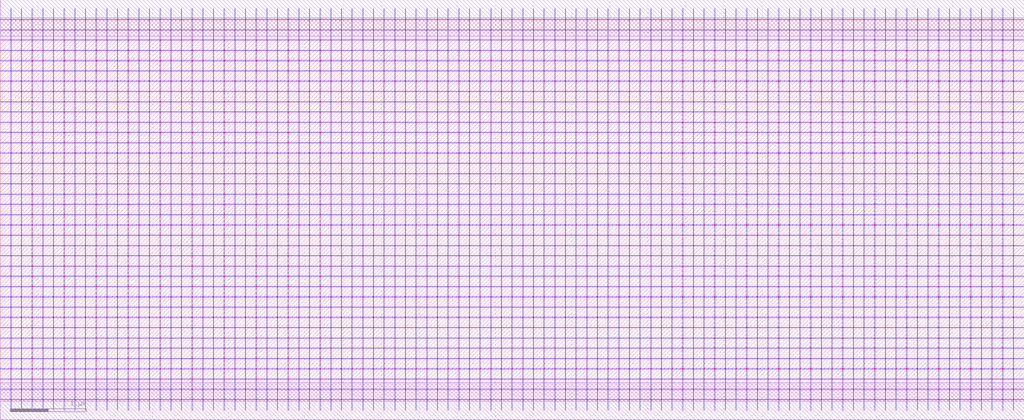
<source format=lef>
MACRO AAOOAAOI2224_DEBUG
 CLASS CORE ;
 FOREIGN AAOOAAOI2224_DEBUG 0 0 ;
 SIZE 13.44 BY 5.04 ;
 ORIGIN 0 0 ;
 SYMMETRY X Y R90 ;
 SITE unit ;

 OBS
    LAYER polycont ;
     RECT 1.11600000 2.58300000 1.12400000 2.59100000 ;
     RECT 2.23600000 2.58300000 2.24400000 2.59100000 ;
     RECT 3.35600000 2.58300000 3.36400000 2.59100000 ;
     RECT 4.47600000 2.58300000 4.48400000 2.59100000 ;
     RECT 5.59600000 2.58300000 5.60400000 2.59100000 ;
     RECT 6.71600000 2.58300000 6.72400000 2.59100000 ;
     RECT 8.95600000 2.58300000 8.96400000 2.59100000 ;
     RECT 10.07600000 2.58300000 10.08400000 2.59100000 ;
     RECT 11.19600000 2.58300000 11.20400000 2.59100000 ;
     RECT 12.31600000 2.58300000 12.32400000 2.59100000 ;
     RECT 1.11600000 2.98800000 1.12400000 2.99600000 ;
     RECT 2.23600000 2.98800000 2.24400000 2.99600000 ;
     RECT 3.35600000 2.98800000 3.36400000 2.99600000 ;
     RECT 4.47600000 2.98800000 4.48400000 2.99600000 ;
     RECT 5.59600000 2.98800000 5.60400000 2.99600000 ;
     RECT 6.71600000 2.98800000 6.72400000 2.99600000 ;
     RECT 7.83600000 2.98800000 7.84400000 2.99600000 ;
     RECT 8.95600000 2.98800000 8.96400000 2.99600000 ;
     RECT 10.07600000 2.98800000 10.08400000 2.99600000 ;
     RECT 11.19600000 2.98800000 11.20400000 2.99600000 ;

    LAYER pdiffc ;
     RECT 0.41600000 3.39300000 0.42400000 3.40100000 ;
     RECT 11.89600000 3.39300000 11.90400000 3.40100000 ;
     RECT 0.41600000 3.52800000 0.42400000 3.53600000 ;
     RECT 11.89600000 3.52800000 11.90400000 3.53600000 ;
     RECT 0.41600000 3.66300000 0.42400000 3.67100000 ;
     RECT 11.89600000 3.66300000 11.90400000 3.67100000 ;
     RECT 0.41600000 3.79800000 0.42400000 3.80600000 ;
     RECT 11.89600000 3.79800000 11.90400000 3.80600000 ;
     RECT 0.41600000 3.93300000 0.42400000 3.94100000 ;
     RECT 11.89600000 3.93300000 11.90400000 3.94100000 ;
     RECT 0.41600000 4.06800000 0.42400000 4.07600000 ;
     RECT 11.89600000 4.06800000 11.90400000 4.07600000 ;
     RECT 0.41600000 4.20300000 0.42400000 4.21100000 ;
     RECT 11.89600000 4.20300000 11.90400000 4.21100000 ;
     RECT 0.41600000 4.33800000 0.42400000 4.34600000 ;
     RECT 11.89600000 4.33800000 11.90400000 4.34600000 ;
     RECT 0.41600000 4.47300000 0.42400000 4.48100000 ;
     RECT 11.89600000 4.47300000 11.90400000 4.48100000 ;
     RECT 0.41600000 4.60800000 0.42400000 4.61600000 ;
     RECT 11.89600000 4.60800000 11.90400000 4.61600000 ;

    LAYER ndiffc ;
     RECT 7.27600000 1.23300000 7.28400000 1.24100000 ;
     RECT 7.41600000 1.23300000 7.42400000 1.24100000 ;
     RECT 8.25600000 1.23300000 8.26400000 1.24100000 ;
     RECT 8.39600000 1.23300000 8.40400000 1.24100000 ;
     RECT 9.51600000 1.23300000 9.52400000 1.24100000 ;
     RECT 10.63600000 1.23300000 10.64400000 1.24100000 ;
     RECT 11.75600000 1.23300000 11.76400000 1.24100000 ;
     RECT 12.87600000 1.23300000 12.88400000 1.24100000 ;
     RECT 13.01600000 1.23300000 13.02400000 1.24100000 ;
     RECT 10.63600000 1.36800000 10.64400000 1.37600000 ;
     RECT 11.75600000 1.36800000 11.76400000 1.37600000 ;
     RECT 12.87600000 1.36800000 12.88400000 1.37600000 ;
     RECT 13.01600000 1.36800000 13.02400000 1.37600000 ;
     RECT 10.63600000 1.50300000 10.64400000 1.51100000 ;
     RECT 11.75600000 1.50300000 11.76400000 1.51100000 ;
     RECT 12.87600000 1.50300000 12.88400000 1.51100000 ;
     RECT 13.01600000 1.50300000 13.02400000 1.51100000 ;
     RECT 10.63600000 1.63800000 10.64400000 1.64600000 ;
     RECT 11.75600000 1.63800000 11.76400000 1.64600000 ;
     RECT 12.87600000 1.63800000 12.88400000 1.64600000 ;
     RECT 13.01600000 1.63800000 13.02400000 1.64600000 ;
     RECT 10.63600000 1.77300000 10.64400000 1.78100000 ;
     RECT 11.75600000 1.77300000 11.76400000 1.78100000 ;
     RECT 12.87600000 1.77300000 12.88400000 1.78100000 ;
     RECT 13.01600000 1.77300000 13.02400000 1.78100000 ;
     RECT 10.63600000 1.90800000 10.64400000 1.91600000 ;
     RECT 11.75600000 1.90800000 11.76400000 1.91600000 ;
     RECT 12.87600000 1.90800000 12.88400000 1.91600000 ;
     RECT 13.01600000 1.90800000 13.02400000 1.91600000 ;
     RECT 10.63600000 2.04300000 10.64400000 2.05100000 ;
     RECT 11.75600000 2.04300000 11.76400000 2.05100000 ;
     RECT 12.87600000 2.04300000 12.88400000 2.05100000 ;
     RECT 13.01600000 2.04300000 13.02400000 2.05100000 ;
     RECT 7.27600000 1.50300000 7.28400000 1.51100000 ;
     RECT 7.41600000 1.50300000 7.42400000 1.51100000 ;
     RECT 8.25600000 1.50300000 8.26400000 1.51100000 ;
     RECT 7.27600000 1.77300000 7.28400000 1.78100000 ;
     RECT 7.41600000 1.77300000 7.42400000 1.78100000 ;
     RECT 8.25600000 1.77300000 8.26400000 1.78100000 ;
     RECT 8.39600000 1.77300000 8.40400000 1.78100000 ;
     RECT 9.51600000 1.77300000 9.52400000 1.78100000 ;
     RECT 8.39600000 1.50300000 8.40400000 1.51100000 ;
     RECT 9.51600000 1.50300000 9.52400000 1.51100000 ;
     RECT 9.51600000 1.36800000 9.52400000 1.37600000 ;
     RECT 7.27600000 1.36800000 7.28400000 1.37600000 ;
     RECT 7.27600000 1.90800000 7.28400000 1.91600000 ;
     RECT 7.41600000 1.90800000 7.42400000 1.91600000 ;
     RECT 8.25600000 1.90800000 8.26400000 1.91600000 ;
     RECT 8.39600000 1.90800000 8.40400000 1.91600000 ;
     RECT 9.51600000 1.90800000 9.52400000 1.91600000 ;
     RECT 7.41600000 1.36800000 7.42400000 1.37600000 ;
     RECT 8.25600000 1.36800000 8.26400000 1.37600000 ;
     RECT 7.27600000 1.63800000 7.28400000 1.64600000 ;
     RECT 7.41600000 1.63800000 7.42400000 1.64600000 ;
     RECT 7.27600000 2.04300000 7.28400000 2.05100000 ;
     RECT 7.41600000 2.04300000 7.42400000 2.05100000 ;
     RECT 8.25600000 2.04300000 8.26400000 2.05100000 ;
     RECT 8.39600000 2.04300000 8.40400000 2.05100000 ;
     RECT 9.51600000 2.04300000 9.52400000 2.05100000 ;
     RECT 8.25600000 1.63800000 8.26400000 1.64600000 ;
     RECT 8.39600000 1.63800000 8.40400000 1.64600000 ;
     RECT 9.51600000 1.63800000 9.52400000 1.64600000 ;
     RECT 8.39600000 1.36800000 8.40400000 1.37600000 ;
     RECT 8.39600000 0.42300000 8.40400000 0.43100000 ;
     RECT 9.51600000 0.42300000 9.52400000 0.43100000 ;
     RECT 7.27600000 0.55800000 7.28400000 0.56600000 ;
     RECT 7.41600000 0.55800000 7.42400000 0.56600000 ;
     RECT 8.25600000 0.55800000 8.26400000 0.56600000 ;
     RECT 8.39600000 0.55800000 8.40400000 0.56600000 ;
     RECT 9.51600000 0.55800000 9.52400000 0.56600000 ;
     RECT 7.27600000 0.69300000 7.28400000 0.70100000 ;
     RECT 7.41600000 0.69300000 7.42400000 0.70100000 ;
     RECT 8.25600000 0.69300000 8.26400000 0.70100000 ;
     RECT 8.39600000 0.69300000 8.40400000 0.70100000 ;
     RECT 9.51600000 0.69300000 9.52400000 0.70100000 ;
     RECT 7.27600000 0.82800000 7.28400000 0.83600000 ;
     RECT 7.41600000 0.82800000 7.42400000 0.83600000 ;
     RECT 8.25600000 0.82800000 8.26400000 0.83600000 ;
     RECT 8.39600000 0.82800000 8.40400000 0.83600000 ;
     RECT 9.51600000 0.82800000 9.52400000 0.83600000 ;
     RECT 7.27600000 0.96300000 7.28400000 0.97100000 ;
     RECT 7.41600000 0.96300000 7.42400000 0.97100000 ;
     RECT 8.25600000 0.96300000 8.26400000 0.97100000 ;
     RECT 8.39600000 0.96300000 8.40400000 0.97100000 ;
     RECT 9.51600000 0.96300000 9.52400000 0.97100000 ;
     RECT 7.27600000 1.09800000 7.28400000 1.10600000 ;
     RECT 7.41600000 1.09800000 7.42400000 1.10600000 ;
     RECT 8.25600000 1.09800000 8.26400000 1.10600000 ;
     RECT 8.39600000 1.09800000 8.40400000 1.10600000 ;
     RECT 9.51600000 1.09800000 9.52400000 1.10600000 ;
     RECT 7.27600000 0.42300000 7.28400000 0.43100000 ;
     RECT 7.41600000 0.42300000 7.42400000 0.43100000 ;
     RECT 8.25600000 0.42300000 8.26400000 0.43100000 ;
     RECT 12.87600000 0.69300000 12.88400000 0.70100000 ;
     RECT 13.01600000 0.69300000 13.02400000 0.70100000 ;
     RECT 11.75600000 0.55800000 11.76400000 0.56600000 ;
     RECT 12.87600000 0.55800000 12.88400000 0.56600000 ;
     RECT 13.01600000 0.55800000 13.02400000 0.56600000 ;
     RECT 10.63600000 1.09800000 10.64400000 1.10600000 ;
     RECT 11.75600000 1.09800000 11.76400000 1.10600000 ;
     RECT 12.87600000 1.09800000 12.88400000 1.10600000 ;
     RECT 13.01600000 1.09800000 13.02400000 1.10600000 ;
     RECT 11.75600000 0.42300000 11.76400000 0.43100000 ;
     RECT 12.87600000 0.42300000 12.88400000 0.43100000 ;
     RECT 10.63600000 0.82800000 10.64400000 0.83600000 ;
     RECT 11.75600000 0.82800000 11.76400000 0.83600000 ;
     RECT 12.87600000 0.82800000 12.88400000 0.83600000 ;
     RECT 13.01600000 0.82800000 13.02400000 0.83600000 ;
     RECT 13.01600000 0.42300000 13.02400000 0.43100000 ;
     RECT 10.63600000 0.42300000 10.64400000 0.43100000 ;
     RECT 10.63600000 0.55800000 10.64400000 0.56600000 ;
     RECT 10.63600000 0.69300000 10.64400000 0.70100000 ;
     RECT 11.75600000 0.69300000 11.76400000 0.70100000 ;
     RECT 10.63600000 0.96300000 10.64400000 0.97100000 ;
     RECT 11.75600000 0.96300000 11.76400000 0.97100000 ;
     RECT 12.87600000 0.96300000 12.88400000 0.97100000 ;
     RECT 13.01600000 0.96300000 13.02400000 0.97100000 ;
     RECT 5.03600000 1.36800000 5.04400000 1.37600000 ;
     RECT 6.15600000 1.36800000 6.16400000 1.37600000 ;
     RECT 2.79600000 0.69300000 2.80400000 0.70100000 ;
     RECT 0.41600000 0.96300000 0.42400000 0.97100000 ;
     RECT 0.55600000 0.96300000 0.56400000 0.97100000 ;
     RECT 1.67600000 0.96300000 1.68400000 0.97100000 ;
     RECT 2.79600000 0.96300000 2.80400000 0.97100000 ;
     RECT 3.91600000 0.96300000 3.92400000 0.97100000 ;
     RECT 5.03600000 0.96300000 5.04400000 0.97100000 ;
     RECT 6.15600000 0.96300000 6.16400000 0.97100000 ;
     RECT 3.91600000 0.69300000 3.92400000 0.70100000 ;
     RECT 0.41600000 1.50300000 0.42400000 1.51100000 ;
     RECT 0.55600000 1.50300000 0.56400000 1.51100000 ;
     RECT 1.67600000 1.50300000 1.68400000 1.51100000 ;
     RECT 2.79600000 1.50300000 2.80400000 1.51100000 ;
     RECT 3.91600000 1.50300000 3.92400000 1.51100000 ;
     RECT 5.03600000 1.50300000 5.04400000 1.51100000 ;
     RECT 6.15600000 1.50300000 6.16400000 1.51100000 ;
     RECT 5.03600000 0.69300000 5.04400000 0.70100000 ;
     RECT 6.15600000 0.69300000 6.16400000 0.70100000 ;
     RECT 1.67600000 0.55800000 1.68400000 0.56600000 ;
     RECT 2.79600000 0.55800000 2.80400000 0.56600000 ;
     RECT 3.91600000 0.55800000 3.92400000 0.56600000 ;
     RECT 5.03600000 0.55800000 5.04400000 0.56600000 ;
     RECT 6.15600000 0.55800000 6.16400000 0.56600000 ;
     RECT 1.67600000 0.42300000 1.68400000 0.43100000 ;
     RECT 0.41600000 1.09800000 0.42400000 1.10600000 ;
     RECT 0.41600000 1.63800000 0.42400000 1.64600000 ;
     RECT 0.55600000 1.63800000 0.56400000 1.64600000 ;
     RECT 1.67600000 1.63800000 1.68400000 1.64600000 ;
     RECT 2.79600000 1.63800000 2.80400000 1.64600000 ;
     RECT 3.91600000 1.63800000 3.92400000 1.64600000 ;
     RECT 5.03600000 1.63800000 5.04400000 1.64600000 ;
     RECT 6.15600000 1.63800000 6.16400000 1.64600000 ;
     RECT 0.55600000 1.09800000 0.56400000 1.10600000 ;
     RECT 1.67600000 1.09800000 1.68400000 1.10600000 ;
     RECT 2.79600000 1.09800000 2.80400000 1.10600000 ;
     RECT 3.91600000 1.09800000 3.92400000 1.10600000 ;
     RECT 5.03600000 1.09800000 5.04400000 1.10600000 ;
     RECT 6.15600000 1.09800000 6.16400000 1.10600000 ;
     RECT 2.79600000 0.42300000 2.80400000 0.43100000 ;
     RECT 3.91600000 0.42300000 3.92400000 0.43100000 ;
     RECT 5.03600000 0.42300000 5.04400000 0.43100000 ;
     RECT 0.41600000 1.77300000 0.42400000 1.78100000 ;
     RECT 0.55600000 1.77300000 0.56400000 1.78100000 ;
     RECT 1.67600000 1.77300000 1.68400000 1.78100000 ;
     RECT 2.79600000 1.77300000 2.80400000 1.78100000 ;
     RECT 3.91600000 1.77300000 3.92400000 1.78100000 ;
     RECT 5.03600000 1.77300000 5.04400000 1.78100000 ;
     RECT 6.15600000 1.77300000 6.16400000 1.78100000 ;
     RECT 0.41600000 0.82800000 0.42400000 0.83600000 ;
     RECT 0.55600000 0.82800000 0.56400000 0.83600000 ;
     RECT 1.67600000 0.82800000 1.68400000 0.83600000 ;
     RECT 2.79600000 0.82800000 2.80400000 0.83600000 ;
     RECT 3.91600000 0.82800000 3.92400000 0.83600000 ;
     RECT 5.03600000 0.82800000 5.04400000 0.83600000 ;
     RECT 0.41600000 1.23300000 0.42400000 1.24100000 ;
     RECT 0.55600000 1.23300000 0.56400000 1.24100000 ;
     RECT 1.67600000 1.23300000 1.68400000 1.24100000 ;
     RECT 0.41600000 1.90800000 0.42400000 1.91600000 ;
     RECT 0.55600000 1.90800000 0.56400000 1.91600000 ;
     RECT 1.67600000 1.90800000 1.68400000 1.91600000 ;
     RECT 2.79600000 1.90800000 2.80400000 1.91600000 ;
     RECT 3.91600000 1.90800000 3.92400000 1.91600000 ;
     RECT 5.03600000 1.90800000 5.04400000 1.91600000 ;
     RECT 6.15600000 1.90800000 6.16400000 1.91600000 ;
     RECT 2.79600000 1.23300000 2.80400000 1.24100000 ;
     RECT 3.91600000 1.23300000 3.92400000 1.24100000 ;
     RECT 5.03600000 1.23300000 5.04400000 1.24100000 ;
     RECT 6.15600000 1.23300000 6.16400000 1.24100000 ;
     RECT 6.15600000 0.82800000 6.16400000 0.83600000 ;
     RECT 6.15600000 0.42300000 6.16400000 0.43100000 ;
     RECT 0.41600000 0.42300000 0.42400000 0.43100000 ;
     RECT 0.55600000 0.42300000 0.56400000 0.43100000 ;
     RECT 0.41600000 0.55800000 0.42400000 0.56600000 ;
     RECT 0.41600000 2.04300000 0.42400000 2.05100000 ;
     RECT 0.55600000 2.04300000 0.56400000 2.05100000 ;
     RECT 1.67600000 2.04300000 1.68400000 2.05100000 ;
     RECT 2.79600000 2.04300000 2.80400000 2.05100000 ;
     RECT 3.91600000 2.04300000 3.92400000 2.05100000 ;
     RECT 5.03600000 2.04300000 5.04400000 2.05100000 ;
     RECT 6.15600000 2.04300000 6.16400000 2.05100000 ;
     RECT 0.55600000 0.55800000 0.56400000 0.56600000 ;
     RECT 0.41600000 0.69300000 0.42400000 0.70100000 ;
     RECT 0.55600000 0.69300000 0.56400000 0.70100000 ;
     RECT 1.67600000 0.69300000 1.68400000 0.70100000 ;
     RECT 0.41600000 1.36800000 0.42400000 1.37600000 ;
     RECT 0.55600000 1.36800000 0.56400000 1.37600000 ;
     RECT 1.67600000 1.36800000 1.68400000 1.37600000 ;
     RECT 2.79600000 1.36800000 2.80400000 1.37600000 ;
     RECT 3.91600000 1.36800000 3.92400000 1.37600000 ;

    LAYER met1 ;
     RECT 0.00000000 -0.24000000 13.44000000 0.24000000 ;
     RECT 6.71600000 0.24000000 6.72400000 0.28800000 ;
     RECT 0.02500000 0.28800000 13.41500000 0.29600000 ;
     RECT 6.71600000 0.29600000 6.72400000 0.42300000 ;
     RECT 0.02500000 0.42300000 13.41500000 0.43100000 ;
     RECT 6.71600000 0.43100000 6.72400000 0.55800000 ;
     RECT 0.02500000 0.55800000 13.41500000 0.56600000 ;
     RECT 6.71600000 0.56600000 6.72400000 0.69300000 ;
     RECT 0.02500000 0.69300000 13.41500000 0.70100000 ;
     RECT 6.71600000 0.70100000 6.72400000 0.82800000 ;
     RECT 0.02500000 0.82800000 13.41500000 0.83600000 ;
     RECT 6.71600000 0.83600000 6.72400000 0.96300000 ;
     RECT 0.02500000 0.96300000 13.41500000 0.97100000 ;
     RECT 6.71600000 0.97100000 6.72400000 1.09800000 ;
     RECT 0.02500000 1.09800000 13.41500000 1.10600000 ;
     RECT 6.71600000 1.10600000 6.72400000 1.23300000 ;
     RECT 0.02500000 1.23300000 13.41500000 1.24100000 ;
     RECT 6.71600000 1.24100000 6.72400000 1.36800000 ;
     RECT 0.02500000 1.36800000 13.41500000 1.37600000 ;
     RECT 6.71600000 1.37600000 6.72400000 1.50300000 ;
     RECT 0.02500000 1.50300000 13.41500000 1.51100000 ;
     RECT 6.71600000 1.51100000 6.72400000 1.63800000 ;
     RECT 0.02500000 1.63800000 13.41500000 1.64600000 ;
     RECT 6.71600000 1.64600000 6.72400000 1.77300000 ;
     RECT 0.02500000 1.77300000 13.41500000 1.78100000 ;
     RECT 6.71600000 1.78100000 6.72400000 1.90800000 ;
     RECT 0.02500000 1.90800000 13.41500000 1.91600000 ;
     RECT 6.71600000 1.91600000 6.72400000 2.04300000 ;
     RECT 0.02500000 2.04300000 13.41500000 2.05100000 ;
     RECT 6.71600000 2.05100000 6.72400000 2.17800000 ;
     RECT 0.02500000 2.17800000 13.41500000 2.18600000 ;
     RECT 6.71600000 2.18600000 6.72400000 2.31300000 ;
     RECT 0.02500000 2.31300000 13.41500000 2.32100000 ;
     RECT 6.71600000 2.32100000 6.72400000 2.44800000 ;
     RECT 0.02500000 2.44800000 13.41500000 2.45600000 ;
     RECT 0.13600000 2.45600000 0.14400000 2.58300000 ;
     RECT 0.27600000 2.45600000 0.28400000 2.58300000 ;
     RECT 0.41600000 2.45600000 0.42400000 2.58300000 ;
     RECT 0.55600000 2.45600000 0.56400000 2.58300000 ;
     RECT 0.69600000 2.45600000 0.70400000 2.58300000 ;
     RECT 0.83600000 2.45600000 0.84400000 2.58300000 ;
     RECT 0.97600000 2.45600000 0.98400000 2.58300000 ;
     RECT 1.11600000 2.45600000 1.12400000 2.58300000 ;
     RECT 1.25600000 2.45600000 1.26400000 2.58300000 ;
     RECT 1.39600000 2.45600000 1.40400000 2.58300000 ;
     RECT 1.53600000 2.45600000 1.54400000 2.58300000 ;
     RECT 1.67600000 2.45600000 1.68400000 2.58300000 ;
     RECT 1.81600000 2.45600000 1.82400000 2.58300000 ;
     RECT 1.95600000 2.45600000 1.96400000 2.58300000 ;
     RECT 2.09600000 2.45600000 2.10400000 2.58300000 ;
     RECT 2.23600000 2.45600000 2.24400000 2.58300000 ;
     RECT 2.37600000 2.45600000 2.38400000 2.58300000 ;
     RECT 2.51600000 2.45600000 2.52400000 2.58300000 ;
     RECT 2.65600000 2.45600000 2.66400000 2.58300000 ;
     RECT 2.79600000 2.45600000 2.80400000 2.58300000 ;
     RECT 2.93600000 2.45600000 2.94400000 2.58300000 ;
     RECT 3.07600000 2.45600000 3.08400000 2.58300000 ;
     RECT 3.21600000 2.45600000 3.22400000 2.58300000 ;
     RECT 3.35600000 2.45600000 3.36400000 2.58300000 ;
     RECT 3.49600000 2.45600000 3.50400000 2.58300000 ;
     RECT 3.63600000 2.45600000 3.64400000 2.58300000 ;
     RECT 3.77600000 2.45600000 3.78400000 2.58300000 ;
     RECT 3.91600000 2.45600000 3.92400000 2.58300000 ;
     RECT 4.05600000 2.45600000 4.06400000 2.58300000 ;
     RECT 4.19600000 2.45600000 4.20400000 2.58300000 ;
     RECT 4.33600000 2.45600000 4.34400000 2.58300000 ;
     RECT 4.47600000 2.45600000 4.48400000 2.58300000 ;
     RECT 4.61600000 2.45600000 4.62400000 2.58300000 ;
     RECT 4.75600000 2.45600000 4.76400000 2.58300000 ;
     RECT 4.89600000 2.45600000 4.90400000 2.58300000 ;
     RECT 5.03600000 2.45600000 5.04400000 2.58300000 ;
     RECT 5.17600000 2.45600000 5.18400000 2.58300000 ;
     RECT 5.31600000 2.45600000 5.32400000 2.58300000 ;
     RECT 5.45600000 2.45600000 5.46400000 2.58300000 ;
     RECT 5.59600000 2.45600000 5.60400000 2.58300000 ;
     RECT 5.73600000 2.45600000 5.74400000 2.58300000 ;
     RECT 5.87600000 2.45600000 5.88400000 2.58300000 ;
     RECT 6.01600000 2.45600000 6.02400000 2.58300000 ;
     RECT 6.15600000 2.45600000 6.16400000 2.58300000 ;
     RECT 6.29600000 2.45600000 6.30400000 2.58300000 ;
     RECT 6.43600000 2.45600000 6.44400000 2.58300000 ;
     RECT 6.57600000 2.45600000 6.58400000 2.58300000 ;
     RECT 6.71600000 2.45600000 6.72400000 2.58300000 ;
     RECT 6.85600000 2.45600000 6.86400000 2.58300000 ;
     RECT 6.99600000 2.45600000 7.00400000 2.58300000 ;
     RECT 7.13600000 2.45600000 7.14400000 2.58300000 ;
     RECT 7.27600000 2.45600000 7.28400000 2.58300000 ;
     RECT 7.41600000 2.45600000 7.42400000 2.58300000 ;
     RECT 7.55600000 2.45600000 7.56400000 2.58300000 ;
     RECT 7.69600000 2.45600000 7.70400000 2.58300000 ;
     RECT 7.83600000 2.45600000 7.84400000 2.58300000 ;
     RECT 7.97600000 2.45600000 7.98400000 2.58300000 ;
     RECT 8.11600000 2.45600000 8.12400000 2.58300000 ;
     RECT 8.25600000 2.45600000 8.26400000 2.58300000 ;
     RECT 8.39600000 2.45600000 8.40400000 2.58300000 ;
     RECT 8.53600000 2.45600000 8.54400000 2.58300000 ;
     RECT 8.67600000 2.45600000 8.68400000 2.58300000 ;
     RECT 8.81600000 2.45600000 8.82400000 2.58300000 ;
     RECT 8.95600000 2.45600000 8.96400000 2.58300000 ;
     RECT 9.09600000 2.45600000 9.10400000 2.58300000 ;
     RECT 9.23600000 2.45600000 9.24400000 2.58300000 ;
     RECT 9.37600000 2.45600000 9.38400000 2.58300000 ;
     RECT 9.51600000 2.45600000 9.52400000 2.58300000 ;
     RECT 9.65600000 2.45600000 9.66400000 2.58300000 ;
     RECT 9.79600000 2.45600000 9.80400000 2.58300000 ;
     RECT 9.93600000 2.45600000 9.94400000 2.58300000 ;
     RECT 10.07600000 2.45600000 10.08400000 2.58300000 ;
     RECT 10.21600000 2.45600000 10.22400000 2.58300000 ;
     RECT 10.35600000 2.45600000 10.36400000 2.58300000 ;
     RECT 10.49600000 2.45600000 10.50400000 2.58300000 ;
     RECT 10.63600000 2.45600000 10.64400000 2.58300000 ;
     RECT 10.77600000 2.45600000 10.78400000 2.58300000 ;
     RECT 10.91600000 2.45600000 10.92400000 2.58300000 ;
     RECT 11.05600000 2.45600000 11.06400000 2.58300000 ;
     RECT 11.19600000 2.45600000 11.20400000 2.58300000 ;
     RECT 11.33600000 2.45600000 11.34400000 2.58300000 ;
     RECT 11.47600000 2.45600000 11.48400000 2.58300000 ;
     RECT 11.61600000 2.45600000 11.62400000 2.58300000 ;
     RECT 11.75600000 2.45600000 11.76400000 2.58300000 ;
     RECT 11.89600000 2.45600000 11.90400000 2.58300000 ;
     RECT 12.03600000 2.45600000 12.04400000 2.58300000 ;
     RECT 12.17600000 2.45600000 12.18400000 2.58300000 ;
     RECT 12.31600000 2.45600000 12.32400000 2.58300000 ;
     RECT 12.45600000 2.45600000 12.46400000 2.58300000 ;
     RECT 12.59600000 2.45600000 12.60400000 2.58300000 ;
     RECT 12.73600000 2.45600000 12.74400000 2.58300000 ;
     RECT 12.87600000 2.45600000 12.88400000 2.58300000 ;
     RECT 13.01600000 2.45600000 13.02400000 2.58300000 ;
     RECT 13.15600000 2.45600000 13.16400000 2.58300000 ;
     RECT 13.29600000 2.45600000 13.30400000 2.58300000 ;
     RECT 0.02500000 2.58300000 13.41500000 2.59100000 ;
     RECT 6.71600000 2.59100000 6.72400000 2.71800000 ;
     RECT 0.02500000 2.71800000 13.41500000 2.72600000 ;
     RECT 6.71600000 2.72600000 6.72400000 2.85300000 ;
     RECT 0.02500000 2.85300000 13.41500000 2.86100000 ;
     RECT 6.71600000 2.86100000 6.72400000 2.98800000 ;
     RECT 0.02500000 2.98800000 13.41500000 2.99600000 ;
     RECT 6.71600000 2.99600000 6.72400000 3.12300000 ;
     RECT 0.02500000 3.12300000 13.41500000 3.13100000 ;
     RECT 6.71600000 3.13100000 6.72400000 3.25800000 ;
     RECT 0.02500000 3.25800000 13.41500000 3.26600000 ;
     RECT 6.71600000 3.26600000 6.72400000 3.39300000 ;
     RECT 0.02500000 3.39300000 13.41500000 3.40100000 ;
     RECT 6.71600000 3.40100000 6.72400000 3.52800000 ;
     RECT 0.02500000 3.52800000 13.41500000 3.53600000 ;
     RECT 6.71600000 3.53600000 6.72400000 3.66300000 ;
     RECT 0.02500000 3.66300000 13.41500000 3.67100000 ;
     RECT 6.71600000 3.67100000 6.72400000 3.79800000 ;
     RECT 0.02500000 3.79800000 13.41500000 3.80600000 ;
     RECT 6.71600000 3.80600000 6.72400000 3.93300000 ;
     RECT 0.02500000 3.93300000 13.41500000 3.94100000 ;
     RECT 6.71600000 3.94100000 6.72400000 4.06800000 ;
     RECT 0.02500000 4.06800000 13.41500000 4.07600000 ;
     RECT 6.71600000 4.07600000 6.72400000 4.20300000 ;
     RECT 0.02500000 4.20300000 13.41500000 4.21100000 ;
     RECT 6.71600000 4.21100000 6.72400000 4.33800000 ;
     RECT 0.02500000 4.33800000 13.41500000 4.34600000 ;
     RECT 6.71600000 4.34600000 6.72400000 4.47300000 ;
     RECT 0.02500000 4.47300000 13.41500000 4.48100000 ;
     RECT 6.71600000 4.48100000 6.72400000 4.60800000 ;
     RECT 0.02500000 4.60800000 13.41500000 4.61600000 ;
     RECT 6.71600000 4.61600000 6.72400000 4.74300000 ;
     RECT 0.02500000 4.74300000 13.41500000 4.75100000 ;
     RECT 6.71600000 4.75100000 6.72400000 4.80000000 ;
     RECT 0.00000000 4.80000000 13.44000000 5.28000000 ;
     RECT 10.07600000 2.72600000 10.08400000 2.85300000 ;
     RECT 10.07600000 2.86100000 10.08400000 2.98800000 ;
     RECT 10.07600000 2.99600000 10.08400000 3.12300000 ;
     RECT 10.07600000 3.13100000 10.08400000 3.25800000 ;
     RECT 10.07600000 3.26600000 10.08400000 3.39300000 ;
     RECT 10.07600000 3.40100000 10.08400000 3.52800000 ;
     RECT 10.07600000 3.53600000 10.08400000 3.66300000 ;
     RECT 10.07600000 3.67100000 10.08400000 3.79800000 ;
     RECT 6.85600000 3.80600000 6.86400000 3.93300000 ;
     RECT 6.99600000 3.80600000 7.00400000 3.93300000 ;
     RECT 7.13600000 3.80600000 7.14400000 3.93300000 ;
     RECT 7.27600000 3.80600000 7.28400000 3.93300000 ;
     RECT 7.41600000 3.80600000 7.42400000 3.93300000 ;
     RECT 7.55600000 3.80600000 7.56400000 3.93300000 ;
     RECT 7.69600000 3.80600000 7.70400000 3.93300000 ;
     RECT 7.83600000 3.80600000 7.84400000 3.93300000 ;
     RECT 7.97600000 3.80600000 7.98400000 3.93300000 ;
     RECT 8.11600000 3.80600000 8.12400000 3.93300000 ;
     RECT 8.25600000 3.80600000 8.26400000 3.93300000 ;
     RECT 8.39600000 3.80600000 8.40400000 3.93300000 ;
     RECT 8.53600000 3.80600000 8.54400000 3.93300000 ;
     RECT 8.67600000 3.80600000 8.68400000 3.93300000 ;
     RECT 8.81600000 3.80600000 8.82400000 3.93300000 ;
     RECT 8.95600000 3.80600000 8.96400000 3.93300000 ;
     RECT 9.09600000 3.80600000 9.10400000 3.93300000 ;
     RECT 9.23600000 3.80600000 9.24400000 3.93300000 ;
     RECT 9.37600000 3.80600000 9.38400000 3.93300000 ;
     RECT 9.51600000 3.80600000 9.52400000 3.93300000 ;
     RECT 9.65600000 3.80600000 9.66400000 3.93300000 ;
     RECT 9.79600000 3.80600000 9.80400000 3.93300000 ;
     RECT 9.93600000 3.80600000 9.94400000 3.93300000 ;
     RECT 10.07600000 3.80600000 10.08400000 3.93300000 ;
     RECT 10.21600000 3.80600000 10.22400000 3.93300000 ;
     RECT 10.35600000 3.80600000 10.36400000 3.93300000 ;
     RECT 10.49600000 3.80600000 10.50400000 3.93300000 ;
     RECT 10.63600000 3.80600000 10.64400000 3.93300000 ;
     RECT 10.77600000 3.80600000 10.78400000 3.93300000 ;
     RECT 10.91600000 3.80600000 10.92400000 3.93300000 ;
     RECT 11.05600000 3.80600000 11.06400000 3.93300000 ;
     RECT 11.19600000 3.80600000 11.20400000 3.93300000 ;
     RECT 11.33600000 3.80600000 11.34400000 3.93300000 ;
     RECT 11.47600000 3.80600000 11.48400000 3.93300000 ;
     RECT 11.61600000 3.80600000 11.62400000 3.93300000 ;
     RECT 11.75600000 3.80600000 11.76400000 3.93300000 ;
     RECT 11.89600000 3.80600000 11.90400000 3.93300000 ;
     RECT 12.03600000 3.80600000 12.04400000 3.93300000 ;
     RECT 12.17600000 3.80600000 12.18400000 3.93300000 ;
     RECT 12.31600000 3.80600000 12.32400000 3.93300000 ;
     RECT 12.45600000 3.80600000 12.46400000 3.93300000 ;
     RECT 12.59600000 3.80600000 12.60400000 3.93300000 ;
     RECT 12.73600000 3.80600000 12.74400000 3.93300000 ;
     RECT 12.87600000 3.80600000 12.88400000 3.93300000 ;
     RECT 13.01600000 3.80600000 13.02400000 3.93300000 ;
     RECT 13.15600000 3.80600000 13.16400000 3.93300000 ;
     RECT 13.29600000 3.80600000 13.30400000 3.93300000 ;
     RECT 10.07600000 3.94100000 10.08400000 4.06800000 ;
     RECT 10.07600000 4.07600000 10.08400000 4.20300000 ;
     RECT 10.07600000 2.59100000 10.08400000 2.71800000 ;
     RECT 10.07600000 4.21100000 10.08400000 4.33800000 ;
     RECT 10.07600000 4.34600000 10.08400000 4.47300000 ;
     RECT 10.07600000 4.48100000 10.08400000 4.60800000 ;
     RECT 10.07600000 4.61600000 10.08400000 4.74300000 ;
     RECT 10.07600000 4.75100000 10.08400000 4.80000000 ;
     RECT 11.75600000 3.94100000 11.76400000 4.06800000 ;
     RECT 11.75600000 4.07600000 11.76400000 4.20300000 ;
     RECT 11.75600000 4.21100000 11.76400000 4.33800000 ;
     RECT 11.75600000 4.34600000 11.76400000 4.47300000 ;
     RECT 10.21600000 4.48100000 10.22400000 4.60800000 ;
     RECT 10.35600000 4.48100000 10.36400000 4.60800000 ;
     RECT 10.49600000 4.48100000 10.50400000 4.60800000 ;
     RECT 10.63600000 4.48100000 10.64400000 4.60800000 ;
     RECT 10.77600000 4.48100000 10.78400000 4.60800000 ;
     RECT 10.91600000 4.48100000 10.92400000 4.60800000 ;
     RECT 11.05600000 4.48100000 11.06400000 4.60800000 ;
     RECT 11.19600000 4.48100000 11.20400000 4.60800000 ;
     RECT 11.33600000 4.48100000 11.34400000 4.60800000 ;
     RECT 11.47600000 4.48100000 11.48400000 4.60800000 ;
     RECT 11.61600000 4.48100000 11.62400000 4.60800000 ;
     RECT 11.75600000 4.48100000 11.76400000 4.60800000 ;
     RECT 11.89600000 4.48100000 11.90400000 4.60800000 ;
     RECT 12.03600000 4.48100000 12.04400000 4.60800000 ;
     RECT 12.17600000 4.48100000 12.18400000 4.60800000 ;
     RECT 12.31600000 4.48100000 12.32400000 4.60800000 ;
     RECT 12.45600000 4.48100000 12.46400000 4.60800000 ;
     RECT 12.59600000 4.48100000 12.60400000 4.60800000 ;
     RECT 12.73600000 4.48100000 12.74400000 4.60800000 ;
     RECT 12.87600000 4.48100000 12.88400000 4.60800000 ;
     RECT 13.01600000 4.48100000 13.02400000 4.60800000 ;
     RECT 13.15600000 4.48100000 13.16400000 4.60800000 ;
     RECT 13.29600000 4.48100000 13.30400000 4.60800000 ;
     RECT 11.75600000 4.61600000 11.76400000 4.74300000 ;
     RECT 11.75600000 4.75100000 11.76400000 4.80000000 ;
     RECT 12.03600000 4.61600000 12.04400000 4.74300000 ;
     RECT 12.17600000 4.61600000 12.18400000 4.74300000 ;
     RECT 12.31600000 4.61600000 12.32400000 4.74300000 ;
     RECT 12.45600000 4.61600000 12.46400000 4.74300000 ;
     RECT 12.59600000 4.61600000 12.60400000 4.74300000 ;
     RECT 12.73600000 4.61600000 12.74400000 4.74300000 ;
     RECT 12.87600000 4.61600000 12.88400000 4.74300000 ;
     RECT 13.01600000 4.61600000 13.02400000 4.74300000 ;
     RECT 13.15600000 4.61600000 13.16400000 4.74300000 ;
     RECT 13.29600000 4.61600000 13.30400000 4.74300000 ;
     RECT 11.89600000 4.61600000 11.90400000 4.74300000 ;
     RECT 11.89600000 4.75100000 11.90400000 4.80000000 ;
     RECT 12.03600000 4.75100000 12.04400000 4.80000000 ;
     RECT 12.17600000 4.75100000 12.18400000 4.80000000 ;
     RECT 12.31600000 4.75100000 12.32400000 4.80000000 ;
     RECT 12.45600000 4.75100000 12.46400000 4.80000000 ;
     RECT 12.59600000 4.75100000 12.60400000 4.80000000 ;
     RECT 12.73600000 4.75100000 12.74400000 4.80000000 ;
     RECT 12.87600000 4.75100000 12.88400000 4.80000000 ;
     RECT 13.01600000 4.75100000 13.02400000 4.80000000 ;
     RECT 13.15600000 4.75100000 13.16400000 4.80000000 ;
     RECT 13.29600000 4.75100000 13.30400000 4.80000000 ;
     RECT 10.35600000 4.75100000 10.36400000 4.80000000 ;
     RECT 10.49600000 4.75100000 10.50400000 4.80000000 ;
     RECT 10.63600000 4.75100000 10.64400000 4.80000000 ;
     RECT 10.77600000 4.75100000 10.78400000 4.80000000 ;
     RECT 10.91600000 4.75100000 10.92400000 4.80000000 ;
     RECT 11.05600000 4.75100000 11.06400000 4.80000000 ;
     RECT 11.19600000 4.75100000 11.20400000 4.80000000 ;
     RECT 11.33600000 4.75100000 11.34400000 4.80000000 ;
     RECT 11.47600000 4.75100000 11.48400000 4.80000000 ;
     RECT 11.61600000 4.75100000 11.62400000 4.80000000 ;
     RECT 10.35600000 4.61600000 10.36400000 4.74300000 ;
     RECT 10.49600000 4.61600000 10.50400000 4.74300000 ;
     RECT 10.63600000 4.61600000 10.64400000 4.74300000 ;
     RECT 10.77600000 4.61600000 10.78400000 4.74300000 ;
     RECT 10.91600000 4.61600000 10.92400000 4.74300000 ;
     RECT 11.05600000 4.61600000 11.06400000 4.74300000 ;
     RECT 11.19600000 4.61600000 11.20400000 4.74300000 ;
     RECT 11.33600000 4.61600000 11.34400000 4.74300000 ;
     RECT 11.47600000 4.61600000 11.48400000 4.74300000 ;
     RECT 11.61600000 4.61600000 11.62400000 4.74300000 ;
     RECT 10.21600000 4.61600000 10.22400000 4.74300000 ;
     RECT 10.21600000 4.75100000 10.22400000 4.80000000 ;
     RECT 11.61600000 4.21100000 11.62400000 4.33800000 ;
     RECT 11.47600000 3.94100000 11.48400000 4.06800000 ;
     RECT 10.63600000 3.94100000 10.64400000 4.06800000 ;
     RECT 10.21600000 4.34600000 10.22400000 4.47300000 ;
     RECT 10.35600000 4.34600000 10.36400000 4.47300000 ;
     RECT 10.49600000 4.34600000 10.50400000 4.47300000 ;
     RECT 10.63600000 4.34600000 10.64400000 4.47300000 ;
     RECT 10.77600000 4.34600000 10.78400000 4.47300000 ;
     RECT 10.91600000 4.34600000 10.92400000 4.47300000 ;
     RECT 11.05600000 4.34600000 11.06400000 4.47300000 ;
     RECT 11.19600000 4.34600000 11.20400000 4.47300000 ;
     RECT 11.33600000 4.34600000 11.34400000 4.47300000 ;
     RECT 11.47600000 4.34600000 11.48400000 4.47300000 ;
     RECT 11.61600000 4.34600000 11.62400000 4.47300000 ;
     RECT 11.61600000 3.94100000 11.62400000 4.06800000 ;
     RECT 10.77600000 3.94100000 10.78400000 4.06800000 ;
     RECT 11.19600000 3.94100000 11.20400000 4.06800000 ;
     RECT 10.21600000 3.94100000 10.22400000 4.06800000 ;
     RECT 10.21600000 4.07600000 10.22400000 4.20300000 ;
     RECT 10.35600000 4.07600000 10.36400000 4.20300000 ;
     RECT 11.05600000 3.94100000 11.06400000 4.06800000 ;
     RECT 10.49600000 4.07600000 10.50400000 4.20300000 ;
     RECT 10.63600000 4.07600000 10.64400000 4.20300000 ;
     RECT 10.77600000 4.07600000 10.78400000 4.20300000 ;
     RECT 10.91600000 4.07600000 10.92400000 4.20300000 ;
     RECT 11.05600000 4.07600000 11.06400000 4.20300000 ;
     RECT 11.19600000 4.07600000 11.20400000 4.20300000 ;
     RECT 11.33600000 4.07600000 11.34400000 4.20300000 ;
     RECT 11.47600000 4.07600000 11.48400000 4.20300000 ;
     RECT 11.61600000 4.07600000 11.62400000 4.20300000 ;
     RECT 11.33600000 3.94100000 11.34400000 4.06800000 ;
     RECT 10.35600000 3.94100000 10.36400000 4.06800000 ;
     RECT 10.49600000 3.94100000 10.50400000 4.06800000 ;
     RECT 10.21600000 4.21100000 10.22400000 4.33800000 ;
     RECT 10.35600000 4.21100000 10.36400000 4.33800000 ;
     RECT 10.49600000 4.21100000 10.50400000 4.33800000 ;
     RECT 10.63600000 4.21100000 10.64400000 4.33800000 ;
     RECT 10.77600000 4.21100000 10.78400000 4.33800000 ;
     RECT 10.91600000 4.21100000 10.92400000 4.33800000 ;
     RECT 11.05600000 4.21100000 11.06400000 4.33800000 ;
     RECT 10.91600000 3.94100000 10.92400000 4.06800000 ;
     RECT 11.19600000 4.21100000 11.20400000 4.33800000 ;
     RECT 11.33600000 4.21100000 11.34400000 4.33800000 ;
     RECT 11.47600000 4.21100000 11.48400000 4.33800000 ;
     RECT 12.17600000 3.94100000 12.18400000 4.06800000 ;
     RECT 12.31600000 3.94100000 12.32400000 4.06800000 ;
     RECT 12.45600000 3.94100000 12.46400000 4.06800000 ;
     RECT 12.59600000 3.94100000 12.60400000 4.06800000 ;
     RECT 12.73600000 3.94100000 12.74400000 4.06800000 ;
     RECT 11.89600000 4.34600000 11.90400000 4.47300000 ;
     RECT 12.03600000 4.34600000 12.04400000 4.47300000 ;
     RECT 12.17600000 4.34600000 12.18400000 4.47300000 ;
     RECT 12.31600000 4.34600000 12.32400000 4.47300000 ;
     RECT 12.45600000 4.34600000 12.46400000 4.47300000 ;
     RECT 12.59600000 4.34600000 12.60400000 4.47300000 ;
     RECT 12.73600000 4.34600000 12.74400000 4.47300000 ;
     RECT 12.87600000 4.34600000 12.88400000 4.47300000 ;
     RECT 13.01600000 4.34600000 13.02400000 4.47300000 ;
     RECT 13.15600000 4.34600000 13.16400000 4.47300000 ;
     RECT 13.29600000 4.34600000 13.30400000 4.47300000 ;
     RECT 12.87600000 3.94100000 12.88400000 4.06800000 ;
     RECT 13.01600000 3.94100000 13.02400000 4.06800000 ;
     RECT 13.15600000 3.94100000 13.16400000 4.06800000 ;
     RECT 13.29600000 3.94100000 13.30400000 4.06800000 ;
     RECT 11.89600000 3.94100000 11.90400000 4.06800000 ;
     RECT 12.03600000 3.94100000 12.04400000 4.06800000 ;
     RECT 11.89600000 4.07600000 11.90400000 4.20300000 ;
     RECT 12.03600000 4.07600000 12.04400000 4.20300000 ;
     RECT 12.17600000 4.07600000 12.18400000 4.20300000 ;
     RECT 11.89600000 4.21100000 11.90400000 4.33800000 ;
     RECT 12.03600000 4.21100000 12.04400000 4.33800000 ;
     RECT 12.17600000 4.21100000 12.18400000 4.33800000 ;
     RECT 12.31600000 4.21100000 12.32400000 4.33800000 ;
     RECT 12.45600000 4.21100000 12.46400000 4.33800000 ;
     RECT 12.59600000 4.21100000 12.60400000 4.33800000 ;
     RECT 12.73600000 4.21100000 12.74400000 4.33800000 ;
     RECT 12.87600000 4.21100000 12.88400000 4.33800000 ;
     RECT 13.01600000 4.21100000 13.02400000 4.33800000 ;
     RECT 13.15600000 4.21100000 13.16400000 4.33800000 ;
     RECT 13.29600000 4.21100000 13.30400000 4.33800000 ;
     RECT 12.31600000 4.07600000 12.32400000 4.20300000 ;
     RECT 12.45600000 4.07600000 12.46400000 4.20300000 ;
     RECT 12.59600000 4.07600000 12.60400000 4.20300000 ;
     RECT 12.73600000 4.07600000 12.74400000 4.20300000 ;
     RECT 12.87600000 4.07600000 12.88400000 4.20300000 ;
     RECT 13.01600000 4.07600000 13.02400000 4.20300000 ;
     RECT 13.15600000 4.07600000 13.16400000 4.20300000 ;
     RECT 13.29600000 4.07600000 13.30400000 4.20300000 ;
     RECT 8.39600000 3.94100000 8.40400000 4.06800000 ;
     RECT 6.85600000 4.48100000 6.86400000 4.60800000 ;
     RECT 6.99600000 4.48100000 7.00400000 4.60800000 ;
     RECT 7.13600000 4.48100000 7.14400000 4.60800000 ;
     RECT 7.27600000 4.48100000 7.28400000 4.60800000 ;
     RECT 7.41600000 4.48100000 7.42400000 4.60800000 ;
     RECT 7.55600000 4.48100000 7.56400000 4.60800000 ;
     RECT 7.69600000 4.48100000 7.70400000 4.60800000 ;
     RECT 7.83600000 4.48100000 7.84400000 4.60800000 ;
     RECT 7.97600000 4.48100000 7.98400000 4.60800000 ;
     RECT 8.11600000 4.48100000 8.12400000 4.60800000 ;
     RECT 8.25600000 4.48100000 8.26400000 4.60800000 ;
     RECT 8.39600000 4.48100000 8.40400000 4.60800000 ;
     RECT 8.53600000 4.48100000 8.54400000 4.60800000 ;
     RECT 8.67600000 4.48100000 8.68400000 4.60800000 ;
     RECT 8.81600000 4.48100000 8.82400000 4.60800000 ;
     RECT 8.95600000 4.48100000 8.96400000 4.60800000 ;
     RECT 9.09600000 4.48100000 9.10400000 4.60800000 ;
     RECT 9.23600000 4.48100000 9.24400000 4.60800000 ;
     RECT 9.37600000 4.48100000 9.38400000 4.60800000 ;
     RECT 9.51600000 4.48100000 9.52400000 4.60800000 ;
     RECT 9.65600000 4.48100000 9.66400000 4.60800000 ;
     RECT 9.79600000 4.48100000 9.80400000 4.60800000 ;
     RECT 9.93600000 4.48100000 9.94400000 4.60800000 ;
     RECT 8.39600000 4.21100000 8.40400000 4.33800000 ;
     RECT 8.39600000 4.61600000 8.40400000 4.74300000 ;
     RECT 8.39600000 4.07600000 8.40400000 4.20300000 ;
     RECT 8.39600000 4.75100000 8.40400000 4.80000000 ;
     RECT 8.39600000 4.34600000 8.40400000 4.47300000 ;
     RECT 8.95600000 4.61600000 8.96400000 4.74300000 ;
     RECT 9.09600000 4.61600000 9.10400000 4.74300000 ;
     RECT 9.23600000 4.61600000 9.24400000 4.74300000 ;
     RECT 9.37600000 4.61600000 9.38400000 4.74300000 ;
     RECT 9.51600000 4.61600000 9.52400000 4.74300000 ;
     RECT 9.65600000 4.61600000 9.66400000 4.74300000 ;
     RECT 9.79600000 4.61600000 9.80400000 4.74300000 ;
     RECT 9.93600000 4.61600000 9.94400000 4.74300000 ;
     RECT 8.53600000 4.61600000 8.54400000 4.74300000 ;
     RECT 8.67600000 4.61600000 8.68400000 4.74300000 ;
     RECT 8.53600000 4.75100000 8.54400000 4.80000000 ;
     RECT 8.67600000 4.75100000 8.68400000 4.80000000 ;
     RECT 8.81600000 4.75100000 8.82400000 4.80000000 ;
     RECT 8.95600000 4.75100000 8.96400000 4.80000000 ;
     RECT 9.09600000 4.75100000 9.10400000 4.80000000 ;
     RECT 9.23600000 4.75100000 9.24400000 4.80000000 ;
     RECT 9.37600000 4.75100000 9.38400000 4.80000000 ;
     RECT 9.51600000 4.75100000 9.52400000 4.80000000 ;
     RECT 9.65600000 4.75100000 9.66400000 4.80000000 ;
     RECT 9.79600000 4.75100000 9.80400000 4.80000000 ;
     RECT 9.93600000 4.75100000 9.94400000 4.80000000 ;
     RECT 8.81600000 4.61600000 8.82400000 4.74300000 ;
     RECT 7.13600000 4.75100000 7.14400000 4.80000000 ;
     RECT 7.27600000 4.75100000 7.28400000 4.80000000 ;
     RECT 7.41600000 4.75100000 7.42400000 4.80000000 ;
     RECT 7.55600000 4.75100000 7.56400000 4.80000000 ;
     RECT 7.69600000 4.75100000 7.70400000 4.80000000 ;
     RECT 7.83600000 4.75100000 7.84400000 4.80000000 ;
     RECT 7.97600000 4.75100000 7.98400000 4.80000000 ;
     RECT 8.11600000 4.75100000 8.12400000 4.80000000 ;
     RECT 8.25600000 4.75100000 8.26400000 4.80000000 ;
     RECT 7.13600000 4.61600000 7.14400000 4.74300000 ;
     RECT 7.27600000 4.61600000 7.28400000 4.74300000 ;
     RECT 7.41600000 4.61600000 7.42400000 4.74300000 ;
     RECT 7.55600000 4.61600000 7.56400000 4.74300000 ;
     RECT 7.69600000 4.61600000 7.70400000 4.74300000 ;
     RECT 7.83600000 4.61600000 7.84400000 4.74300000 ;
     RECT 7.97600000 4.61600000 7.98400000 4.74300000 ;
     RECT 8.11600000 4.61600000 8.12400000 4.74300000 ;
     RECT 8.25600000 4.61600000 8.26400000 4.74300000 ;
     RECT 6.85600000 4.61600000 6.86400000 4.74300000 ;
     RECT 6.99600000 4.61600000 7.00400000 4.74300000 ;
     RECT 6.85600000 4.75100000 6.86400000 4.80000000 ;
     RECT 6.99600000 4.75100000 7.00400000 4.80000000 ;
     RECT 8.25600000 4.07600000 8.26400000 4.20300000 ;
     RECT 6.85600000 3.94100000 6.86400000 4.06800000 ;
     RECT 6.99600000 3.94100000 7.00400000 4.06800000 ;
     RECT 7.13600000 3.94100000 7.14400000 4.06800000 ;
     RECT 7.27600000 3.94100000 7.28400000 4.06800000 ;
     RECT 6.85600000 4.34600000 6.86400000 4.47300000 ;
     RECT 6.99600000 4.34600000 7.00400000 4.47300000 ;
     RECT 7.13600000 4.34600000 7.14400000 4.47300000 ;
     RECT 6.85600000 4.07600000 6.86400000 4.20300000 ;
     RECT 6.99600000 4.07600000 7.00400000 4.20300000 ;
     RECT 6.85600000 4.21100000 6.86400000 4.33800000 ;
     RECT 7.13600000 4.21100000 7.14400000 4.33800000 ;
     RECT 7.27600000 4.21100000 7.28400000 4.33800000 ;
     RECT 7.41600000 4.21100000 7.42400000 4.33800000 ;
     RECT 7.55600000 4.21100000 7.56400000 4.33800000 ;
     RECT 7.69600000 4.21100000 7.70400000 4.33800000 ;
     RECT 7.83600000 4.21100000 7.84400000 4.33800000 ;
     RECT 7.97600000 4.21100000 7.98400000 4.33800000 ;
     RECT 8.11600000 4.21100000 8.12400000 4.33800000 ;
     RECT 8.25600000 4.21100000 8.26400000 4.33800000 ;
     RECT 6.99600000 4.21100000 7.00400000 4.33800000 ;
     RECT 7.13600000 4.07600000 7.14400000 4.20300000 ;
     RECT 7.27600000 4.07600000 7.28400000 4.20300000 ;
     RECT 7.41600000 4.07600000 7.42400000 4.20300000 ;
     RECT 8.11600000 3.94100000 8.12400000 4.06800000 ;
     RECT 8.25600000 3.94100000 8.26400000 4.06800000 ;
     RECT 7.97600000 3.94100000 7.98400000 4.06800000 ;
     RECT 7.55600000 4.07600000 7.56400000 4.20300000 ;
     RECT 7.69600000 4.07600000 7.70400000 4.20300000 ;
     RECT 7.83600000 4.07600000 7.84400000 4.20300000 ;
     RECT 7.97600000 4.07600000 7.98400000 4.20300000 ;
     RECT 7.27600000 4.34600000 7.28400000 4.47300000 ;
     RECT 7.41600000 4.34600000 7.42400000 4.47300000 ;
     RECT 7.55600000 4.34600000 7.56400000 4.47300000 ;
     RECT 7.69600000 4.34600000 7.70400000 4.47300000 ;
     RECT 7.83600000 4.34600000 7.84400000 4.47300000 ;
     RECT 7.97600000 4.34600000 7.98400000 4.47300000 ;
     RECT 8.11600000 4.34600000 8.12400000 4.47300000 ;
     RECT 8.25600000 4.34600000 8.26400000 4.47300000 ;
     RECT 8.11600000 4.07600000 8.12400000 4.20300000 ;
     RECT 7.41600000 3.94100000 7.42400000 4.06800000 ;
     RECT 7.55600000 3.94100000 7.56400000 4.06800000 ;
     RECT 7.69600000 3.94100000 7.70400000 4.06800000 ;
     RECT 7.83600000 3.94100000 7.84400000 4.06800000 ;
     RECT 9.79600000 4.21100000 9.80400000 4.33800000 ;
     RECT 9.93600000 4.21100000 9.94400000 4.33800000 ;
     RECT 9.23600000 3.94100000 9.24400000 4.06800000 ;
     RECT 9.37600000 3.94100000 9.38400000 4.06800000 ;
     RECT 9.51600000 3.94100000 9.52400000 4.06800000 ;
     RECT 9.65600000 3.94100000 9.66400000 4.06800000 ;
     RECT 9.79600000 3.94100000 9.80400000 4.06800000 ;
     RECT 9.93600000 3.94100000 9.94400000 4.06800000 ;
     RECT 8.53600000 3.94100000 8.54400000 4.06800000 ;
     RECT 8.67600000 3.94100000 8.68400000 4.06800000 ;
     RECT 8.81600000 3.94100000 8.82400000 4.06800000 ;
     RECT 8.95600000 3.94100000 8.96400000 4.06800000 ;
     RECT 9.09600000 3.94100000 9.10400000 4.06800000 ;
     RECT 8.53600000 4.07600000 8.54400000 4.20300000 ;
     RECT 8.67600000 4.07600000 8.68400000 4.20300000 ;
     RECT 8.81600000 4.07600000 8.82400000 4.20300000 ;
     RECT 8.95600000 4.07600000 8.96400000 4.20300000 ;
     RECT 9.09600000 4.07600000 9.10400000 4.20300000 ;
     RECT 9.23600000 4.07600000 9.24400000 4.20300000 ;
     RECT 9.37600000 4.07600000 9.38400000 4.20300000 ;
     RECT 9.51600000 4.07600000 9.52400000 4.20300000 ;
     RECT 9.65600000 4.07600000 9.66400000 4.20300000 ;
     RECT 9.79600000 4.07600000 9.80400000 4.20300000 ;
     RECT 9.93600000 4.07600000 9.94400000 4.20300000 ;
     RECT 8.53600000 4.21100000 8.54400000 4.33800000 ;
     RECT 8.67600000 4.21100000 8.68400000 4.33800000 ;
     RECT 8.81600000 4.21100000 8.82400000 4.33800000 ;
     RECT 8.95600000 4.21100000 8.96400000 4.33800000 ;
     RECT 9.09600000 4.21100000 9.10400000 4.33800000 ;
     RECT 8.53600000 4.34600000 8.54400000 4.47300000 ;
     RECT 8.67600000 4.34600000 8.68400000 4.47300000 ;
     RECT 8.81600000 4.34600000 8.82400000 4.47300000 ;
     RECT 8.95600000 4.34600000 8.96400000 4.47300000 ;
     RECT 9.09600000 4.34600000 9.10400000 4.47300000 ;
     RECT 9.23600000 4.34600000 9.24400000 4.47300000 ;
     RECT 9.37600000 4.34600000 9.38400000 4.47300000 ;
     RECT 9.51600000 4.34600000 9.52400000 4.47300000 ;
     RECT 9.65600000 4.34600000 9.66400000 4.47300000 ;
     RECT 9.79600000 4.34600000 9.80400000 4.47300000 ;
     RECT 9.93600000 4.34600000 9.94400000 4.47300000 ;
     RECT 9.23600000 4.21100000 9.24400000 4.33800000 ;
     RECT 9.37600000 4.21100000 9.38400000 4.33800000 ;
     RECT 9.51600000 4.21100000 9.52400000 4.33800000 ;
     RECT 9.65600000 4.21100000 9.66400000 4.33800000 ;
     RECT 8.39600000 3.67100000 8.40400000 3.79800000 ;
     RECT 8.39600000 2.72600000 8.40400000 2.85300000 ;
     RECT 8.39600000 2.86100000 8.40400000 2.98800000 ;
     RECT 8.39600000 2.99600000 8.40400000 3.12300000 ;
     RECT 6.85600000 3.13100000 6.86400000 3.25800000 ;
     RECT 6.99600000 3.13100000 7.00400000 3.25800000 ;
     RECT 7.13600000 3.13100000 7.14400000 3.25800000 ;
     RECT 7.27600000 3.13100000 7.28400000 3.25800000 ;
     RECT 7.41600000 3.13100000 7.42400000 3.25800000 ;
     RECT 7.55600000 3.13100000 7.56400000 3.25800000 ;
     RECT 7.69600000 3.13100000 7.70400000 3.25800000 ;
     RECT 7.83600000 3.13100000 7.84400000 3.25800000 ;
     RECT 7.97600000 3.13100000 7.98400000 3.25800000 ;
     RECT 8.11600000 3.13100000 8.12400000 3.25800000 ;
     RECT 8.25600000 3.13100000 8.26400000 3.25800000 ;
     RECT 8.39600000 3.13100000 8.40400000 3.25800000 ;
     RECT 8.53600000 3.13100000 8.54400000 3.25800000 ;
     RECT 8.67600000 3.13100000 8.68400000 3.25800000 ;
     RECT 8.81600000 3.13100000 8.82400000 3.25800000 ;
     RECT 8.95600000 3.13100000 8.96400000 3.25800000 ;
     RECT 9.09600000 3.13100000 9.10400000 3.25800000 ;
     RECT 9.23600000 3.13100000 9.24400000 3.25800000 ;
     RECT 9.37600000 3.13100000 9.38400000 3.25800000 ;
     RECT 9.51600000 3.13100000 9.52400000 3.25800000 ;
     RECT 9.65600000 3.13100000 9.66400000 3.25800000 ;
     RECT 9.79600000 3.13100000 9.80400000 3.25800000 ;
     RECT 9.93600000 3.13100000 9.94400000 3.25800000 ;
     RECT 8.39600000 3.26600000 8.40400000 3.39300000 ;
     RECT 8.39600000 2.59100000 8.40400000 2.71800000 ;
     RECT 8.39600000 3.40100000 8.40400000 3.52800000 ;
     RECT 8.39600000 3.53600000 8.40400000 3.66300000 ;
     RECT 9.65600000 3.53600000 9.66400000 3.66300000 ;
     RECT 8.53600000 3.67100000 8.54400000 3.79800000 ;
     RECT 8.67600000 3.67100000 8.68400000 3.79800000 ;
     RECT 8.81600000 3.67100000 8.82400000 3.79800000 ;
     RECT 8.95600000 3.67100000 8.96400000 3.79800000 ;
     RECT 9.09600000 3.67100000 9.10400000 3.79800000 ;
     RECT 9.23600000 3.67100000 9.24400000 3.79800000 ;
     RECT 9.37600000 3.67100000 9.38400000 3.79800000 ;
     RECT 9.51600000 3.67100000 9.52400000 3.79800000 ;
     RECT 9.65600000 3.67100000 9.66400000 3.79800000 ;
     RECT 9.79600000 3.67100000 9.80400000 3.79800000 ;
     RECT 8.53600000 3.26600000 8.54400000 3.39300000 ;
     RECT 8.67600000 3.26600000 8.68400000 3.39300000 ;
     RECT 8.81600000 3.26600000 8.82400000 3.39300000 ;
     RECT 8.95600000 3.26600000 8.96400000 3.39300000 ;
     RECT 9.09600000 3.26600000 9.10400000 3.39300000 ;
     RECT 9.23600000 3.26600000 9.24400000 3.39300000 ;
     RECT 9.37600000 3.26600000 9.38400000 3.39300000 ;
     RECT 9.51600000 3.26600000 9.52400000 3.39300000 ;
     RECT 9.65600000 3.26600000 9.66400000 3.39300000 ;
     RECT 9.79600000 3.26600000 9.80400000 3.39300000 ;
     RECT 9.93600000 3.26600000 9.94400000 3.39300000 ;
     RECT 9.93600000 3.67100000 9.94400000 3.79800000 ;
     RECT 9.79600000 3.53600000 9.80400000 3.66300000 ;
     RECT 8.53600000 3.40100000 8.54400000 3.52800000 ;
     RECT 8.67600000 3.40100000 8.68400000 3.52800000 ;
     RECT 8.81600000 3.40100000 8.82400000 3.52800000 ;
     RECT 8.95600000 3.40100000 8.96400000 3.52800000 ;
     RECT 9.09600000 3.40100000 9.10400000 3.52800000 ;
     RECT 9.23600000 3.40100000 9.24400000 3.52800000 ;
     RECT 9.37600000 3.40100000 9.38400000 3.52800000 ;
     RECT 9.51600000 3.40100000 9.52400000 3.52800000 ;
     RECT 9.65600000 3.40100000 9.66400000 3.52800000 ;
     RECT 9.79600000 3.40100000 9.80400000 3.52800000 ;
     RECT 9.93600000 3.40100000 9.94400000 3.52800000 ;
     RECT 9.93600000 3.53600000 9.94400000 3.66300000 ;
     RECT 8.53600000 3.53600000 8.54400000 3.66300000 ;
     RECT 8.67600000 3.53600000 8.68400000 3.66300000 ;
     RECT 8.81600000 3.53600000 8.82400000 3.66300000 ;
     RECT 8.95600000 3.53600000 8.96400000 3.66300000 ;
     RECT 9.09600000 3.53600000 9.10400000 3.66300000 ;
     RECT 9.23600000 3.53600000 9.24400000 3.66300000 ;
     RECT 9.37600000 3.53600000 9.38400000 3.66300000 ;
     RECT 9.51600000 3.53600000 9.52400000 3.66300000 ;
     RECT 6.99600000 3.26600000 7.00400000 3.39300000 ;
     RECT 6.85600000 3.40100000 6.86400000 3.52800000 ;
     RECT 6.99600000 3.40100000 7.00400000 3.52800000 ;
     RECT 7.13600000 3.40100000 7.14400000 3.52800000 ;
     RECT 7.27600000 3.40100000 7.28400000 3.52800000 ;
     RECT 7.41600000 3.40100000 7.42400000 3.52800000 ;
     RECT 7.55600000 3.40100000 7.56400000 3.52800000 ;
     RECT 7.69600000 3.40100000 7.70400000 3.52800000 ;
     RECT 7.83600000 3.40100000 7.84400000 3.52800000 ;
     RECT 7.97600000 3.40100000 7.98400000 3.52800000 ;
     RECT 8.11600000 3.40100000 8.12400000 3.52800000 ;
     RECT 8.25600000 3.40100000 8.26400000 3.52800000 ;
     RECT 7.13600000 3.26600000 7.14400000 3.39300000 ;
     RECT 7.27600000 3.26600000 7.28400000 3.39300000 ;
     RECT 7.41600000 3.26600000 7.42400000 3.39300000 ;
     RECT 7.55600000 3.26600000 7.56400000 3.39300000 ;
     RECT 7.69600000 3.26600000 7.70400000 3.39300000 ;
     RECT 7.83600000 3.26600000 7.84400000 3.39300000 ;
     RECT 7.97600000 3.26600000 7.98400000 3.39300000 ;
     RECT 8.11600000 3.26600000 8.12400000 3.39300000 ;
     RECT 8.25600000 3.26600000 8.26400000 3.39300000 ;
     RECT 7.55600000 3.67100000 7.56400000 3.79800000 ;
     RECT 7.69600000 3.67100000 7.70400000 3.79800000 ;
     RECT 7.83600000 3.67100000 7.84400000 3.79800000 ;
     RECT 6.85600000 3.53600000 6.86400000 3.66300000 ;
     RECT 6.99600000 3.53600000 7.00400000 3.66300000 ;
     RECT 7.13600000 3.53600000 7.14400000 3.66300000 ;
     RECT 7.27600000 3.53600000 7.28400000 3.66300000 ;
     RECT 7.41600000 3.53600000 7.42400000 3.66300000 ;
     RECT 7.55600000 3.53600000 7.56400000 3.66300000 ;
     RECT 7.69600000 3.53600000 7.70400000 3.66300000 ;
     RECT 7.83600000 3.53600000 7.84400000 3.66300000 ;
     RECT 7.97600000 3.53600000 7.98400000 3.66300000 ;
     RECT 8.11600000 3.53600000 8.12400000 3.66300000 ;
     RECT 8.25600000 3.53600000 8.26400000 3.66300000 ;
     RECT 7.97600000 3.67100000 7.98400000 3.79800000 ;
     RECT 8.11600000 3.67100000 8.12400000 3.79800000 ;
     RECT 8.25600000 3.67100000 8.26400000 3.79800000 ;
     RECT 6.85600000 3.67100000 6.86400000 3.79800000 ;
     RECT 6.99600000 3.67100000 7.00400000 3.79800000 ;
     RECT 7.13600000 3.67100000 7.14400000 3.79800000 ;
     RECT 7.27600000 3.67100000 7.28400000 3.79800000 ;
     RECT 7.41600000 3.67100000 7.42400000 3.79800000 ;
     RECT 6.85600000 3.26600000 6.86400000 3.39300000 ;
     RECT 6.99600000 2.86100000 7.00400000 2.98800000 ;
     RECT 7.13600000 2.86100000 7.14400000 2.98800000 ;
     RECT 7.27600000 2.86100000 7.28400000 2.98800000 ;
     RECT 7.41600000 2.86100000 7.42400000 2.98800000 ;
     RECT 7.55600000 2.86100000 7.56400000 2.98800000 ;
     RECT 7.69600000 2.86100000 7.70400000 2.98800000 ;
     RECT 7.83600000 2.86100000 7.84400000 2.98800000 ;
     RECT 7.97600000 2.86100000 7.98400000 2.98800000 ;
     RECT 8.11600000 2.86100000 8.12400000 2.98800000 ;
     RECT 8.25600000 2.86100000 8.26400000 2.98800000 ;
     RECT 7.55600000 2.72600000 7.56400000 2.85300000 ;
     RECT 6.99600000 2.59100000 7.00400000 2.71800000 ;
     RECT 7.41600000 2.59100000 7.42400000 2.71800000 ;
     RECT 7.55600000 2.59100000 7.56400000 2.71800000 ;
     RECT 6.99600000 2.72600000 7.00400000 2.85300000 ;
     RECT 7.97600000 2.59100000 7.98400000 2.71800000 ;
     RECT 8.11600000 2.59100000 8.12400000 2.71800000 ;
     RECT 6.85600000 2.99600000 6.86400000 3.12300000 ;
     RECT 6.99600000 2.99600000 7.00400000 3.12300000 ;
     RECT 7.13600000 2.99600000 7.14400000 3.12300000 ;
     RECT 7.27600000 2.99600000 7.28400000 3.12300000 ;
     RECT 7.41600000 2.99600000 7.42400000 3.12300000 ;
     RECT 7.55600000 2.99600000 7.56400000 3.12300000 ;
     RECT 7.27600000 2.72600000 7.28400000 2.85300000 ;
     RECT 7.69600000 2.99600000 7.70400000 3.12300000 ;
     RECT 7.83600000 2.99600000 7.84400000 3.12300000 ;
     RECT 7.97600000 2.99600000 7.98400000 3.12300000 ;
     RECT 8.11600000 2.99600000 8.12400000 3.12300000 ;
     RECT 8.25600000 2.99600000 8.26400000 3.12300000 ;
     RECT 7.69600000 2.72600000 7.70400000 2.85300000 ;
     RECT 6.85600000 2.72600000 6.86400000 2.85300000 ;
     RECT 7.69600000 2.59100000 7.70400000 2.71800000 ;
     RECT 7.83600000 2.59100000 7.84400000 2.71800000 ;
     RECT 7.83600000 2.72600000 7.84400000 2.85300000 ;
     RECT 7.97600000 2.72600000 7.98400000 2.85300000 ;
     RECT 8.11600000 2.72600000 8.12400000 2.85300000 ;
     RECT 8.25600000 2.72600000 8.26400000 2.85300000 ;
     RECT 7.41600000 2.72600000 7.42400000 2.85300000 ;
     RECT 6.85600000 2.59100000 6.86400000 2.71800000 ;
     RECT 7.13600000 2.59100000 7.14400000 2.71800000 ;
     RECT 7.27600000 2.59100000 7.28400000 2.71800000 ;
     RECT 7.13600000 2.72600000 7.14400000 2.85300000 ;
     RECT 8.25600000 2.59100000 8.26400000 2.71800000 ;
     RECT 6.85600000 2.86100000 6.86400000 2.98800000 ;
     RECT 8.81600000 2.72600000 8.82400000 2.85300000 ;
     RECT 8.95600000 2.72600000 8.96400000 2.85300000 ;
     RECT 9.09600000 2.72600000 9.10400000 2.85300000 ;
     RECT 9.23600000 2.72600000 9.24400000 2.85300000 ;
     RECT 9.37600000 2.72600000 9.38400000 2.85300000 ;
     RECT 9.51600000 2.72600000 9.52400000 2.85300000 ;
     RECT 9.65600000 2.59100000 9.66400000 2.71800000 ;
     RECT 9.79600000 2.59100000 9.80400000 2.71800000 ;
     RECT 9.65600000 2.72600000 9.66400000 2.85300000 ;
     RECT 9.79600000 2.72600000 9.80400000 2.85300000 ;
     RECT 9.93600000 2.72600000 9.94400000 2.85300000 ;
     RECT 8.53600000 2.99600000 8.54400000 3.12300000 ;
     RECT 8.67600000 2.99600000 8.68400000 3.12300000 ;
     RECT 8.81600000 2.99600000 8.82400000 3.12300000 ;
     RECT 9.93600000 2.59100000 9.94400000 2.71800000 ;
     RECT 8.95600000 2.99600000 8.96400000 3.12300000 ;
     RECT 9.09600000 2.99600000 9.10400000 3.12300000 ;
     RECT 9.23600000 2.99600000 9.24400000 3.12300000 ;
     RECT 9.37600000 2.99600000 9.38400000 3.12300000 ;
     RECT 9.51600000 2.99600000 9.52400000 3.12300000 ;
     RECT 9.65600000 2.99600000 9.66400000 3.12300000 ;
     RECT 9.79600000 2.99600000 9.80400000 3.12300000 ;
     RECT 8.53600000 2.59100000 8.54400000 2.71800000 ;
     RECT 8.67600000 2.59100000 8.68400000 2.71800000 ;
     RECT 9.93600000 2.99600000 9.94400000 3.12300000 ;
     RECT 8.53600000 2.86100000 8.54400000 2.98800000 ;
     RECT 8.67600000 2.86100000 8.68400000 2.98800000 ;
     RECT 8.81600000 2.86100000 8.82400000 2.98800000 ;
     RECT 8.95600000 2.86100000 8.96400000 2.98800000 ;
     RECT 9.09600000 2.86100000 9.10400000 2.98800000 ;
     RECT 9.23600000 2.86100000 9.24400000 2.98800000 ;
     RECT 9.37600000 2.86100000 9.38400000 2.98800000 ;
     RECT 9.51600000 2.86100000 9.52400000 2.98800000 ;
     RECT 9.65600000 2.86100000 9.66400000 2.98800000 ;
     RECT 9.79600000 2.86100000 9.80400000 2.98800000 ;
     RECT 9.93600000 2.86100000 9.94400000 2.98800000 ;
     RECT 9.09600000 2.59100000 9.10400000 2.71800000 ;
     RECT 9.23600000 2.59100000 9.24400000 2.71800000 ;
     RECT 8.81600000 2.59100000 8.82400000 2.71800000 ;
     RECT 8.95600000 2.59100000 8.96400000 2.71800000 ;
     RECT 9.37600000 2.59100000 9.38400000 2.71800000 ;
     RECT 9.51600000 2.59100000 9.52400000 2.71800000 ;
     RECT 8.53600000 2.72600000 8.54400000 2.85300000 ;
     RECT 8.67600000 2.72600000 8.68400000 2.85300000 ;
     RECT 11.75600000 3.67100000 11.76400000 3.79800000 ;
     RECT 13.15600000 3.13100000 13.16400000 3.25800000 ;
     RECT 13.29600000 3.13100000 13.30400000 3.25800000 ;
     RECT 11.75600000 2.59100000 11.76400000 2.71800000 ;
     RECT 11.75600000 3.26600000 11.76400000 3.39300000 ;
     RECT 11.75600000 2.99600000 11.76400000 3.12300000 ;
     RECT 11.75600000 3.40100000 11.76400000 3.52800000 ;
     RECT 11.75600000 2.72600000 11.76400000 2.85300000 ;
     RECT 11.75600000 3.53600000 11.76400000 3.66300000 ;
     RECT 11.75600000 2.86100000 11.76400000 2.98800000 ;
     RECT 10.21600000 3.13100000 10.22400000 3.25800000 ;
     RECT 10.35600000 3.13100000 10.36400000 3.25800000 ;
     RECT 10.49600000 3.13100000 10.50400000 3.25800000 ;
     RECT 10.63600000 3.13100000 10.64400000 3.25800000 ;
     RECT 10.77600000 3.13100000 10.78400000 3.25800000 ;
     RECT 10.91600000 3.13100000 10.92400000 3.25800000 ;
     RECT 11.05600000 3.13100000 11.06400000 3.25800000 ;
     RECT 11.19600000 3.13100000 11.20400000 3.25800000 ;
     RECT 11.33600000 3.13100000 11.34400000 3.25800000 ;
     RECT 11.47600000 3.13100000 11.48400000 3.25800000 ;
     RECT 11.61600000 3.13100000 11.62400000 3.25800000 ;
     RECT 11.75600000 3.13100000 11.76400000 3.25800000 ;
     RECT 11.89600000 3.13100000 11.90400000 3.25800000 ;
     RECT 12.03600000 3.13100000 12.04400000 3.25800000 ;
     RECT 12.17600000 3.13100000 12.18400000 3.25800000 ;
     RECT 12.31600000 3.13100000 12.32400000 3.25800000 ;
     RECT 12.45600000 3.13100000 12.46400000 3.25800000 ;
     RECT 12.59600000 3.13100000 12.60400000 3.25800000 ;
     RECT 12.73600000 3.13100000 12.74400000 3.25800000 ;
     RECT 12.87600000 3.13100000 12.88400000 3.25800000 ;
     RECT 13.01600000 3.13100000 13.02400000 3.25800000 ;
     RECT 12.17600000 3.40100000 12.18400000 3.52800000 ;
     RECT 12.31600000 3.40100000 12.32400000 3.52800000 ;
     RECT 12.45600000 3.40100000 12.46400000 3.52800000 ;
     RECT 12.59600000 3.40100000 12.60400000 3.52800000 ;
     RECT 12.73600000 3.40100000 12.74400000 3.52800000 ;
     RECT 12.87600000 3.40100000 12.88400000 3.52800000 ;
     RECT 13.01600000 3.40100000 13.02400000 3.52800000 ;
     RECT 13.15600000 3.40100000 13.16400000 3.52800000 ;
     RECT 13.29600000 3.40100000 13.30400000 3.52800000 ;
     RECT 12.73600000 3.67100000 12.74400000 3.79800000 ;
     RECT 12.87600000 3.67100000 12.88400000 3.79800000 ;
     RECT 11.89600000 3.53600000 11.90400000 3.66300000 ;
     RECT 12.03600000 3.53600000 12.04400000 3.66300000 ;
     RECT 12.17600000 3.53600000 12.18400000 3.66300000 ;
     RECT 12.31600000 3.53600000 12.32400000 3.66300000 ;
     RECT 12.45600000 3.53600000 12.46400000 3.66300000 ;
     RECT 12.59600000 3.53600000 12.60400000 3.66300000 ;
     RECT 12.73600000 3.53600000 12.74400000 3.66300000 ;
     RECT 12.87600000 3.53600000 12.88400000 3.66300000 ;
     RECT 13.01600000 3.53600000 13.02400000 3.66300000 ;
     RECT 13.15600000 3.53600000 13.16400000 3.66300000 ;
     RECT 13.29600000 3.53600000 13.30400000 3.66300000 ;
     RECT 13.01600000 3.67100000 13.02400000 3.79800000 ;
     RECT 13.15600000 3.67100000 13.16400000 3.79800000 ;
     RECT 13.29600000 3.67100000 13.30400000 3.79800000 ;
     RECT 11.89600000 3.67100000 11.90400000 3.79800000 ;
     RECT 12.03600000 3.67100000 12.04400000 3.79800000 ;
     RECT 12.17600000 3.67100000 12.18400000 3.79800000 ;
     RECT 12.31600000 3.67100000 12.32400000 3.79800000 ;
     RECT 11.89600000 3.26600000 11.90400000 3.39300000 ;
     RECT 12.03600000 3.26600000 12.04400000 3.39300000 ;
     RECT 12.17600000 3.26600000 12.18400000 3.39300000 ;
     RECT 12.31600000 3.26600000 12.32400000 3.39300000 ;
     RECT 12.45600000 3.26600000 12.46400000 3.39300000 ;
     RECT 12.59600000 3.26600000 12.60400000 3.39300000 ;
     RECT 12.73600000 3.26600000 12.74400000 3.39300000 ;
     RECT 12.87600000 3.26600000 12.88400000 3.39300000 ;
     RECT 13.01600000 3.26600000 13.02400000 3.39300000 ;
     RECT 13.15600000 3.26600000 13.16400000 3.39300000 ;
     RECT 13.29600000 3.26600000 13.30400000 3.39300000 ;
     RECT 12.45600000 3.67100000 12.46400000 3.79800000 ;
     RECT 12.59600000 3.67100000 12.60400000 3.79800000 ;
     RECT 11.89600000 3.40100000 11.90400000 3.52800000 ;
     RECT 12.03600000 3.40100000 12.04400000 3.52800000 ;
     RECT 10.63600000 3.40100000 10.64400000 3.52800000 ;
     RECT 10.77600000 3.40100000 10.78400000 3.52800000 ;
     RECT 10.91600000 3.40100000 10.92400000 3.52800000 ;
     RECT 11.05600000 3.40100000 11.06400000 3.52800000 ;
     RECT 11.19600000 3.40100000 11.20400000 3.52800000 ;
     RECT 11.33600000 3.40100000 11.34400000 3.52800000 ;
     RECT 11.47600000 3.40100000 11.48400000 3.52800000 ;
     RECT 11.61600000 3.40100000 11.62400000 3.52800000 ;
     RECT 10.49600000 3.26600000 10.50400000 3.39300000 ;
     RECT 10.63600000 3.26600000 10.64400000 3.39300000 ;
     RECT 10.77600000 3.26600000 10.78400000 3.39300000 ;
     RECT 10.91600000 3.26600000 10.92400000 3.39300000 ;
     RECT 11.05600000 3.26600000 11.06400000 3.39300000 ;
     RECT 11.19600000 3.26600000 11.20400000 3.39300000 ;
     RECT 11.33600000 3.26600000 11.34400000 3.39300000 ;
     RECT 11.47600000 3.26600000 11.48400000 3.39300000 ;
     RECT 11.61600000 3.26600000 11.62400000 3.39300000 ;
     RECT 10.21600000 3.26600000 10.22400000 3.39300000 ;
     RECT 10.35600000 3.26600000 10.36400000 3.39300000 ;
     RECT 10.21600000 3.40100000 10.22400000 3.52800000 ;
     RECT 10.35600000 3.40100000 10.36400000 3.52800000 ;
     RECT 10.21600000 3.53600000 10.22400000 3.66300000 ;
     RECT 10.35600000 3.53600000 10.36400000 3.66300000 ;
     RECT 10.49600000 3.53600000 10.50400000 3.66300000 ;
     RECT 10.63600000 3.53600000 10.64400000 3.66300000 ;
     RECT 10.77600000 3.53600000 10.78400000 3.66300000 ;
     RECT 10.91600000 3.53600000 10.92400000 3.66300000 ;
     RECT 11.05600000 3.53600000 11.06400000 3.66300000 ;
     RECT 11.19600000 3.53600000 11.20400000 3.66300000 ;
     RECT 11.33600000 3.53600000 11.34400000 3.66300000 ;
     RECT 11.47600000 3.53600000 11.48400000 3.66300000 ;
     RECT 11.61600000 3.53600000 11.62400000 3.66300000 ;
     RECT 10.49600000 3.40100000 10.50400000 3.52800000 ;
     RECT 10.21600000 3.67100000 10.22400000 3.79800000 ;
     RECT 10.35600000 3.67100000 10.36400000 3.79800000 ;
     RECT 10.49600000 3.67100000 10.50400000 3.79800000 ;
     RECT 10.63600000 3.67100000 10.64400000 3.79800000 ;
     RECT 10.77600000 3.67100000 10.78400000 3.79800000 ;
     RECT 10.91600000 3.67100000 10.92400000 3.79800000 ;
     RECT 11.05600000 3.67100000 11.06400000 3.79800000 ;
     RECT 11.19600000 3.67100000 11.20400000 3.79800000 ;
     RECT 11.33600000 3.67100000 11.34400000 3.79800000 ;
     RECT 11.47600000 3.67100000 11.48400000 3.79800000 ;
     RECT 11.61600000 3.67100000 11.62400000 3.79800000 ;
     RECT 11.61600000 2.59100000 11.62400000 2.71800000 ;
     RECT 10.21600000 2.59100000 10.22400000 2.71800000 ;
     RECT 10.35600000 2.59100000 10.36400000 2.71800000 ;
     RECT 10.49600000 2.59100000 10.50400000 2.71800000 ;
     RECT 10.63600000 2.59100000 10.64400000 2.71800000 ;
     RECT 10.35600000 2.72600000 10.36400000 2.85300000 ;
     RECT 10.49600000 2.72600000 10.50400000 2.85300000 ;
     RECT 10.63600000 2.72600000 10.64400000 2.85300000 ;
     RECT 10.77600000 2.72600000 10.78400000 2.85300000 ;
     RECT 11.61600000 2.86100000 11.62400000 2.98800000 ;
     RECT 10.91600000 2.72600000 10.92400000 2.85300000 ;
     RECT 11.05600000 2.72600000 11.06400000 2.85300000 ;
     RECT 11.19600000 2.72600000 11.20400000 2.85300000 ;
     RECT 11.33600000 2.72600000 11.34400000 2.85300000 ;
     RECT 11.47600000 2.72600000 11.48400000 2.85300000 ;
     RECT 11.61600000 2.72600000 11.62400000 2.85300000 ;
     RECT 10.21600000 2.72600000 10.22400000 2.85300000 ;
     RECT 10.21600000 2.86100000 10.22400000 2.98800000 ;
     RECT 10.35600000 2.86100000 10.36400000 2.98800000 ;
     RECT 10.49600000 2.86100000 10.50400000 2.98800000 ;
     RECT 10.63600000 2.86100000 10.64400000 2.98800000 ;
     RECT 10.77600000 2.86100000 10.78400000 2.98800000 ;
     RECT 10.91600000 2.86100000 10.92400000 2.98800000 ;
     RECT 11.05600000 2.86100000 11.06400000 2.98800000 ;
     RECT 11.19600000 2.86100000 11.20400000 2.98800000 ;
     RECT 11.33600000 2.86100000 11.34400000 2.98800000 ;
     RECT 11.47600000 2.86100000 11.48400000 2.98800000 ;
     RECT 10.21600000 2.99600000 10.22400000 3.12300000 ;
     RECT 10.35600000 2.99600000 10.36400000 3.12300000 ;
     RECT 10.49600000 2.99600000 10.50400000 3.12300000 ;
     RECT 10.63600000 2.99600000 10.64400000 3.12300000 ;
     RECT 10.77600000 2.99600000 10.78400000 3.12300000 ;
     RECT 10.91600000 2.99600000 10.92400000 3.12300000 ;
     RECT 11.05600000 2.99600000 11.06400000 3.12300000 ;
     RECT 11.19600000 2.99600000 11.20400000 3.12300000 ;
     RECT 11.33600000 2.99600000 11.34400000 3.12300000 ;
     RECT 10.77600000 2.59100000 10.78400000 2.71800000 ;
     RECT 10.91600000 2.59100000 10.92400000 2.71800000 ;
     RECT 11.47600000 2.99600000 11.48400000 3.12300000 ;
     RECT 11.61600000 2.99600000 11.62400000 3.12300000 ;
     RECT 11.05600000 2.59100000 11.06400000 2.71800000 ;
     RECT 11.19600000 2.59100000 11.20400000 2.71800000 ;
     RECT 11.47600000 2.59100000 11.48400000 2.71800000 ;
     RECT 11.33600000 2.59100000 11.34400000 2.71800000 ;
     RECT 13.29600000 2.99600000 13.30400000 3.12300000 ;
     RECT 12.59600000 2.72600000 12.60400000 2.85300000 ;
     RECT 12.73600000 2.72600000 12.74400000 2.85300000 ;
     RECT 12.87600000 2.72600000 12.88400000 2.85300000 ;
     RECT 13.01600000 2.72600000 13.02400000 2.85300000 ;
     RECT 13.15600000 2.72600000 13.16400000 2.85300000 ;
     RECT 11.89600000 2.99600000 11.90400000 3.12300000 ;
     RECT 12.03600000 2.99600000 12.04400000 3.12300000 ;
     RECT 11.89600000 2.86100000 11.90400000 2.98800000 ;
     RECT 12.03600000 2.86100000 12.04400000 2.98800000 ;
     RECT 12.17600000 2.86100000 12.18400000 2.98800000 ;
     RECT 12.17600000 2.99600000 12.18400000 3.12300000 ;
     RECT 12.31600000 2.99600000 12.32400000 3.12300000 ;
     RECT 12.45600000 2.99600000 12.46400000 3.12300000 ;
     RECT 12.59600000 2.99600000 12.60400000 3.12300000 ;
     RECT 13.29600000 2.72600000 13.30400000 2.85300000 ;
     RECT 13.15600000 2.59100000 13.16400000 2.71800000 ;
     RECT 13.29600000 2.59100000 13.30400000 2.71800000 ;
     RECT 12.31600000 2.86100000 12.32400000 2.98800000 ;
     RECT 12.45600000 2.86100000 12.46400000 2.98800000 ;
     RECT 12.59600000 2.86100000 12.60400000 2.98800000 ;
     RECT 11.89600000 2.59100000 11.90400000 2.71800000 ;
     RECT 12.03600000 2.59100000 12.04400000 2.71800000 ;
     RECT 12.73600000 2.86100000 12.74400000 2.98800000 ;
     RECT 12.87600000 2.86100000 12.88400000 2.98800000 ;
     RECT 12.17600000 2.59100000 12.18400000 2.71800000 ;
     RECT 12.31600000 2.59100000 12.32400000 2.71800000 ;
     RECT 12.45600000 2.59100000 12.46400000 2.71800000 ;
     RECT 12.59600000 2.59100000 12.60400000 2.71800000 ;
     RECT 12.73600000 2.59100000 12.74400000 2.71800000 ;
     RECT 12.87600000 2.59100000 12.88400000 2.71800000 ;
     RECT 13.01600000 2.59100000 13.02400000 2.71800000 ;
     RECT 13.01600000 2.86100000 13.02400000 2.98800000 ;
     RECT 13.15600000 2.86100000 13.16400000 2.98800000 ;
     RECT 13.29600000 2.86100000 13.30400000 2.98800000 ;
     RECT 11.89600000 2.72600000 11.90400000 2.85300000 ;
     RECT 12.03600000 2.72600000 12.04400000 2.85300000 ;
     RECT 12.17600000 2.72600000 12.18400000 2.85300000 ;
     RECT 12.31600000 2.72600000 12.32400000 2.85300000 ;
     RECT 12.45600000 2.72600000 12.46400000 2.85300000 ;
     RECT 12.73600000 2.99600000 12.74400000 3.12300000 ;
     RECT 12.87600000 2.99600000 12.88400000 3.12300000 ;
     RECT 13.01600000 2.99600000 13.02400000 3.12300000 ;
     RECT 13.15600000 2.99600000 13.16400000 3.12300000 ;
     RECT 0.13600000 3.80600000 0.14400000 3.93300000 ;
     RECT 0.27600000 3.80600000 0.28400000 3.93300000 ;
     RECT 0.41600000 3.80600000 0.42400000 3.93300000 ;
     RECT 0.55600000 3.80600000 0.56400000 3.93300000 ;
     RECT 0.69600000 3.80600000 0.70400000 3.93300000 ;
     RECT 0.83600000 3.80600000 0.84400000 3.93300000 ;
     RECT 0.97600000 3.80600000 0.98400000 3.93300000 ;
     RECT 1.11600000 3.80600000 1.12400000 3.93300000 ;
     RECT 1.25600000 3.80600000 1.26400000 3.93300000 ;
     RECT 1.39600000 3.80600000 1.40400000 3.93300000 ;
     RECT 1.53600000 3.80600000 1.54400000 3.93300000 ;
     RECT 1.67600000 3.80600000 1.68400000 3.93300000 ;
     RECT 1.81600000 3.80600000 1.82400000 3.93300000 ;
     RECT 1.95600000 3.80600000 1.96400000 3.93300000 ;
     RECT 2.09600000 3.80600000 2.10400000 3.93300000 ;
     RECT 2.23600000 3.80600000 2.24400000 3.93300000 ;
     RECT 2.37600000 3.80600000 2.38400000 3.93300000 ;
     RECT 2.51600000 3.80600000 2.52400000 3.93300000 ;
     RECT 2.65600000 3.80600000 2.66400000 3.93300000 ;
     RECT 2.79600000 3.80600000 2.80400000 3.93300000 ;
     RECT 2.93600000 3.80600000 2.94400000 3.93300000 ;
     RECT 3.07600000 3.80600000 3.08400000 3.93300000 ;
     RECT 3.21600000 3.80600000 3.22400000 3.93300000 ;
     RECT 3.35600000 3.80600000 3.36400000 3.93300000 ;
     RECT 3.49600000 3.80600000 3.50400000 3.93300000 ;
     RECT 3.63600000 3.80600000 3.64400000 3.93300000 ;
     RECT 3.77600000 3.80600000 3.78400000 3.93300000 ;
     RECT 3.91600000 3.80600000 3.92400000 3.93300000 ;
     RECT 4.05600000 3.80600000 4.06400000 3.93300000 ;
     RECT 4.19600000 3.80600000 4.20400000 3.93300000 ;
     RECT 4.33600000 3.80600000 4.34400000 3.93300000 ;
     RECT 4.47600000 3.80600000 4.48400000 3.93300000 ;
     RECT 4.61600000 3.80600000 4.62400000 3.93300000 ;
     RECT 4.75600000 3.80600000 4.76400000 3.93300000 ;
     RECT 4.89600000 3.80600000 4.90400000 3.93300000 ;
     RECT 5.03600000 3.80600000 5.04400000 3.93300000 ;
     RECT 5.17600000 3.80600000 5.18400000 3.93300000 ;
     RECT 5.31600000 3.80600000 5.32400000 3.93300000 ;
     RECT 5.45600000 3.80600000 5.46400000 3.93300000 ;
     RECT 5.59600000 3.80600000 5.60400000 3.93300000 ;
     RECT 5.73600000 3.80600000 5.74400000 3.93300000 ;
     RECT 5.87600000 3.80600000 5.88400000 3.93300000 ;
     RECT 6.01600000 3.80600000 6.02400000 3.93300000 ;
     RECT 6.15600000 3.80600000 6.16400000 3.93300000 ;
     RECT 6.29600000 3.80600000 6.30400000 3.93300000 ;
     RECT 6.43600000 3.80600000 6.44400000 3.93300000 ;
     RECT 6.57600000 3.80600000 6.58400000 3.93300000 ;
     RECT 3.35600000 2.86100000 3.36400000 2.98800000 ;
     RECT 3.35600000 3.94100000 3.36400000 4.06800000 ;
     RECT 3.35600000 3.26600000 3.36400000 3.39300000 ;
     RECT 3.35600000 4.07600000 3.36400000 4.20300000 ;
     RECT 3.35600000 2.72600000 3.36400000 2.85300000 ;
     RECT 3.35600000 4.21100000 3.36400000 4.33800000 ;
     RECT 3.35600000 3.40100000 3.36400000 3.52800000 ;
     RECT 3.35600000 4.34600000 3.36400000 4.47300000 ;
     RECT 3.35600000 2.99600000 3.36400000 3.12300000 ;
     RECT 3.35600000 4.48100000 3.36400000 4.60800000 ;
     RECT 3.35600000 3.53600000 3.36400000 3.66300000 ;
     RECT 3.35600000 2.59100000 3.36400000 2.71800000 ;
     RECT 3.35600000 4.61600000 3.36400000 4.74300000 ;
     RECT 3.35600000 4.75100000 3.36400000 4.80000000 ;
     RECT 3.35600000 3.67100000 3.36400000 3.79800000 ;
     RECT 3.35600000 3.13100000 3.36400000 3.25800000 ;
     RECT 5.03600000 4.07600000 5.04400000 4.20300000 ;
     RECT 5.03600000 4.21100000 5.04400000 4.33800000 ;
     RECT 5.03600000 4.34600000 5.04400000 4.47300000 ;
     RECT 3.49600000 4.48100000 3.50400000 4.60800000 ;
     RECT 3.63600000 4.48100000 3.64400000 4.60800000 ;
     RECT 3.77600000 4.48100000 3.78400000 4.60800000 ;
     RECT 3.91600000 4.48100000 3.92400000 4.60800000 ;
     RECT 4.05600000 4.48100000 4.06400000 4.60800000 ;
     RECT 4.19600000 4.48100000 4.20400000 4.60800000 ;
     RECT 4.33600000 4.48100000 4.34400000 4.60800000 ;
     RECT 4.47600000 4.48100000 4.48400000 4.60800000 ;
     RECT 4.61600000 4.48100000 4.62400000 4.60800000 ;
     RECT 4.75600000 4.48100000 4.76400000 4.60800000 ;
     RECT 4.89600000 4.48100000 4.90400000 4.60800000 ;
     RECT 5.03600000 4.48100000 5.04400000 4.60800000 ;
     RECT 5.17600000 4.48100000 5.18400000 4.60800000 ;
     RECT 5.31600000 4.48100000 5.32400000 4.60800000 ;
     RECT 5.45600000 4.48100000 5.46400000 4.60800000 ;
     RECT 5.59600000 4.48100000 5.60400000 4.60800000 ;
     RECT 5.73600000 4.48100000 5.74400000 4.60800000 ;
     RECT 5.87600000 4.48100000 5.88400000 4.60800000 ;
     RECT 6.01600000 4.48100000 6.02400000 4.60800000 ;
     RECT 6.15600000 4.48100000 6.16400000 4.60800000 ;
     RECT 6.29600000 4.48100000 6.30400000 4.60800000 ;
     RECT 6.43600000 4.48100000 6.44400000 4.60800000 ;
     RECT 6.57600000 4.48100000 6.58400000 4.60800000 ;
     RECT 5.03600000 4.61600000 5.04400000 4.74300000 ;
     RECT 5.03600000 3.94100000 5.04400000 4.06800000 ;
     RECT 5.03600000 4.75100000 5.04400000 4.80000000 ;
     RECT 5.45600000 4.61600000 5.46400000 4.74300000 ;
     RECT 5.59600000 4.61600000 5.60400000 4.74300000 ;
     RECT 5.73600000 4.61600000 5.74400000 4.74300000 ;
     RECT 5.87600000 4.61600000 5.88400000 4.74300000 ;
     RECT 6.01600000 4.61600000 6.02400000 4.74300000 ;
     RECT 6.15600000 4.61600000 6.16400000 4.74300000 ;
     RECT 6.29600000 4.61600000 6.30400000 4.74300000 ;
     RECT 6.43600000 4.61600000 6.44400000 4.74300000 ;
     RECT 6.57600000 4.61600000 6.58400000 4.74300000 ;
     RECT 5.17600000 4.61600000 5.18400000 4.74300000 ;
     RECT 5.31600000 4.61600000 5.32400000 4.74300000 ;
     RECT 5.17600000 4.75100000 5.18400000 4.80000000 ;
     RECT 5.31600000 4.75100000 5.32400000 4.80000000 ;
     RECT 5.45600000 4.75100000 5.46400000 4.80000000 ;
     RECT 5.59600000 4.75100000 5.60400000 4.80000000 ;
     RECT 5.73600000 4.75100000 5.74400000 4.80000000 ;
     RECT 5.87600000 4.75100000 5.88400000 4.80000000 ;
     RECT 6.01600000 4.75100000 6.02400000 4.80000000 ;
     RECT 6.15600000 4.75100000 6.16400000 4.80000000 ;
     RECT 6.29600000 4.75100000 6.30400000 4.80000000 ;
     RECT 6.43600000 4.75100000 6.44400000 4.80000000 ;
     RECT 6.57600000 4.75100000 6.58400000 4.80000000 ;
     RECT 3.63600000 4.75100000 3.64400000 4.80000000 ;
     RECT 3.77600000 4.75100000 3.78400000 4.80000000 ;
     RECT 3.91600000 4.75100000 3.92400000 4.80000000 ;
     RECT 4.05600000 4.75100000 4.06400000 4.80000000 ;
     RECT 4.19600000 4.75100000 4.20400000 4.80000000 ;
     RECT 4.33600000 4.75100000 4.34400000 4.80000000 ;
     RECT 4.47600000 4.75100000 4.48400000 4.80000000 ;
     RECT 4.61600000 4.75100000 4.62400000 4.80000000 ;
     RECT 4.75600000 4.75100000 4.76400000 4.80000000 ;
     RECT 4.89600000 4.75100000 4.90400000 4.80000000 ;
     RECT 3.77600000 4.61600000 3.78400000 4.74300000 ;
     RECT 3.91600000 4.61600000 3.92400000 4.74300000 ;
     RECT 4.05600000 4.61600000 4.06400000 4.74300000 ;
     RECT 4.19600000 4.61600000 4.20400000 4.74300000 ;
     RECT 4.33600000 4.61600000 4.34400000 4.74300000 ;
     RECT 4.47600000 4.61600000 4.48400000 4.74300000 ;
     RECT 4.61600000 4.61600000 4.62400000 4.74300000 ;
     RECT 4.75600000 4.61600000 4.76400000 4.74300000 ;
     RECT 4.89600000 4.61600000 4.90400000 4.74300000 ;
     RECT 3.49600000 4.61600000 3.50400000 4.74300000 ;
     RECT 3.63600000 4.61600000 3.64400000 4.74300000 ;
     RECT 3.49600000 4.75100000 3.50400000 4.80000000 ;
     RECT 4.19600000 3.94100000 4.20400000 4.06800000 ;
     RECT 3.49600000 4.34600000 3.50400000 4.47300000 ;
     RECT 3.63600000 4.34600000 3.64400000 4.47300000 ;
     RECT 3.77600000 4.34600000 3.78400000 4.47300000 ;
     RECT 3.91600000 4.34600000 3.92400000 4.47300000 ;
     RECT 4.05600000 4.34600000 4.06400000 4.47300000 ;
     RECT 4.19600000 4.34600000 4.20400000 4.47300000 ;
     RECT 4.33600000 4.34600000 4.34400000 4.47300000 ;
     RECT 4.47600000 4.34600000 4.48400000 4.47300000 ;
     RECT 4.61600000 4.34600000 4.62400000 4.47300000 ;
     RECT 4.75600000 4.34600000 4.76400000 4.47300000 ;
     RECT 4.89600000 4.34600000 4.90400000 4.47300000 ;
     RECT 3.49600000 4.07600000 3.50400000 4.20300000 ;
     RECT 4.33600000 3.94100000 4.34400000 4.06800000 ;
     RECT 4.47600000 3.94100000 4.48400000 4.06800000 ;
     RECT 3.63600000 4.07600000 3.64400000 4.20300000 ;
     RECT 3.77600000 4.07600000 3.78400000 4.20300000 ;
     RECT 3.91600000 4.07600000 3.92400000 4.20300000 ;
     RECT 4.05600000 4.07600000 4.06400000 4.20300000 ;
     RECT 4.19600000 4.07600000 4.20400000 4.20300000 ;
     RECT 4.33600000 4.07600000 4.34400000 4.20300000 ;
     RECT 4.47600000 4.07600000 4.48400000 4.20300000 ;
     RECT 4.61600000 4.07600000 4.62400000 4.20300000 ;
     RECT 4.75600000 4.07600000 4.76400000 4.20300000 ;
     RECT 4.89600000 4.07600000 4.90400000 4.20300000 ;
     RECT 3.49600000 3.94100000 3.50400000 4.06800000 ;
     RECT 3.77600000 3.94100000 3.78400000 4.06800000 ;
     RECT 3.91600000 3.94100000 3.92400000 4.06800000 ;
     RECT 3.49600000 4.21100000 3.50400000 4.33800000 ;
     RECT 3.63600000 4.21100000 3.64400000 4.33800000 ;
     RECT 3.77600000 4.21100000 3.78400000 4.33800000 ;
     RECT 3.91600000 4.21100000 3.92400000 4.33800000 ;
     RECT 4.05600000 4.21100000 4.06400000 4.33800000 ;
     RECT 4.19600000 4.21100000 4.20400000 4.33800000 ;
     RECT 4.33600000 4.21100000 4.34400000 4.33800000 ;
     RECT 4.47600000 4.21100000 4.48400000 4.33800000 ;
     RECT 4.61600000 4.21100000 4.62400000 4.33800000 ;
     RECT 4.75600000 4.21100000 4.76400000 4.33800000 ;
     RECT 4.61600000 3.94100000 4.62400000 4.06800000 ;
     RECT 4.75600000 3.94100000 4.76400000 4.06800000 ;
     RECT 4.89600000 3.94100000 4.90400000 4.06800000 ;
     RECT 4.89600000 4.21100000 4.90400000 4.33800000 ;
     RECT 3.63600000 3.94100000 3.64400000 4.06800000 ;
     RECT 4.05600000 3.94100000 4.06400000 4.06800000 ;
     RECT 5.45600000 4.34600000 5.46400000 4.47300000 ;
     RECT 5.59600000 4.34600000 5.60400000 4.47300000 ;
     RECT 5.73600000 4.34600000 5.74400000 4.47300000 ;
     RECT 5.87600000 4.34600000 5.88400000 4.47300000 ;
     RECT 6.01600000 4.34600000 6.02400000 4.47300000 ;
     RECT 6.15600000 4.34600000 6.16400000 4.47300000 ;
     RECT 6.29600000 4.34600000 6.30400000 4.47300000 ;
     RECT 6.43600000 4.34600000 6.44400000 4.47300000 ;
     RECT 6.57600000 4.34600000 6.58400000 4.47300000 ;
     RECT 6.01600000 3.94100000 6.02400000 4.06800000 ;
     RECT 5.17600000 4.07600000 5.18400000 4.20300000 ;
     RECT 5.31600000 4.07600000 5.32400000 4.20300000 ;
     RECT 5.45600000 4.07600000 5.46400000 4.20300000 ;
     RECT 5.59600000 4.07600000 5.60400000 4.20300000 ;
     RECT 5.73600000 4.07600000 5.74400000 4.20300000 ;
     RECT 5.17600000 4.21100000 5.18400000 4.33800000 ;
     RECT 5.31600000 4.21100000 5.32400000 4.33800000 ;
     RECT 5.45600000 4.21100000 5.46400000 4.33800000 ;
     RECT 5.59600000 4.21100000 5.60400000 4.33800000 ;
     RECT 5.73600000 4.21100000 5.74400000 4.33800000 ;
     RECT 5.87600000 4.21100000 5.88400000 4.33800000 ;
     RECT 6.01600000 4.21100000 6.02400000 4.33800000 ;
     RECT 6.15600000 4.21100000 6.16400000 4.33800000 ;
     RECT 6.29600000 4.21100000 6.30400000 4.33800000 ;
     RECT 6.43600000 4.21100000 6.44400000 4.33800000 ;
     RECT 6.57600000 4.21100000 6.58400000 4.33800000 ;
     RECT 5.87600000 4.07600000 5.88400000 4.20300000 ;
     RECT 6.01600000 4.07600000 6.02400000 4.20300000 ;
     RECT 6.15600000 4.07600000 6.16400000 4.20300000 ;
     RECT 6.29600000 4.07600000 6.30400000 4.20300000 ;
     RECT 6.43600000 4.07600000 6.44400000 4.20300000 ;
     RECT 6.57600000 4.07600000 6.58400000 4.20300000 ;
     RECT 6.15600000 3.94100000 6.16400000 4.06800000 ;
     RECT 6.29600000 3.94100000 6.30400000 4.06800000 ;
     RECT 6.43600000 3.94100000 6.44400000 4.06800000 ;
     RECT 6.57600000 3.94100000 6.58400000 4.06800000 ;
     RECT 5.45600000 3.94100000 5.46400000 4.06800000 ;
     RECT 5.59600000 3.94100000 5.60400000 4.06800000 ;
     RECT 5.73600000 3.94100000 5.74400000 4.06800000 ;
     RECT 5.87600000 3.94100000 5.88400000 4.06800000 ;
     RECT 5.17600000 4.34600000 5.18400000 4.47300000 ;
     RECT 5.31600000 4.34600000 5.32400000 4.47300000 ;
     RECT 5.17600000 3.94100000 5.18400000 4.06800000 ;
     RECT 5.31600000 3.94100000 5.32400000 4.06800000 ;
     RECT 0.13600000 4.48100000 0.14400000 4.60800000 ;
     RECT 0.27600000 4.48100000 0.28400000 4.60800000 ;
     RECT 0.41600000 4.48100000 0.42400000 4.60800000 ;
     RECT 0.55600000 4.48100000 0.56400000 4.60800000 ;
     RECT 0.69600000 4.48100000 0.70400000 4.60800000 ;
     RECT 0.83600000 4.48100000 0.84400000 4.60800000 ;
     RECT 0.97600000 4.48100000 0.98400000 4.60800000 ;
     RECT 1.11600000 4.48100000 1.12400000 4.60800000 ;
     RECT 1.25600000 4.48100000 1.26400000 4.60800000 ;
     RECT 1.39600000 4.48100000 1.40400000 4.60800000 ;
     RECT 1.53600000 4.48100000 1.54400000 4.60800000 ;
     RECT 1.67600000 4.48100000 1.68400000 4.60800000 ;
     RECT 1.81600000 4.48100000 1.82400000 4.60800000 ;
     RECT 1.95600000 4.48100000 1.96400000 4.60800000 ;
     RECT 2.09600000 4.48100000 2.10400000 4.60800000 ;
     RECT 2.23600000 4.48100000 2.24400000 4.60800000 ;
     RECT 2.37600000 4.48100000 2.38400000 4.60800000 ;
     RECT 2.51600000 4.48100000 2.52400000 4.60800000 ;
     RECT 2.65600000 4.48100000 2.66400000 4.60800000 ;
     RECT 2.79600000 4.48100000 2.80400000 4.60800000 ;
     RECT 2.93600000 4.48100000 2.94400000 4.60800000 ;
     RECT 3.07600000 4.48100000 3.08400000 4.60800000 ;
     RECT 3.21600000 4.48100000 3.22400000 4.60800000 ;
     RECT 1.67600000 4.21100000 1.68400000 4.33800000 ;
     RECT 1.67600000 4.61600000 1.68400000 4.74300000 ;
     RECT 1.67600000 4.07600000 1.68400000 4.20300000 ;
     RECT 1.67600000 4.75100000 1.68400000 4.80000000 ;
     RECT 1.67600000 4.34600000 1.68400000 4.47300000 ;
     RECT 1.67600000 3.94100000 1.68400000 4.06800000 ;
     RECT 2.37600000 4.61600000 2.38400000 4.74300000 ;
     RECT 2.51600000 4.61600000 2.52400000 4.74300000 ;
     RECT 2.65600000 4.61600000 2.66400000 4.74300000 ;
     RECT 2.79600000 4.61600000 2.80400000 4.74300000 ;
     RECT 2.93600000 4.61600000 2.94400000 4.74300000 ;
     RECT 3.07600000 4.61600000 3.08400000 4.74300000 ;
     RECT 3.21600000 4.61600000 3.22400000 4.74300000 ;
     RECT 1.81600000 4.61600000 1.82400000 4.74300000 ;
     RECT 1.95600000 4.61600000 1.96400000 4.74300000 ;
     RECT 1.81600000 4.75100000 1.82400000 4.80000000 ;
     RECT 1.95600000 4.75100000 1.96400000 4.80000000 ;
     RECT 2.09600000 4.75100000 2.10400000 4.80000000 ;
     RECT 2.23600000 4.75100000 2.24400000 4.80000000 ;
     RECT 2.37600000 4.75100000 2.38400000 4.80000000 ;
     RECT 2.51600000 4.75100000 2.52400000 4.80000000 ;
     RECT 2.65600000 4.75100000 2.66400000 4.80000000 ;
     RECT 2.79600000 4.75100000 2.80400000 4.80000000 ;
     RECT 2.93600000 4.75100000 2.94400000 4.80000000 ;
     RECT 3.07600000 4.75100000 3.08400000 4.80000000 ;
     RECT 3.21600000 4.75100000 3.22400000 4.80000000 ;
     RECT 2.09600000 4.61600000 2.10400000 4.74300000 ;
     RECT 2.23600000 4.61600000 2.24400000 4.74300000 ;
     RECT 0.55600000 4.75100000 0.56400000 4.80000000 ;
     RECT 0.69600000 4.75100000 0.70400000 4.80000000 ;
     RECT 0.83600000 4.75100000 0.84400000 4.80000000 ;
     RECT 0.97600000 4.75100000 0.98400000 4.80000000 ;
     RECT 1.11600000 4.75100000 1.12400000 4.80000000 ;
     RECT 1.25600000 4.75100000 1.26400000 4.80000000 ;
     RECT 1.39600000 4.75100000 1.40400000 4.80000000 ;
     RECT 1.53600000 4.75100000 1.54400000 4.80000000 ;
     RECT 0.41600000 4.61600000 0.42400000 4.74300000 ;
     RECT 0.55600000 4.61600000 0.56400000 4.74300000 ;
     RECT 0.69600000 4.61600000 0.70400000 4.74300000 ;
     RECT 0.83600000 4.61600000 0.84400000 4.74300000 ;
     RECT 0.97600000 4.61600000 0.98400000 4.74300000 ;
     RECT 1.11600000 4.61600000 1.12400000 4.74300000 ;
     RECT 1.25600000 4.61600000 1.26400000 4.74300000 ;
     RECT 1.39600000 4.61600000 1.40400000 4.74300000 ;
     RECT 1.53600000 4.61600000 1.54400000 4.74300000 ;
     RECT 0.13600000 4.61600000 0.14400000 4.74300000 ;
     RECT 0.27600000 4.61600000 0.28400000 4.74300000 ;
     RECT 0.13600000 4.75100000 0.14400000 4.80000000 ;
     RECT 0.27600000 4.75100000 0.28400000 4.80000000 ;
     RECT 0.41600000 4.75100000 0.42400000 4.80000000 ;
     RECT 0.55600000 3.94100000 0.56400000 4.06800000 ;
     RECT 0.69600000 3.94100000 0.70400000 4.06800000 ;
     RECT 0.83600000 3.94100000 0.84400000 4.06800000 ;
     RECT 0.13600000 4.34600000 0.14400000 4.47300000 ;
     RECT 0.27600000 4.34600000 0.28400000 4.47300000 ;
     RECT 0.41600000 4.34600000 0.42400000 4.47300000 ;
     RECT 0.55600000 4.34600000 0.56400000 4.47300000 ;
     RECT 0.69600000 4.34600000 0.70400000 4.47300000 ;
     RECT 0.83600000 4.34600000 0.84400000 4.47300000 ;
     RECT 0.13600000 4.07600000 0.14400000 4.20300000 ;
     RECT 0.27600000 4.07600000 0.28400000 4.20300000 ;
     RECT 0.13600000 4.21100000 0.14400000 4.33800000 ;
     RECT 0.27600000 4.21100000 0.28400000 4.33800000 ;
     RECT 0.41600000 4.21100000 0.42400000 4.33800000 ;
     RECT 0.69600000 4.21100000 0.70400000 4.33800000 ;
     RECT 0.83600000 4.21100000 0.84400000 4.33800000 ;
     RECT 0.97600000 4.21100000 0.98400000 4.33800000 ;
     RECT 1.11600000 4.21100000 1.12400000 4.33800000 ;
     RECT 1.25600000 4.21100000 1.26400000 4.33800000 ;
     RECT 1.39600000 4.21100000 1.40400000 4.33800000 ;
     RECT 1.53600000 4.21100000 1.54400000 4.33800000 ;
     RECT 0.55600000 4.21100000 0.56400000 4.33800000 ;
     RECT 0.41600000 4.07600000 0.42400000 4.20300000 ;
     RECT 0.55600000 4.07600000 0.56400000 4.20300000 ;
     RECT 0.69600000 4.07600000 0.70400000 4.20300000 ;
     RECT 0.83600000 4.07600000 0.84400000 4.20300000 ;
     RECT 0.97600000 4.07600000 0.98400000 4.20300000 ;
     RECT 1.11600000 4.07600000 1.12400000 4.20300000 ;
     RECT 1.25600000 4.07600000 1.26400000 4.20300000 ;
     RECT 0.13600000 3.94100000 0.14400000 4.06800000 ;
     RECT 1.39600000 4.07600000 1.40400000 4.20300000 ;
     RECT 1.53600000 4.07600000 1.54400000 4.20300000 ;
     RECT 0.97600000 4.34600000 0.98400000 4.47300000 ;
     RECT 1.11600000 4.34600000 1.12400000 4.47300000 ;
     RECT 1.25600000 4.34600000 1.26400000 4.47300000 ;
     RECT 1.39600000 4.34600000 1.40400000 4.47300000 ;
     RECT 1.53600000 4.34600000 1.54400000 4.47300000 ;
     RECT 0.27600000 3.94100000 0.28400000 4.06800000 ;
     RECT 0.97600000 3.94100000 0.98400000 4.06800000 ;
     RECT 1.11600000 3.94100000 1.12400000 4.06800000 ;
     RECT 1.25600000 3.94100000 1.26400000 4.06800000 ;
     RECT 1.39600000 3.94100000 1.40400000 4.06800000 ;
     RECT 1.53600000 3.94100000 1.54400000 4.06800000 ;
     RECT 0.41600000 3.94100000 0.42400000 4.06800000 ;
     RECT 2.09600000 4.21100000 2.10400000 4.33800000 ;
     RECT 2.23600000 4.21100000 2.24400000 4.33800000 ;
     RECT 2.37600000 4.21100000 2.38400000 4.33800000 ;
     RECT 2.51600000 4.21100000 2.52400000 4.33800000 ;
     RECT 1.81600000 4.07600000 1.82400000 4.20300000 ;
     RECT 1.95600000 4.07600000 1.96400000 4.20300000 ;
     RECT 2.09600000 4.07600000 2.10400000 4.20300000 ;
     RECT 2.23600000 4.07600000 2.24400000 4.20300000 ;
     RECT 2.37600000 4.07600000 2.38400000 4.20300000 ;
     RECT 2.51600000 4.07600000 2.52400000 4.20300000 ;
     RECT 2.65600000 4.07600000 2.66400000 4.20300000 ;
     RECT 2.79600000 4.07600000 2.80400000 4.20300000 ;
     RECT 2.93600000 4.07600000 2.94400000 4.20300000 ;
     RECT 3.07600000 4.07600000 3.08400000 4.20300000 ;
     RECT 3.21600000 4.07600000 3.22400000 4.20300000 ;
     RECT 2.65600000 4.21100000 2.66400000 4.33800000 ;
     RECT 2.79600000 4.21100000 2.80400000 4.33800000 ;
     RECT 2.93600000 4.21100000 2.94400000 4.33800000 ;
     RECT 3.07600000 4.21100000 3.08400000 4.33800000 ;
     RECT 3.21600000 4.21100000 3.22400000 4.33800000 ;
     RECT 3.21600000 3.94100000 3.22400000 4.06800000 ;
     RECT 2.23600000 3.94100000 2.24400000 4.06800000 ;
     RECT 2.37600000 3.94100000 2.38400000 4.06800000 ;
     RECT 2.51600000 3.94100000 2.52400000 4.06800000 ;
     RECT 1.81600000 4.34600000 1.82400000 4.47300000 ;
     RECT 1.95600000 4.34600000 1.96400000 4.47300000 ;
     RECT 2.09600000 4.34600000 2.10400000 4.47300000 ;
     RECT 2.23600000 4.34600000 2.24400000 4.47300000 ;
     RECT 2.37600000 4.34600000 2.38400000 4.47300000 ;
     RECT 2.51600000 4.34600000 2.52400000 4.47300000 ;
     RECT 2.65600000 4.34600000 2.66400000 4.47300000 ;
     RECT 2.79600000 4.34600000 2.80400000 4.47300000 ;
     RECT 2.93600000 4.34600000 2.94400000 4.47300000 ;
     RECT 3.07600000 4.34600000 3.08400000 4.47300000 ;
     RECT 3.21600000 4.34600000 3.22400000 4.47300000 ;
     RECT 2.65600000 3.94100000 2.66400000 4.06800000 ;
     RECT 2.79600000 3.94100000 2.80400000 4.06800000 ;
     RECT 2.93600000 3.94100000 2.94400000 4.06800000 ;
     RECT 3.07600000 3.94100000 3.08400000 4.06800000 ;
     RECT 1.81600000 4.21100000 1.82400000 4.33800000 ;
     RECT 1.95600000 4.21100000 1.96400000 4.33800000 ;
     RECT 1.81600000 3.94100000 1.82400000 4.06800000 ;
     RECT 1.95600000 3.94100000 1.96400000 4.06800000 ;
     RECT 2.09600000 3.94100000 2.10400000 4.06800000 ;
     RECT 1.67600000 3.26600000 1.68400000 3.39300000 ;
     RECT 1.67600000 2.99600000 1.68400000 3.12300000 ;
     RECT 0.13600000 3.13100000 0.14400000 3.25800000 ;
     RECT 0.27600000 3.13100000 0.28400000 3.25800000 ;
     RECT 0.41600000 3.13100000 0.42400000 3.25800000 ;
     RECT 0.55600000 3.13100000 0.56400000 3.25800000 ;
     RECT 0.69600000 3.13100000 0.70400000 3.25800000 ;
     RECT 0.83600000 3.13100000 0.84400000 3.25800000 ;
     RECT 0.97600000 3.13100000 0.98400000 3.25800000 ;
     RECT 1.11600000 3.13100000 1.12400000 3.25800000 ;
     RECT 1.67600000 3.67100000 1.68400000 3.79800000 ;
     RECT 1.67600000 3.40100000 1.68400000 3.52800000 ;
     RECT 1.67600000 2.72600000 1.68400000 2.85300000 ;
     RECT 1.67600000 2.59100000 1.68400000 2.71800000 ;
     RECT 1.67600000 3.53600000 1.68400000 3.66300000 ;
     RECT 1.67600000 2.86100000 1.68400000 2.98800000 ;
     RECT 1.25600000 3.13100000 1.26400000 3.25800000 ;
     RECT 1.39600000 3.13100000 1.40400000 3.25800000 ;
     RECT 1.53600000 3.13100000 1.54400000 3.25800000 ;
     RECT 1.67600000 3.13100000 1.68400000 3.25800000 ;
     RECT 1.81600000 3.13100000 1.82400000 3.25800000 ;
     RECT 1.95600000 3.13100000 1.96400000 3.25800000 ;
     RECT 2.09600000 3.13100000 2.10400000 3.25800000 ;
     RECT 2.23600000 3.13100000 2.24400000 3.25800000 ;
     RECT 2.37600000 3.13100000 2.38400000 3.25800000 ;
     RECT 2.51600000 3.13100000 2.52400000 3.25800000 ;
     RECT 2.65600000 3.13100000 2.66400000 3.25800000 ;
     RECT 2.79600000 3.13100000 2.80400000 3.25800000 ;
     RECT 2.93600000 3.13100000 2.94400000 3.25800000 ;
     RECT 3.07600000 3.13100000 3.08400000 3.25800000 ;
     RECT 3.21600000 3.13100000 3.22400000 3.25800000 ;
     RECT 3.07600000 3.26600000 3.08400000 3.39300000 ;
     RECT 3.21600000 3.26600000 3.22400000 3.39300000 ;
     RECT 2.09600000 3.40100000 2.10400000 3.52800000 ;
     RECT 2.23600000 3.40100000 2.24400000 3.52800000 ;
     RECT 2.37600000 3.40100000 2.38400000 3.52800000 ;
     RECT 2.51600000 3.40100000 2.52400000 3.52800000 ;
     RECT 2.65600000 3.40100000 2.66400000 3.52800000 ;
     RECT 2.79600000 3.40100000 2.80400000 3.52800000 ;
     RECT 2.93600000 3.40100000 2.94400000 3.52800000 ;
     RECT 3.07600000 3.40100000 3.08400000 3.52800000 ;
     RECT 3.21600000 3.40100000 3.22400000 3.52800000 ;
     RECT 1.81600000 3.67100000 1.82400000 3.79800000 ;
     RECT 1.95600000 3.67100000 1.96400000 3.79800000 ;
     RECT 2.09600000 3.67100000 2.10400000 3.79800000 ;
     RECT 2.23600000 3.67100000 2.24400000 3.79800000 ;
     RECT 2.09600000 3.53600000 2.10400000 3.66300000 ;
     RECT 2.23600000 3.53600000 2.24400000 3.66300000 ;
     RECT 2.37600000 3.53600000 2.38400000 3.66300000 ;
     RECT 2.51600000 3.53600000 2.52400000 3.66300000 ;
     RECT 1.81600000 3.53600000 1.82400000 3.66300000 ;
     RECT 1.95600000 3.53600000 1.96400000 3.66300000 ;
     RECT 2.65600000 3.53600000 2.66400000 3.66300000 ;
     RECT 2.37600000 3.67100000 2.38400000 3.79800000 ;
     RECT 2.51600000 3.67100000 2.52400000 3.79800000 ;
     RECT 2.65600000 3.67100000 2.66400000 3.79800000 ;
     RECT 2.79600000 3.67100000 2.80400000 3.79800000 ;
     RECT 2.93600000 3.67100000 2.94400000 3.79800000 ;
     RECT 3.07600000 3.67100000 3.08400000 3.79800000 ;
     RECT 3.21600000 3.67100000 3.22400000 3.79800000 ;
     RECT 2.79600000 3.53600000 2.80400000 3.66300000 ;
     RECT 2.93600000 3.53600000 2.94400000 3.66300000 ;
     RECT 3.07600000 3.53600000 3.08400000 3.66300000 ;
     RECT 3.21600000 3.53600000 3.22400000 3.66300000 ;
     RECT 1.81600000 3.40100000 1.82400000 3.52800000 ;
     RECT 1.95600000 3.40100000 1.96400000 3.52800000 ;
     RECT 1.81600000 3.26600000 1.82400000 3.39300000 ;
     RECT 1.95600000 3.26600000 1.96400000 3.39300000 ;
     RECT 2.09600000 3.26600000 2.10400000 3.39300000 ;
     RECT 2.23600000 3.26600000 2.24400000 3.39300000 ;
     RECT 2.37600000 3.26600000 2.38400000 3.39300000 ;
     RECT 2.51600000 3.26600000 2.52400000 3.39300000 ;
     RECT 2.65600000 3.26600000 2.66400000 3.39300000 ;
     RECT 2.79600000 3.26600000 2.80400000 3.39300000 ;
     RECT 2.93600000 3.26600000 2.94400000 3.39300000 ;
     RECT 0.13600000 3.40100000 0.14400000 3.52800000 ;
     RECT 0.27600000 3.40100000 0.28400000 3.52800000 ;
     RECT 1.39600000 3.40100000 1.40400000 3.52800000 ;
     RECT 1.53600000 3.40100000 1.54400000 3.52800000 ;
     RECT 0.41600000 3.40100000 0.42400000 3.52800000 ;
     RECT 0.55600000 3.40100000 0.56400000 3.52800000 ;
     RECT 0.69600000 3.40100000 0.70400000 3.52800000 ;
     RECT 0.13600000 3.53600000 0.14400000 3.66300000 ;
     RECT 0.27600000 3.53600000 0.28400000 3.66300000 ;
     RECT 0.41600000 3.53600000 0.42400000 3.66300000 ;
     RECT 0.55600000 3.53600000 0.56400000 3.66300000 ;
     RECT 0.69600000 3.53600000 0.70400000 3.66300000 ;
     RECT 0.83600000 3.53600000 0.84400000 3.66300000 ;
     RECT 0.97600000 3.53600000 0.98400000 3.66300000 ;
     RECT 1.11600000 3.53600000 1.12400000 3.66300000 ;
     RECT 1.25600000 3.53600000 1.26400000 3.66300000 ;
     RECT 1.39600000 3.53600000 1.40400000 3.66300000 ;
     RECT 1.53600000 3.53600000 1.54400000 3.66300000 ;
     RECT 0.83600000 3.40100000 0.84400000 3.52800000 ;
     RECT 0.97600000 3.40100000 0.98400000 3.52800000 ;
     RECT 1.11600000 3.40100000 1.12400000 3.52800000 ;
     RECT 1.25600000 3.40100000 1.26400000 3.52800000 ;
     RECT 0.13600000 3.26600000 0.14400000 3.39300000 ;
     RECT 0.27600000 3.26600000 0.28400000 3.39300000 ;
     RECT 0.41600000 3.26600000 0.42400000 3.39300000 ;
     RECT 0.55600000 3.26600000 0.56400000 3.39300000 ;
     RECT 0.69600000 3.26600000 0.70400000 3.39300000 ;
     RECT 0.83600000 3.26600000 0.84400000 3.39300000 ;
     RECT 0.97600000 3.26600000 0.98400000 3.39300000 ;
     RECT 1.11600000 3.26600000 1.12400000 3.39300000 ;
     RECT 0.13600000 3.67100000 0.14400000 3.79800000 ;
     RECT 0.27600000 3.67100000 0.28400000 3.79800000 ;
     RECT 0.41600000 3.67100000 0.42400000 3.79800000 ;
     RECT 0.55600000 3.67100000 0.56400000 3.79800000 ;
     RECT 0.69600000 3.67100000 0.70400000 3.79800000 ;
     RECT 0.83600000 3.67100000 0.84400000 3.79800000 ;
     RECT 0.97600000 3.67100000 0.98400000 3.79800000 ;
     RECT 1.11600000 3.67100000 1.12400000 3.79800000 ;
     RECT 1.25600000 3.67100000 1.26400000 3.79800000 ;
     RECT 1.39600000 3.67100000 1.40400000 3.79800000 ;
     RECT 1.53600000 3.67100000 1.54400000 3.79800000 ;
     RECT 1.25600000 3.26600000 1.26400000 3.39300000 ;
     RECT 1.39600000 3.26600000 1.40400000 3.39300000 ;
     RECT 1.53600000 3.26600000 1.54400000 3.39300000 ;
     RECT 1.25600000 2.59100000 1.26400000 2.71800000 ;
     RECT 1.39600000 2.59100000 1.40400000 2.71800000 ;
     RECT 1.53600000 2.59100000 1.54400000 2.71800000 ;
     RECT 0.27600000 2.72600000 0.28400000 2.85300000 ;
     RECT 0.13600000 2.86100000 0.14400000 2.98800000 ;
     RECT 0.27600000 2.86100000 0.28400000 2.98800000 ;
     RECT 0.41600000 2.86100000 0.42400000 2.98800000 ;
     RECT 0.55600000 2.86100000 0.56400000 2.98800000 ;
     RECT 1.39600000 2.86100000 1.40400000 2.98800000 ;
     RECT 1.53600000 2.86100000 1.54400000 2.98800000 ;
     RECT 0.97600000 2.72600000 0.98400000 2.85300000 ;
     RECT 1.11600000 2.72600000 1.12400000 2.85300000 ;
     RECT 0.97600000 2.99600000 0.98400000 3.12300000 ;
     RECT 1.11600000 2.99600000 1.12400000 3.12300000 ;
     RECT 0.41600000 2.59100000 0.42400000 2.71800000 ;
     RECT 0.55600000 2.59100000 0.56400000 2.71800000 ;
     RECT 0.69600000 2.59100000 0.70400000 2.71800000 ;
     RECT 0.83600000 2.59100000 0.84400000 2.71800000 ;
     RECT 0.13600000 2.99600000 0.14400000 3.12300000 ;
     RECT 0.41600000 2.72600000 0.42400000 2.85300000 ;
     RECT 0.27600000 2.99600000 0.28400000 3.12300000 ;
     RECT 0.41600000 2.99600000 0.42400000 3.12300000 ;
     RECT 0.55600000 2.99600000 0.56400000 3.12300000 ;
     RECT 0.69600000 2.99600000 0.70400000 3.12300000 ;
     RECT 0.83600000 2.99600000 0.84400000 3.12300000 ;
     RECT 1.25600000 2.99600000 1.26400000 3.12300000 ;
     RECT 1.39600000 2.99600000 1.40400000 3.12300000 ;
     RECT 0.55600000 2.72600000 0.56400000 2.85300000 ;
     RECT 1.53600000 2.99600000 1.54400000 3.12300000 ;
     RECT 0.83600000 2.72600000 0.84400000 2.85300000 ;
     RECT 0.69600000 2.86100000 0.70400000 2.98800000 ;
     RECT 0.83600000 2.86100000 0.84400000 2.98800000 ;
     RECT 0.97600000 2.86100000 0.98400000 2.98800000 ;
     RECT 1.11600000 2.86100000 1.12400000 2.98800000 ;
     RECT 1.25600000 2.86100000 1.26400000 2.98800000 ;
     RECT 0.13600000 2.59100000 0.14400000 2.71800000 ;
     RECT 0.27600000 2.59100000 0.28400000 2.71800000 ;
     RECT 1.25600000 2.72600000 1.26400000 2.85300000 ;
     RECT 1.39600000 2.72600000 1.40400000 2.85300000 ;
     RECT 1.53600000 2.72600000 1.54400000 2.85300000 ;
     RECT 0.13600000 2.72600000 0.14400000 2.85300000 ;
     RECT 0.97600000 2.59100000 0.98400000 2.71800000 ;
     RECT 1.11600000 2.59100000 1.12400000 2.71800000 ;
     RECT 0.69600000 2.72600000 0.70400000 2.85300000 ;
     RECT 2.65600000 2.59100000 2.66400000 2.71800000 ;
     RECT 2.79600000 2.59100000 2.80400000 2.71800000 ;
     RECT 2.93600000 2.59100000 2.94400000 2.71800000 ;
     RECT 3.07600000 2.59100000 3.08400000 2.71800000 ;
     RECT 3.21600000 2.59100000 3.22400000 2.71800000 ;
     RECT 2.09600000 2.86100000 2.10400000 2.98800000 ;
     RECT 2.23600000 2.86100000 2.24400000 2.98800000 ;
     RECT 2.37600000 2.86100000 2.38400000 2.98800000 ;
     RECT 2.93600000 2.72600000 2.94400000 2.85300000 ;
     RECT 3.07600000 2.72600000 3.08400000 2.85300000 ;
     RECT 3.21600000 2.72600000 3.22400000 2.85300000 ;
     RECT 2.51600000 2.86100000 2.52400000 2.98800000 ;
     RECT 2.79600000 2.72600000 2.80400000 2.85300000 ;
     RECT 2.65600000 2.86100000 2.66400000 2.98800000 ;
     RECT 2.79600000 2.86100000 2.80400000 2.98800000 ;
     RECT 2.93600000 2.86100000 2.94400000 2.98800000 ;
     RECT 3.07600000 2.86100000 3.08400000 2.98800000 ;
     RECT 3.21600000 2.86100000 3.22400000 2.98800000 ;
     RECT 1.95600000 2.86100000 1.96400000 2.98800000 ;
     RECT 1.81600000 2.86100000 1.82400000 2.98800000 ;
     RECT 2.09600000 2.59100000 2.10400000 2.71800000 ;
     RECT 1.81600000 2.99600000 1.82400000 3.12300000 ;
     RECT 1.95600000 2.99600000 1.96400000 3.12300000 ;
     RECT 2.09600000 2.99600000 2.10400000 3.12300000 ;
     RECT 1.81600000 2.72600000 1.82400000 2.85300000 ;
     RECT 1.95600000 2.72600000 1.96400000 2.85300000 ;
     RECT 2.09600000 2.72600000 2.10400000 2.85300000 ;
     RECT 2.23600000 2.72600000 2.24400000 2.85300000 ;
     RECT 2.37600000 2.72600000 2.38400000 2.85300000 ;
     RECT 2.51600000 2.72600000 2.52400000 2.85300000 ;
     RECT 2.93600000 2.99600000 2.94400000 3.12300000 ;
     RECT 3.07600000 2.99600000 3.08400000 3.12300000 ;
     RECT 3.21600000 2.99600000 3.22400000 3.12300000 ;
     RECT 2.65600000 2.72600000 2.66400000 2.85300000 ;
     RECT 2.23600000 2.99600000 2.24400000 3.12300000 ;
     RECT 2.37600000 2.99600000 2.38400000 3.12300000 ;
     RECT 2.51600000 2.99600000 2.52400000 3.12300000 ;
     RECT 2.65600000 2.99600000 2.66400000 3.12300000 ;
     RECT 2.79600000 2.99600000 2.80400000 3.12300000 ;
     RECT 2.23600000 2.59100000 2.24400000 2.71800000 ;
     RECT 1.81600000 2.59100000 1.82400000 2.71800000 ;
     RECT 1.95600000 2.59100000 1.96400000 2.71800000 ;
     RECT 2.37600000 2.59100000 2.38400000 2.71800000 ;
     RECT 2.51600000 2.59100000 2.52400000 2.71800000 ;
     RECT 5.45600000 3.13100000 5.46400000 3.25800000 ;
     RECT 5.59600000 3.13100000 5.60400000 3.25800000 ;
     RECT 5.73600000 3.13100000 5.74400000 3.25800000 ;
     RECT 5.87600000 3.13100000 5.88400000 3.25800000 ;
     RECT 6.01600000 3.13100000 6.02400000 3.25800000 ;
     RECT 6.15600000 3.13100000 6.16400000 3.25800000 ;
     RECT 6.29600000 3.13100000 6.30400000 3.25800000 ;
     RECT 6.43600000 3.13100000 6.44400000 3.25800000 ;
     RECT 6.57600000 3.13100000 6.58400000 3.25800000 ;
     RECT 3.77600000 3.13100000 3.78400000 3.25800000 ;
     RECT 3.91600000 3.13100000 3.92400000 3.25800000 ;
     RECT 4.05600000 3.13100000 4.06400000 3.25800000 ;
     RECT 4.19600000 3.13100000 4.20400000 3.25800000 ;
     RECT 5.03600000 2.86100000 5.04400000 2.98800000 ;
     RECT 5.03600000 2.99600000 5.04400000 3.12300000 ;
     RECT 5.03600000 2.59100000 5.04400000 2.71800000 ;
     RECT 5.03600000 3.26600000 5.04400000 3.39300000 ;
     RECT 5.03600000 2.72600000 5.04400000 2.85300000 ;
     RECT 5.03600000 3.40100000 5.04400000 3.52800000 ;
     RECT 4.33600000 3.13100000 4.34400000 3.25800000 ;
     RECT 4.47600000 3.13100000 4.48400000 3.25800000 ;
     RECT 4.61600000 3.13100000 4.62400000 3.25800000 ;
     RECT 4.75600000 3.13100000 4.76400000 3.25800000 ;
     RECT 4.89600000 3.13100000 4.90400000 3.25800000 ;
     RECT 5.03600000 3.13100000 5.04400000 3.25800000 ;
     RECT 5.17600000 3.13100000 5.18400000 3.25800000 ;
     RECT 5.03600000 3.67100000 5.04400000 3.79800000 ;
     RECT 5.03600000 3.53600000 5.04400000 3.66300000 ;
     RECT 5.31600000 3.13100000 5.32400000 3.25800000 ;
     RECT 3.49600000 3.13100000 3.50400000 3.25800000 ;
     RECT 3.63600000 3.13100000 3.64400000 3.25800000 ;
     RECT 5.87600000 3.40100000 5.88400000 3.52800000 ;
     RECT 6.01600000 3.40100000 6.02400000 3.52800000 ;
     RECT 6.15600000 3.40100000 6.16400000 3.52800000 ;
     RECT 6.29600000 3.40100000 6.30400000 3.52800000 ;
     RECT 6.43600000 3.40100000 6.44400000 3.52800000 ;
     RECT 6.57600000 3.40100000 6.58400000 3.52800000 ;
     RECT 6.15600000 3.26600000 6.16400000 3.39300000 ;
     RECT 6.29600000 3.26600000 6.30400000 3.39300000 ;
     RECT 6.43600000 3.26600000 6.44400000 3.39300000 ;
     RECT 6.57600000 3.26600000 6.58400000 3.39300000 ;
     RECT 5.45600000 3.26600000 5.46400000 3.39300000 ;
     RECT 5.59600000 3.26600000 5.60400000 3.39300000 ;
     RECT 5.73600000 3.26600000 5.74400000 3.39300000 ;
     RECT 5.87600000 3.26600000 5.88400000 3.39300000 ;
     RECT 6.01600000 3.26600000 6.02400000 3.39300000 ;
     RECT 5.17600000 3.26600000 5.18400000 3.39300000 ;
     RECT 5.31600000 3.26600000 5.32400000 3.39300000 ;
     RECT 5.17600000 3.40100000 5.18400000 3.52800000 ;
     RECT 5.17600000 3.67100000 5.18400000 3.79800000 ;
     RECT 5.31600000 3.67100000 5.32400000 3.79800000 ;
     RECT 5.45600000 3.67100000 5.46400000 3.79800000 ;
     RECT 5.59600000 3.67100000 5.60400000 3.79800000 ;
     RECT 5.73600000 3.67100000 5.74400000 3.79800000 ;
     RECT 5.87600000 3.67100000 5.88400000 3.79800000 ;
     RECT 6.01600000 3.67100000 6.02400000 3.79800000 ;
     RECT 6.15600000 3.67100000 6.16400000 3.79800000 ;
     RECT 6.29600000 3.67100000 6.30400000 3.79800000 ;
     RECT 6.43600000 3.67100000 6.44400000 3.79800000 ;
     RECT 6.57600000 3.67100000 6.58400000 3.79800000 ;
     RECT 5.31600000 3.40100000 5.32400000 3.52800000 ;
     RECT 5.17600000 3.53600000 5.18400000 3.66300000 ;
     RECT 5.31600000 3.53600000 5.32400000 3.66300000 ;
     RECT 5.45600000 3.53600000 5.46400000 3.66300000 ;
     RECT 5.59600000 3.53600000 5.60400000 3.66300000 ;
     RECT 5.73600000 3.53600000 5.74400000 3.66300000 ;
     RECT 5.87600000 3.53600000 5.88400000 3.66300000 ;
     RECT 6.01600000 3.53600000 6.02400000 3.66300000 ;
     RECT 6.15600000 3.53600000 6.16400000 3.66300000 ;
     RECT 6.29600000 3.53600000 6.30400000 3.66300000 ;
     RECT 6.43600000 3.53600000 6.44400000 3.66300000 ;
     RECT 6.57600000 3.53600000 6.58400000 3.66300000 ;
     RECT 5.45600000 3.40100000 5.46400000 3.52800000 ;
     RECT 5.59600000 3.40100000 5.60400000 3.52800000 ;
     RECT 5.73600000 3.40100000 5.74400000 3.52800000 ;
     RECT 4.19600000 3.53600000 4.20400000 3.66300000 ;
     RECT 4.33600000 3.53600000 4.34400000 3.66300000 ;
     RECT 4.47600000 3.53600000 4.48400000 3.66300000 ;
     RECT 3.49600000 3.67100000 3.50400000 3.79800000 ;
     RECT 3.63600000 3.67100000 3.64400000 3.79800000 ;
     RECT 3.77600000 3.67100000 3.78400000 3.79800000 ;
     RECT 3.91600000 3.67100000 3.92400000 3.79800000 ;
     RECT 4.05600000 3.67100000 4.06400000 3.79800000 ;
     RECT 4.19600000 3.67100000 4.20400000 3.79800000 ;
     RECT 4.33600000 3.67100000 4.34400000 3.79800000 ;
     RECT 4.47600000 3.67100000 4.48400000 3.79800000 ;
     RECT 4.61600000 3.67100000 4.62400000 3.79800000 ;
     RECT 4.75600000 3.67100000 4.76400000 3.79800000 ;
     RECT 4.89600000 3.67100000 4.90400000 3.79800000 ;
     RECT 4.89600000 3.26600000 4.90400000 3.39300000 ;
     RECT 3.77600000 3.26600000 3.78400000 3.39300000 ;
     RECT 3.91600000 3.26600000 3.92400000 3.39300000 ;
     RECT 4.05600000 3.26600000 4.06400000 3.39300000 ;
     RECT 4.19600000 3.26600000 4.20400000 3.39300000 ;
     RECT 4.33600000 3.26600000 4.34400000 3.39300000 ;
     RECT 4.47600000 3.26600000 4.48400000 3.39300000 ;
     RECT 3.49600000 3.26600000 3.50400000 3.39300000 ;
     RECT 3.63600000 3.26600000 3.64400000 3.39300000 ;
     RECT 4.61600000 3.26600000 4.62400000 3.39300000 ;
     RECT 3.49600000 3.40100000 3.50400000 3.52800000 ;
     RECT 3.63600000 3.40100000 3.64400000 3.52800000 ;
     RECT 4.61600000 3.53600000 4.62400000 3.66300000 ;
     RECT 4.75600000 3.53600000 4.76400000 3.66300000 ;
     RECT 4.89600000 3.53600000 4.90400000 3.66300000 ;
     RECT 3.77600000 3.40100000 3.78400000 3.52800000 ;
     RECT 3.91600000 3.40100000 3.92400000 3.52800000 ;
     RECT 4.05600000 3.40100000 4.06400000 3.52800000 ;
     RECT 4.19600000 3.40100000 4.20400000 3.52800000 ;
     RECT 4.33600000 3.40100000 4.34400000 3.52800000 ;
     RECT 4.47600000 3.40100000 4.48400000 3.52800000 ;
     RECT 4.61600000 3.40100000 4.62400000 3.52800000 ;
     RECT 4.75600000 3.40100000 4.76400000 3.52800000 ;
     RECT 4.89600000 3.40100000 4.90400000 3.52800000 ;
     RECT 4.75600000 3.26600000 4.76400000 3.39300000 ;
     RECT 3.49600000 3.53600000 3.50400000 3.66300000 ;
     RECT 3.63600000 3.53600000 3.64400000 3.66300000 ;
     RECT 3.77600000 3.53600000 3.78400000 3.66300000 ;
     RECT 3.91600000 3.53600000 3.92400000 3.66300000 ;
     RECT 4.05600000 3.53600000 4.06400000 3.66300000 ;
     RECT 4.47600000 2.72600000 4.48400000 2.85300000 ;
     RECT 4.61600000 2.72600000 4.62400000 2.85300000 ;
     RECT 4.75600000 2.72600000 4.76400000 2.85300000 ;
     RECT 4.89600000 2.72600000 4.90400000 2.85300000 ;
     RECT 3.91600000 2.59100000 3.92400000 2.71800000 ;
     RECT 3.49600000 2.86100000 3.50400000 2.98800000 ;
     RECT 3.63600000 2.86100000 3.64400000 2.98800000 ;
     RECT 3.77600000 2.86100000 3.78400000 2.98800000 ;
     RECT 3.49600000 2.99600000 3.50400000 3.12300000 ;
     RECT 3.63600000 2.99600000 3.64400000 3.12300000 ;
     RECT 3.77600000 2.99600000 3.78400000 3.12300000 ;
     RECT 3.91600000 2.99600000 3.92400000 3.12300000 ;
     RECT 4.05600000 2.99600000 4.06400000 3.12300000 ;
     RECT 4.19600000 2.99600000 4.20400000 3.12300000 ;
     RECT 4.33600000 2.99600000 4.34400000 3.12300000 ;
     RECT 4.47600000 2.99600000 4.48400000 3.12300000 ;
     RECT 4.61600000 2.99600000 4.62400000 3.12300000 ;
     RECT 4.75600000 2.99600000 4.76400000 3.12300000 ;
     RECT 4.89600000 2.99600000 4.90400000 3.12300000 ;
     RECT 3.91600000 2.86100000 3.92400000 2.98800000 ;
     RECT 4.33600000 2.59100000 4.34400000 2.71800000 ;
     RECT 4.47600000 2.59100000 4.48400000 2.71800000 ;
     RECT 4.61600000 2.59100000 4.62400000 2.71800000 ;
     RECT 4.75600000 2.59100000 4.76400000 2.71800000 ;
     RECT 4.89600000 2.59100000 4.90400000 2.71800000 ;
     RECT 4.05600000 2.86100000 4.06400000 2.98800000 ;
     RECT 4.19600000 2.86100000 4.20400000 2.98800000 ;
     RECT 4.33600000 2.86100000 4.34400000 2.98800000 ;
     RECT 4.47600000 2.86100000 4.48400000 2.98800000 ;
     RECT 4.61600000 2.86100000 4.62400000 2.98800000 ;
     RECT 4.75600000 2.86100000 4.76400000 2.98800000 ;
     RECT 4.89600000 2.86100000 4.90400000 2.98800000 ;
     RECT 4.05600000 2.59100000 4.06400000 2.71800000 ;
     RECT 4.19600000 2.59100000 4.20400000 2.71800000 ;
     RECT 3.49600000 2.59100000 3.50400000 2.71800000 ;
     RECT 3.63600000 2.59100000 3.64400000 2.71800000 ;
     RECT 3.77600000 2.59100000 3.78400000 2.71800000 ;
     RECT 3.49600000 2.72600000 3.50400000 2.85300000 ;
     RECT 3.63600000 2.72600000 3.64400000 2.85300000 ;
     RECT 3.77600000 2.72600000 3.78400000 2.85300000 ;
     RECT 3.91600000 2.72600000 3.92400000 2.85300000 ;
     RECT 4.05600000 2.72600000 4.06400000 2.85300000 ;
     RECT 4.19600000 2.72600000 4.20400000 2.85300000 ;
     RECT 4.33600000 2.72600000 4.34400000 2.85300000 ;
     RECT 5.87600000 2.59100000 5.88400000 2.71800000 ;
     RECT 6.01600000 2.59100000 6.02400000 2.71800000 ;
     RECT 6.15600000 2.59100000 6.16400000 2.71800000 ;
     RECT 6.29600000 2.59100000 6.30400000 2.71800000 ;
     RECT 6.43600000 2.59100000 6.44400000 2.71800000 ;
     RECT 6.57600000 2.59100000 6.58400000 2.71800000 ;
     RECT 6.01600000 2.99600000 6.02400000 3.12300000 ;
     RECT 5.17600000 2.72600000 5.18400000 2.85300000 ;
     RECT 5.45600000 2.72600000 5.46400000 2.85300000 ;
     RECT 5.59600000 2.72600000 5.60400000 2.85300000 ;
     RECT 5.73600000 2.72600000 5.74400000 2.85300000 ;
     RECT 5.87600000 2.72600000 5.88400000 2.85300000 ;
     RECT 6.01600000 2.72600000 6.02400000 2.85300000 ;
     RECT 6.15600000 2.72600000 6.16400000 2.85300000 ;
     RECT 6.29600000 2.72600000 6.30400000 2.85300000 ;
     RECT 6.43600000 2.72600000 6.44400000 2.85300000 ;
     RECT 6.57600000 2.72600000 6.58400000 2.85300000 ;
     RECT 5.31600000 2.72600000 5.32400000 2.85300000 ;
     RECT 6.15600000 2.99600000 6.16400000 3.12300000 ;
     RECT 6.29600000 2.99600000 6.30400000 3.12300000 ;
     RECT 6.43600000 2.99600000 6.44400000 3.12300000 ;
     RECT 5.17600000 2.86100000 5.18400000 2.98800000 ;
     RECT 5.31600000 2.86100000 5.32400000 2.98800000 ;
     RECT 5.45600000 2.86100000 5.46400000 2.98800000 ;
     RECT 5.59600000 2.86100000 5.60400000 2.98800000 ;
     RECT 5.73600000 2.86100000 5.74400000 2.98800000 ;
     RECT 5.87600000 2.86100000 5.88400000 2.98800000 ;
     RECT 6.01600000 2.86100000 6.02400000 2.98800000 ;
     RECT 6.15600000 2.86100000 6.16400000 2.98800000 ;
     RECT 6.29600000 2.86100000 6.30400000 2.98800000 ;
     RECT 6.43600000 2.86100000 6.44400000 2.98800000 ;
     RECT 6.57600000 2.86100000 6.58400000 2.98800000 ;
     RECT 6.57600000 2.99600000 6.58400000 3.12300000 ;
     RECT 5.17600000 2.99600000 5.18400000 3.12300000 ;
     RECT 5.31600000 2.99600000 5.32400000 3.12300000 ;
     RECT 5.45600000 2.99600000 5.46400000 3.12300000 ;
     RECT 5.59600000 2.99600000 5.60400000 3.12300000 ;
     RECT 5.73600000 2.99600000 5.74400000 3.12300000 ;
     RECT 5.87600000 2.99600000 5.88400000 3.12300000 ;
     RECT 5.17600000 2.59100000 5.18400000 2.71800000 ;
     RECT 5.31600000 2.59100000 5.32400000 2.71800000 ;
     RECT 5.45600000 2.59100000 5.46400000 2.71800000 ;
     RECT 5.59600000 2.59100000 5.60400000 2.71800000 ;
     RECT 5.73600000 2.59100000 5.74400000 2.71800000 ;
     RECT 3.35600000 0.56600000 3.36400000 0.69300000 ;
     RECT 3.35600000 0.70100000 3.36400000 0.82800000 ;
     RECT 3.35600000 0.83600000 3.36400000 0.96300000 ;
     RECT 3.35600000 0.97100000 3.36400000 1.09800000 ;
     RECT 0.13600000 1.10600000 0.14400000 1.23300000 ;
     RECT 0.27600000 1.10600000 0.28400000 1.23300000 ;
     RECT 0.41600000 1.10600000 0.42400000 1.23300000 ;
     RECT 0.55600000 1.10600000 0.56400000 1.23300000 ;
     RECT 0.69600000 1.10600000 0.70400000 1.23300000 ;
     RECT 0.83600000 1.10600000 0.84400000 1.23300000 ;
     RECT 0.97600000 1.10600000 0.98400000 1.23300000 ;
     RECT 1.11600000 1.10600000 1.12400000 1.23300000 ;
     RECT 1.25600000 1.10600000 1.26400000 1.23300000 ;
     RECT 1.39600000 1.10600000 1.40400000 1.23300000 ;
     RECT 1.53600000 1.10600000 1.54400000 1.23300000 ;
     RECT 1.67600000 1.10600000 1.68400000 1.23300000 ;
     RECT 1.81600000 1.10600000 1.82400000 1.23300000 ;
     RECT 1.95600000 1.10600000 1.96400000 1.23300000 ;
     RECT 2.09600000 1.10600000 2.10400000 1.23300000 ;
     RECT 2.23600000 1.10600000 2.24400000 1.23300000 ;
     RECT 2.37600000 1.10600000 2.38400000 1.23300000 ;
     RECT 2.51600000 1.10600000 2.52400000 1.23300000 ;
     RECT 2.65600000 1.10600000 2.66400000 1.23300000 ;
     RECT 2.79600000 1.10600000 2.80400000 1.23300000 ;
     RECT 2.93600000 1.10600000 2.94400000 1.23300000 ;
     RECT 3.07600000 1.10600000 3.08400000 1.23300000 ;
     RECT 3.21600000 1.10600000 3.22400000 1.23300000 ;
     RECT 3.35600000 1.10600000 3.36400000 1.23300000 ;
     RECT 3.49600000 1.10600000 3.50400000 1.23300000 ;
     RECT 3.63600000 1.10600000 3.64400000 1.23300000 ;
     RECT 3.77600000 1.10600000 3.78400000 1.23300000 ;
     RECT 3.91600000 1.10600000 3.92400000 1.23300000 ;
     RECT 4.05600000 1.10600000 4.06400000 1.23300000 ;
     RECT 4.19600000 1.10600000 4.20400000 1.23300000 ;
     RECT 4.33600000 1.10600000 4.34400000 1.23300000 ;
     RECT 4.47600000 1.10600000 4.48400000 1.23300000 ;
     RECT 4.61600000 1.10600000 4.62400000 1.23300000 ;
     RECT 4.75600000 1.10600000 4.76400000 1.23300000 ;
     RECT 4.89600000 1.10600000 4.90400000 1.23300000 ;
     RECT 5.03600000 1.10600000 5.04400000 1.23300000 ;
     RECT 5.17600000 1.10600000 5.18400000 1.23300000 ;
     RECT 5.31600000 1.10600000 5.32400000 1.23300000 ;
     RECT 5.45600000 1.10600000 5.46400000 1.23300000 ;
     RECT 5.59600000 1.10600000 5.60400000 1.23300000 ;
     RECT 5.73600000 1.10600000 5.74400000 1.23300000 ;
     RECT 5.87600000 1.10600000 5.88400000 1.23300000 ;
     RECT 6.01600000 1.10600000 6.02400000 1.23300000 ;
     RECT 6.15600000 1.10600000 6.16400000 1.23300000 ;
     RECT 6.29600000 1.10600000 6.30400000 1.23300000 ;
     RECT 6.43600000 1.10600000 6.44400000 1.23300000 ;
     RECT 6.57600000 1.10600000 6.58400000 1.23300000 ;
     RECT 3.35600000 1.24100000 3.36400000 1.36800000 ;
     RECT 3.35600000 1.37600000 3.36400000 1.50300000 ;
     RECT 3.35600000 1.51100000 3.36400000 1.63800000 ;
     RECT 3.35600000 1.64600000 3.36400000 1.77300000 ;
     RECT 3.35600000 0.24000000 3.36400000 0.28800000 ;
     RECT 3.35600000 1.78100000 3.36400000 1.90800000 ;
     RECT 3.35600000 1.91600000 3.36400000 2.04300000 ;
     RECT 3.35600000 2.05100000 3.36400000 2.17800000 ;
     RECT 3.35600000 2.18600000 3.36400000 2.31300000 ;
     RECT 3.35600000 2.32100000 3.36400000 2.44800000 ;
     RECT 3.35600000 0.29600000 3.36400000 0.42300000 ;
     RECT 3.35600000 0.43100000 3.36400000 0.55800000 ;
     RECT 5.03600000 1.24100000 5.04400000 1.36800000 ;
     RECT 5.03600000 1.37600000 5.04400000 1.50300000 ;
     RECT 5.03600000 1.51100000 5.04400000 1.63800000 ;
     RECT 5.03600000 1.64600000 5.04400000 1.77300000 ;
     RECT 3.49600000 1.78100000 3.50400000 1.90800000 ;
     RECT 3.63600000 1.78100000 3.64400000 1.90800000 ;
     RECT 3.77600000 1.78100000 3.78400000 1.90800000 ;
     RECT 3.91600000 1.78100000 3.92400000 1.90800000 ;
     RECT 4.05600000 1.78100000 4.06400000 1.90800000 ;
     RECT 4.19600000 1.78100000 4.20400000 1.90800000 ;
     RECT 4.33600000 1.78100000 4.34400000 1.90800000 ;
     RECT 4.47600000 1.78100000 4.48400000 1.90800000 ;
     RECT 4.61600000 1.78100000 4.62400000 1.90800000 ;
     RECT 4.75600000 1.78100000 4.76400000 1.90800000 ;
     RECT 4.89600000 1.78100000 4.90400000 1.90800000 ;
     RECT 5.03600000 1.78100000 5.04400000 1.90800000 ;
     RECT 5.17600000 1.78100000 5.18400000 1.90800000 ;
     RECT 5.31600000 1.78100000 5.32400000 1.90800000 ;
     RECT 5.45600000 1.78100000 5.46400000 1.90800000 ;
     RECT 5.59600000 1.78100000 5.60400000 1.90800000 ;
     RECT 5.73600000 1.78100000 5.74400000 1.90800000 ;
     RECT 5.87600000 1.78100000 5.88400000 1.90800000 ;
     RECT 6.01600000 1.78100000 6.02400000 1.90800000 ;
     RECT 6.15600000 1.78100000 6.16400000 1.90800000 ;
     RECT 6.29600000 1.78100000 6.30400000 1.90800000 ;
     RECT 6.43600000 1.78100000 6.44400000 1.90800000 ;
     RECT 6.57600000 1.78100000 6.58400000 1.90800000 ;
     RECT 5.03600000 1.91600000 5.04400000 2.04300000 ;
     RECT 5.03600000 2.05100000 5.04400000 2.17800000 ;
     RECT 5.03600000 2.18600000 5.04400000 2.31300000 ;
     RECT 5.03600000 2.32100000 5.04400000 2.44800000 ;
     RECT 5.59600000 1.91600000 5.60400000 2.04300000 ;
     RECT 5.73600000 1.91600000 5.74400000 2.04300000 ;
     RECT 5.87600000 1.91600000 5.88400000 2.04300000 ;
     RECT 6.01600000 1.91600000 6.02400000 2.04300000 ;
     RECT 6.15600000 1.91600000 6.16400000 2.04300000 ;
     RECT 6.29600000 1.91600000 6.30400000 2.04300000 ;
     RECT 6.43600000 1.91600000 6.44400000 2.04300000 ;
     RECT 6.57600000 1.91600000 6.58400000 2.04300000 ;
     RECT 5.17600000 1.91600000 5.18400000 2.04300000 ;
     RECT 5.17600000 2.05100000 5.18400000 2.17800000 ;
     RECT 5.31600000 2.05100000 5.32400000 2.17800000 ;
     RECT 5.45600000 2.05100000 5.46400000 2.17800000 ;
     RECT 5.59600000 2.05100000 5.60400000 2.17800000 ;
     RECT 5.73600000 2.05100000 5.74400000 2.17800000 ;
     RECT 5.87600000 2.05100000 5.88400000 2.17800000 ;
     RECT 6.01600000 2.05100000 6.02400000 2.17800000 ;
     RECT 6.15600000 2.05100000 6.16400000 2.17800000 ;
     RECT 6.29600000 2.05100000 6.30400000 2.17800000 ;
     RECT 6.43600000 2.05100000 6.44400000 2.17800000 ;
     RECT 6.57600000 2.05100000 6.58400000 2.17800000 ;
     RECT 5.31600000 1.91600000 5.32400000 2.04300000 ;
     RECT 5.17600000 2.18600000 5.18400000 2.31300000 ;
     RECT 5.31600000 2.18600000 5.32400000 2.31300000 ;
     RECT 5.45600000 2.18600000 5.46400000 2.31300000 ;
     RECT 5.59600000 2.18600000 5.60400000 2.31300000 ;
     RECT 5.73600000 2.18600000 5.74400000 2.31300000 ;
     RECT 5.87600000 2.18600000 5.88400000 2.31300000 ;
     RECT 6.01600000 2.18600000 6.02400000 2.31300000 ;
     RECT 6.15600000 2.18600000 6.16400000 2.31300000 ;
     RECT 6.29600000 2.18600000 6.30400000 2.31300000 ;
     RECT 6.43600000 2.18600000 6.44400000 2.31300000 ;
     RECT 6.57600000 2.18600000 6.58400000 2.31300000 ;
     RECT 5.45600000 1.91600000 5.46400000 2.04300000 ;
     RECT 5.17600000 2.32100000 5.18400000 2.44800000 ;
     RECT 5.31600000 2.32100000 5.32400000 2.44800000 ;
     RECT 5.45600000 2.32100000 5.46400000 2.44800000 ;
     RECT 5.59600000 2.32100000 5.60400000 2.44800000 ;
     RECT 5.73600000 2.32100000 5.74400000 2.44800000 ;
     RECT 5.87600000 2.32100000 5.88400000 2.44800000 ;
     RECT 6.01600000 2.32100000 6.02400000 2.44800000 ;
     RECT 6.15600000 2.32100000 6.16400000 2.44800000 ;
     RECT 6.29600000 2.32100000 6.30400000 2.44800000 ;
     RECT 6.43600000 2.32100000 6.44400000 2.44800000 ;
     RECT 6.57600000 2.32100000 6.58400000 2.44800000 ;
     RECT 3.77600000 2.18600000 3.78400000 2.31300000 ;
     RECT 3.91600000 2.18600000 3.92400000 2.31300000 ;
     RECT 4.05600000 2.18600000 4.06400000 2.31300000 ;
     RECT 4.19600000 2.18600000 4.20400000 2.31300000 ;
     RECT 4.33600000 2.18600000 4.34400000 2.31300000 ;
     RECT 4.47600000 2.18600000 4.48400000 2.31300000 ;
     RECT 4.61600000 2.18600000 4.62400000 2.31300000 ;
     RECT 4.75600000 2.18600000 4.76400000 2.31300000 ;
     RECT 4.89600000 2.18600000 4.90400000 2.31300000 ;
     RECT 3.63600000 2.05100000 3.64400000 2.17800000 ;
     RECT 3.77600000 2.05100000 3.78400000 2.17800000 ;
     RECT 3.91600000 2.05100000 3.92400000 2.17800000 ;
     RECT 4.05600000 2.05100000 4.06400000 2.17800000 ;
     RECT 4.19600000 2.05100000 4.20400000 2.17800000 ;
     RECT 4.33600000 2.05100000 4.34400000 2.17800000 ;
     RECT 4.47600000 2.05100000 4.48400000 2.17800000 ;
     RECT 4.61600000 2.05100000 4.62400000 2.17800000 ;
     RECT 4.75600000 2.05100000 4.76400000 2.17800000 ;
     RECT 4.89600000 2.05100000 4.90400000 2.17800000 ;
     RECT 3.63600000 1.91600000 3.64400000 2.04300000 ;
     RECT 3.77600000 1.91600000 3.78400000 2.04300000 ;
     RECT 3.49600000 2.32100000 3.50400000 2.44800000 ;
     RECT 3.63600000 2.32100000 3.64400000 2.44800000 ;
     RECT 3.77600000 2.32100000 3.78400000 2.44800000 ;
     RECT 3.91600000 2.32100000 3.92400000 2.44800000 ;
     RECT 4.05600000 2.32100000 4.06400000 2.44800000 ;
     RECT 4.19600000 2.32100000 4.20400000 2.44800000 ;
     RECT 4.33600000 2.32100000 4.34400000 2.44800000 ;
     RECT 4.47600000 2.32100000 4.48400000 2.44800000 ;
     RECT 4.61600000 2.32100000 4.62400000 2.44800000 ;
     RECT 4.75600000 2.32100000 4.76400000 2.44800000 ;
     RECT 4.89600000 2.32100000 4.90400000 2.44800000 ;
     RECT 3.91600000 1.91600000 3.92400000 2.04300000 ;
     RECT 4.05600000 1.91600000 4.06400000 2.04300000 ;
     RECT 4.19600000 1.91600000 4.20400000 2.04300000 ;
     RECT 4.33600000 1.91600000 4.34400000 2.04300000 ;
     RECT 4.47600000 1.91600000 4.48400000 2.04300000 ;
     RECT 4.61600000 1.91600000 4.62400000 2.04300000 ;
     RECT 4.75600000 1.91600000 4.76400000 2.04300000 ;
     RECT 4.89600000 1.91600000 4.90400000 2.04300000 ;
     RECT 3.49600000 1.91600000 3.50400000 2.04300000 ;
     RECT 3.49600000 2.05100000 3.50400000 2.17800000 ;
     RECT 3.49600000 2.18600000 3.50400000 2.31300000 ;
     RECT 3.63600000 2.18600000 3.64400000 2.31300000 ;
     RECT 3.63600000 1.37600000 3.64400000 1.50300000 ;
     RECT 3.91600000 1.24100000 3.92400000 1.36800000 ;
     RECT 4.05600000 1.24100000 4.06400000 1.36800000 ;
     RECT 3.77600000 1.37600000 3.78400000 1.50300000 ;
     RECT 3.91600000 1.37600000 3.92400000 1.50300000 ;
     RECT 4.05600000 1.37600000 4.06400000 1.50300000 ;
     RECT 4.19600000 1.37600000 4.20400000 1.50300000 ;
     RECT 4.33600000 1.37600000 4.34400000 1.50300000 ;
     RECT 4.47600000 1.37600000 4.48400000 1.50300000 ;
     RECT 4.61600000 1.37600000 4.62400000 1.50300000 ;
     RECT 4.75600000 1.37600000 4.76400000 1.50300000 ;
     RECT 4.33600000 1.24100000 4.34400000 1.36800000 ;
     RECT 4.89600000 1.37600000 4.90400000 1.50300000 ;
     RECT 3.49600000 1.24100000 3.50400000 1.36800000 ;
     RECT 3.63600000 1.24100000 3.64400000 1.36800000 ;
     RECT 3.49600000 1.51100000 3.50400000 1.63800000 ;
     RECT 3.63600000 1.51100000 3.64400000 1.63800000 ;
     RECT 3.77600000 1.51100000 3.78400000 1.63800000 ;
     RECT 4.61600000 1.24100000 4.62400000 1.36800000 ;
     RECT 3.91600000 1.51100000 3.92400000 1.63800000 ;
     RECT 4.05600000 1.51100000 4.06400000 1.63800000 ;
     RECT 4.19600000 1.51100000 4.20400000 1.63800000 ;
     RECT 4.33600000 1.51100000 4.34400000 1.63800000 ;
     RECT 4.47600000 1.51100000 4.48400000 1.63800000 ;
     RECT 4.61600000 1.51100000 4.62400000 1.63800000 ;
     RECT 4.75600000 1.51100000 4.76400000 1.63800000 ;
     RECT 4.89600000 1.51100000 4.90400000 1.63800000 ;
     RECT 3.49600000 1.37600000 3.50400000 1.50300000 ;
     RECT 4.19600000 1.24100000 4.20400000 1.36800000 ;
     RECT 3.77600000 1.24100000 3.78400000 1.36800000 ;
     RECT 3.49600000 1.64600000 3.50400000 1.77300000 ;
     RECT 3.63600000 1.64600000 3.64400000 1.77300000 ;
     RECT 3.77600000 1.64600000 3.78400000 1.77300000 ;
     RECT 3.91600000 1.64600000 3.92400000 1.77300000 ;
     RECT 4.05600000 1.64600000 4.06400000 1.77300000 ;
     RECT 4.19600000 1.64600000 4.20400000 1.77300000 ;
     RECT 4.47600000 1.24100000 4.48400000 1.36800000 ;
     RECT 4.33600000 1.64600000 4.34400000 1.77300000 ;
     RECT 4.47600000 1.64600000 4.48400000 1.77300000 ;
     RECT 4.61600000 1.64600000 4.62400000 1.77300000 ;
     RECT 4.75600000 1.64600000 4.76400000 1.77300000 ;
     RECT 4.89600000 1.64600000 4.90400000 1.77300000 ;
     RECT 4.75600000 1.24100000 4.76400000 1.36800000 ;
     RECT 4.89600000 1.24100000 4.90400000 1.36800000 ;
     RECT 5.45600000 1.64600000 5.46400000 1.77300000 ;
     RECT 5.59600000 1.64600000 5.60400000 1.77300000 ;
     RECT 5.73600000 1.64600000 5.74400000 1.77300000 ;
     RECT 5.87600000 1.64600000 5.88400000 1.77300000 ;
     RECT 6.01600000 1.64600000 6.02400000 1.77300000 ;
     RECT 6.15600000 1.64600000 6.16400000 1.77300000 ;
     RECT 6.29600000 1.64600000 6.30400000 1.77300000 ;
     RECT 6.43600000 1.64600000 6.44400000 1.77300000 ;
     RECT 6.57600000 1.64600000 6.58400000 1.77300000 ;
     RECT 6.01600000 1.24100000 6.02400000 1.36800000 ;
     RECT 6.15600000 1.24100000 6.16400000 1.36800000 ;
     RECT 6.29600000 1.24100000 6.30400000 1.36800000 ;
     RECT 6.43600000 1.24100000 6.44400000 1.36800000 ;
     RECT 6.57600000 1.24100000 6.58400000 1.36800000 ;
     RECT 5.17600000 1.24100000 5.18400000 1.36800000 ;
     RECT 5.31600000 1.24100000 5.32400000 1.36800000 ;
     RECT 5.17600000 1.37600000 5.18400000 1.50300000 ;
     RECT 5.31600000 1.37600000 5.32400000 1.50300000 ;
     RECT 5.17600000 1.51100000 5.18400000 1.63800000 ;
     RECT 5.31600000 1.51100000 5.32400000 1.63800000 ;
     RECT 5.45600000 1.51100000 5.46400000 1.63800000 ;
     RECT 5.59600000 1.51100000 5.60400000 1.63800000 ;
     RECT 5.73600000 1.51100000 5.74400000 1.63800000 ;
     RECT 5.87600000 1.51100000 5.88400000 1.63800000 ;
     RECT 6.01600000 1.51100000 6.02400000 1.63800000 ;
     RECT 6.15600000 1.51100000 6.16400000 1.63800000 ;
     RECT 6.29600000 1.51100000 6.30400000 1.63800000 ;
     RECT 6.43600000 1.51100000 6.44400000 1.63800000 ;
     RECT 6.57600000 1.51100000 6.58400000 1.63800000 ;
     RECT 5.45600000 1.37600000 5.46400000 1.50300000 ;
     RECT 5.59600000 1.37600000 5.60400000 1.50300000 ;
     RECT 5.73600000 1.37600000 5.74400000 1.50300000 ;
     RECT 5.87600000 1.37600000 5.88400000 1.50300000 ;
     RECT 6.01600000 1.37600000 6.02400000 1.50300000 ;
     RECT 6.15600000 1.37600000 6.16400000 1.50300000 ;
     RECT 6.29600000 1.37600000 6.30400000 1.50300000 ;
     RECT 6.43600000 1.37600000 6.44400000 1.50300000 ;
     RECT 6.57600000 1.37600000 6.58400000 1.50300000 ;
     RECT 5.45600000 1.24100000 5.46400000 1.36800000 ;
     RECT 5.59600000 1.24100000 5.60400000 1.36800000 ;
     RECT 5.73600000 1.24100000 5.74400000 1.36800000 ;
     RECT 5.87600000 1.24100000 5.88400000 1.36800000 ;
     RECT 5.17600000 1.64600000 5.18400000 1.77300000 ;
     RECT 5.31600000 1.64600000 5.32400000 1.77300000 ;
     RECT 1.67600000 1.51100000 1.68400000 1.63800000 ;
     RECT 1.67600000 1.91600000 1.68400000 2.04300000 ;
     RECT 1.67600000 1.37600000 1.68400000 1.50300000 ;
     RECT 1.67600000 2.05100000 1.68400000 2.17800000 ;
     RECT 1.67600000 1.64600000 1.68400000 1.77300000 ;
     RECT 1.67600000 2.18600000 1.68400000 2.31300000 ;
     RECT 1.67600000 1.24100000 1.68400000 1.36800000 ;
     RECT 0.13600000 1.78100000 0.14400000 1.90800000 ;
     RECT 0.27600000 1.78100000 0.28400000 1.90800000 ;
     RECT 0.41600000 1.78100000 0.42400000 1.90800000 ;
     RECT 0.55600000 1.78100000 0.56400000 1.90800000 ;
     RECT 1.67600000 2.32100000 1.68400000 2.44800000 ;
     RECT 0.69600000 1.78100000 0.70400000 1.90800000 ;
     RECT 0.83600000 1.78100000 0.84400000 1.90800000 ;
     RECT 0.97600000 1.78100000 0.98400000 1.90800000 ;
     RECT 1.11600000 1.78100000 1.12400000 1.90800000 ;
     RECT 1.25600000 1.78100000 1.26400000 1.90800000 ;
     RECT 1.39600000 1.78100000 1.40400000 1.90800000 ;
     RECT 1.53600000 1.78100000 1.54400000 1.90800000 ;
     RECT 1.67600000 1.78100000 1.68400000 1.90800000 ;
     RECT 1.81600000 1.78100000 1.82400000 1.90800000 ;
     RECT 1.95600000 1.78100000 1.96400000 1.90800000 ;
     RECT 2.09600000 1.78100000 2.10400000 1.90800000 ;
     RECT 2.23600000 1.78100000 2.24400000 1.90800000 ;
     RECT 2.37600000 1.78100000 2.38400000 1.90800000 ;
     RECT 2.51600000 1.78100000 2.52400000 1.90800000 ;
     RECT 2.65600000 1.78100000 2.66400000 1.90800000 ;
     RECT 2.79600000 1.78100000 2.80400000 1.90800000 ;
     RECT 2.93600000 1.78100000 2.94400000 1.90800000 ;
     RECT 3.07600000 1.78100000 3.08400000 1.90800000 ;
     RECT 3.21600000 1.78100000 3.22400000 1.90800000 ;
     RECT 2.23600000 2.18600000 2.24400000 2.31300000 ;
     RECT 2.37600000 2.18600000 2.38400000 2.31300000 ;
     RECT 2.51600000 2.18600000 2.52400000 2.31300000 ;
     RECT 2.65600000 2.18600000 2.66400000 2.31300000 ;
     RECT 2.79600000 2.18600000 2.80400000 2.31300000 ;
     RECT 2.93600000 2.18600000 2.94400000 2.31300000 ;
     RECT 3.07600000 2.18600000 3.08400000 2.31300000 ;
     RECT 3.21600000 2.18600000 3.22400000 2.31300000 ;
     RECT 2.37600000 1.91600000 2.38400000 2.04300000 ;
     RECT 2.51600000 1.91600000 2.52400000 2.04300000 ;
     RECT 2.65600000 1.91600000 2.66400000 2.04300000 ;
     RECT 2.79600000 1.91600000 2.80400000 2.04300000 ;
     RECT 2.93600000 1.91600000 2.94400000 2.04300000 ;
     RECT 3.07600000 1.91600000 3.08400000 2.04300000 ;
     RECT 1.81600000 2.32100000 1.82400000 2.44800000 ;
     RECT 1.95600000 2.32100000 1.96400000 2.44800000 ;
     RECT 2.09600000 2.32100000 2.10400000 2.44800000 ;
     RECT 2.23600000 2.32100000 2.24400000 2.44800000 ;
     RECT 2.37600000 2.32100000 2.38400000 2.44800000 ;
     RECT 2.51600000 2.32100000 2.52400000 2.44800000 ;
     RECT 2.65600000 2.32100000 2.66400000 2.44800000 ;
     RECT 2.79600000 2.32100000 2.80400000 2.44800000 ;
     RECT 2.93600000 2.32100000 2.94400000 2.44800000 ;
     RECT 3.07600000 2.32100000 3.08400000 2.44800000 ;
     RECT 3.21600000 2.32100000 3.22400000 2.44800000 ;
     RECT 3.21600000 1.91600000 3.22400000 2.04300000 ;
     RECT 1.81600000 1.91600000 1.82400000 2.04300000 ;
     RECT 1.95600000 1.91600000 1.96400000 2.04300000 ;
     RECT 1.81600000 2.05100000 1.82400000 2.17800000 ;
     RECT 1.95600000 2.05100000 1.96400000 2.17800000 ;
     RECT 2.09600000 2.05100000 2.10400000 2.17800000 ;
     RECT 2.23600000 2.05100000 2.24400000 2.17800000 ;
     RECT 2.37600000 2.05100000 2.38400000 2.17800000 ;
     RECT 2.51600000 2.05100000 2.52400000 2.17800000 ;
     RECT 2.65600000 2.05100000 2.66400000 2.17800000 ;
     RECT 2.79600000 2.05100000 2.80400000 2.17800000 ;
     RECT 2.93600000 2.05100000 2.94400000 2.17800000 ;
     RECT 3.07600000 2.05100000 3.08400000 2.17800000 ;
     RECT 3.21600000 2.05100000 3.22400000 2.17800000 ;
     RECT 2.09600000 1.91600000 2.10400000 2.04300000 ;
     RECT 2.23600000 1.91600000 2.24400000 2.04300000 ;
     RECT 1.81600000 2.18600000 1.82400000 2.31300000 ;
     RECT 1.95600000 2.18600000 1.96400000 2.31300000 ;
     RECT 2.09600000 2.18600000 2.10400000 2.31300000 ;
     RECT 1.25600000 1.91600000 1.26400000 2.04300000 ;
     RECT 1.39600000 1.91600000 1.40400000 2.04300000 ;
     RECT 0.13600000 2.32100000 0.14400000 2.44800000 ;
     RECT 0.27600000 2.32100000 0.28400000 2.44800000 ;
     RECT 0.41600000 2.32100000 0.42400000 2.44800000 ;
     RECT 0.55600000 2.32100000 0.56400000 2.44800000 ;
     RECT 0.69600000 2.32100000 0.70400000 2.44800000 ;
     RECT 0.83600000 2.32100000 0.84400000 2.44800000 ;
     RECT 0.97600000 2.32100000 0.98400000 2.44800000 ;
     RECT 1.11600000 2.32100000 1.12400000 2.44800000 ;
     RECT 1.25600000 2.32100000 1.26400000 2.44800000 ;
     RECT 1.39600000 2.32100000 1.40400000 2.44800000 ;
     RECT 1.53600000 2.32100000 1.54400000 2.44800000 ;
     RECT 1.53600000 1.91600000 1.54400000 2.04300000 ;
     RECT 0.13600000 1.91600000 0.14400000 2.04300000 ;
     RECT 0.27600000 1.91600000 0.28400000 2.04300000 ;
     RECT 0.13600000 2.05100000 0.14400000 2.17800000 ;
     RECT 0.27600000 2.05100000 0.28400000 2.17800000 ;
     RECT 0.13600000 2.18600000 0.14400000 2.31300000 ;
     RECT 0.27600000 2.18600000 0.28400000 2.31300000 ;
     RECT 0.41600000 2.18600000 0.42400000 2.31300000 ;
     RECT 0.55600000 2.18600000 0.56400000 2.31300000 ;
     RECT 0.69600000 2.18600000 0.70400000 2.31300000 ;
     RECT 0.83600000 2.18600000 0.84400000 2.31300000 ;
     RECT 0.97600000 2.18600000 0.98400000 2.31300000 ;
     RECT 1.11600000 2.18600000 1.12400000 2.31300000 ;
     RECT 1.25600000 2.18600000 1.26400000 2.31300000 ;
     RECT 1.39600000 2.18600000 1.40400000 2.31300000 ;
     RECT 1.53600000 2.18600000 1.54400000 2.31300000 ;
     RECT 0.41600000 2.05100000 0.42400000 2.17800000 ;
     RECT 0.55600000 2.05100000 0.56400000 2.17800000 ;
     RECT 0.69600000 2.05100000 0.70400000 2.17800000 ;
     RECT 0.83600000 2.05100000 0.84400000 2.17800000 ;
     RECT 0.97600000 2.05100000 0.98400000 2.17800000 ;
     RECT 1.11600000 2.05100000 1.12400000 2.17800000 ;
     RECT 1.25600000 2.05100000 1.26400000 2.17800000 ;
     RECT 1.39600000 2.05100000 1.40400000 2.17800000 ;
     RECT 1.53600000 2.05100000 1.54400000 2.17800000 ;
     RECT 0.41600000 1.91600000 0.42400000 2.04300000 ;
     RECT 0.55600000 1.91600000 0.56400000 2.04300000 ;
     RECT 0.69600000 1.91600000 0.70400000 2.04300000 ;
     RECT 0.83600000 1.91600000 0.84400000 2.04300000 ;
     RECT 0.97600000 1.91600000 0.98400000 2.04300000 ;
     RECT 1.11600000 1.91600000 1.12400000 2.04300000 ;
     RECT 0.27600000 1.24100000 0.28400000 1.36800000 ;
     RECT 0.41600000 1.24100000 0.42400000 1.36800000 ;
     RECT 0.13600000 1.64600000 0.14400000 1.77300000 ;
     RECT 0.27600000 1.64600000 0.28400000 1.77300000 ;
     RECT 0.41600000 1.64600000 0.42400000 1.77300000 ;
     RECT 0.55600000 1.64600000 0.56400000 1.77300000 ;
     RECT 0.69600000 1.37600000 0.70400000 1.50300000 ;
     RECT 1.53600000 1.51100000 1.54400000 1.63800000 ;
     RECT 0.27600000 1.37600000 0.28400000 1.50300000 ;
     RECT 0.41600000 1.37600000 0.42400000 1.50300000 ;
     RECT 0.83600000 1.37600000 0.84400000 1.50300000 ;
     RECT 0.97600000 1.37600000 0.98400000 1.50300000 ;
     RECT 0.69600000 1.64600000 0.70400000 1.77300000 ;
     RECT 0.83600000 1.64600000 0.84400000 1.77300000 ;
     RECT 0.97600000 1.64600000 0.98400000 1.77300000 ;
     RECT 1.11600000 1.64600000 1.12400000 1.77300000 ;
     RECT 1.25600000 1.64600000 1.26400000 1.77300000 ;
     RECT 1.39600000 1.64600000 1.40400000 1.77300000 ;
     RECT 1.53600000 1.64600000 1.54400000 1.77300000 ;
     RECT 1.25600000 1.24100000 1.26400000 1.36800000 ;
     RECT 1.39600000 1.24100000 1.40400000 1.36800000 ;
     RECT 1.53600000 1.24100000 1.54400000 1.36800000 ;
     RECT 1.11600000 1.37600000 1.12400000 1.50300000 ;
     RECT 0.13600000 1.24100000 0.14400000 1.36800000 ;
     RECT 0.13600000 1.37600000 0.14400000 1.50300000 ;
     RECT 0.13600000 1.51100000 0.14400000 1.63800000 ;
     RECT 0.27600000 1.51100000 0.28400000 1.63800000 ;
     RECT 0.41600000 1.51100000 0.42400000 1.63800000 ;
     RECT 0.55600000 1.24100000 0.56400000 1.36800000 ;
     RECT 0.69600000 1.24100000 0.70400000 1.36800000 ;
     RECT 0.83600000 1.24100000 0.84400000 1.36800000 ;
     RECT 0.97600000 1.24100000 0.98400000 1.36800000 ;
     RECT 1.11600000 1.24100000 1.12400000 1.36800000 ;
     RECT 1.25600000 1.37600000 1.26400000 1.50300000 ;
     RECT 1.39600000 1.37600000 1.40400000 1.50300000 ;
     RECT 1.53600000 1.37600000 1.54400000 1.50300000 ;
     RECT 0.55600000 1.37600000 0.56400000 1.50300000 ;
     RECT 0.55600000 1.51100000 0.56400000 1.63800000 ;
     RECT 0.69600000 1.51100000 0.70400000 1.63800000 ;
     RECT 0.83600000 1.51100000 0.84400000 1.63800000 ;
     RECT 0.97600000 1.51100000 0.98400000 1.63800000 ;
     RECT 1.11600000 1.51100000 1.12400000 1.63800000 ;
     RECT 1.25600000 1.51100000 1.26400000 1.63800000 ;
     RECT 1.39600000 1.51100000 1.40400000 1.63800000 ;
     RECT 2.79600000 1.51100000 2.80400000 1.63800000 ;
     RECT 2.93600000 1.51100000 2.94400000 1.63800000 ;
     RECT 3.07600000 1.51100000 3.08400000 1.63800000 ;
     RECT 3.21600000 1.51100000 3.22400000 1.63800000 ;
     RECT 1.81600000 1.51100000 1.82400000 1.63800000 ;
     RECT 1.81600000 1.37600000 1.82400000 1.50300000 ;
     RECT 1.95600000 1.37600000 1.96400000 1.50300000 ;
     RECT 2.09600000 1.37600000 2.10400000 1.50300000 ;
     RECT 2.23600000 1.37600000 2.24400000 1.50300000 ;
     RECT 1.81600000 1.64600000 1.82400000 1.77300000 ;
     RECT 1.95600000 1.64600000 1.96400000 1.77300000 ;
     RECT 2.09600000 1.64600000 2.10400000 1.77300000 ;
     RECT 2.23600000 1.64600000 2.24400000 1.77300000 ;
     RECT 2.37600000 1.64600000 2.38400000 1.77300000 ;
     RECT 2.51600000 1.64600000 2.52400000 1.77300000 ;
     RECT 2.65600000 1.64600000 2.66400000 1.77300000 ;
     RECT 2.79600000 1.64600000 2.80400000 1.77300000 ;
     RECT 2.93600000 1.64600000 2.94400000 1.77300000 ;
     RECT 3.07600000 1.64600000 3.08400000 1.77300000 ;
     RECT 1.81600000 1.24100000 1.82400000 1.36800000 ;
     RECT 1.95600000 1.24100000 1.96400000 1.36800000 ;
     RECT 2.09600000 1.24100000 2.10400000 1.36800000 ;
     RECT 2.23600000 1.24100000 2.24400000 1.36800000 ;
     RECT 2.37600000 1.24100000 2.38400000 1.36800000 ;
     RECT 2.51600000 1.24100000 2.52400000 1.36800000 ;
     RECT 2.65600000 1.24100000 2.66400000 1.36800000 ;
     RECT 2.79600000 1.24100000 2.80400000 1.36800000 ;
     RECT 2.93600000 1.24100000 2.94400000 1.36800000 ;
     RECT 3.07600000 1.24100000 3.08400000 1.36800000 ;
     RECT 3.21600000 1.24100000 3.22400000 1.36800000 ;
     RECT 3.21600000 1.64600000 3.22400000 1.77300000 ;
     RECT 2.37600000 1.37600000 2.38400000 1.50300000 ;
     RECT 2.51600000 1.37600000 2.52400000 1.50300000 ;
     RECT 2.65600000 1.37600000 2.66400000 1.50300000 ;
     RECT 2.79600000 1.37600000 2.80400000 1.50300000 ;
     RECT 2.93600000 1.37600000 2.94400000 1.50300000 ;
     RECT 3.07600000 1.37600000 3.08400000 1.50300000 ;
     RECT 3.21600000 1.37600000 3.22400000 1.50300000 ;
     RECT 1.95600000 1.51100000 1.96400000 1.63800000 ;
     RECT 2.09600000 1.51100000 2.10400000 1.63800000 ;
     RECT 2.23600000 1.51100000 2.24400000 1.63800000 ;
     RECT 2.37600000 1.51100000 2.38400000 1.63800000 ;
     RECT 2.51600000 1.51100000 2.52400000 1.63800000 ;
     RECT 2.65600000 1.51100000 2.66400000 1.63800000 ;
     RECT 1.67600000 0.83600000 1.68400000 0.96300000 ;
     RECT 1.67600000 0.24000000 1.68400000 0.28800000 ;
     RECT 1.67600000 0.97100000 1.68400000 1.09800000 ;
     RECT 1.67600000 0.70100000 1.68400000 0.82800000 ;
     RECT 1.67600000 0.29600000 1.68400000 0.42300000 ;
     RECT 0.13600000 0.43100000 0.14400000 0.55800000 ;
     RECT 0.27600000 0.43100000 0.28400000 0.55800000 ;
     RECT 0.41600000 0.43100000 0.42400000 0.55800000 ;
     RECT 0.55600000 0.43100000 0.56400000 0.55800000 ;
     RECT 0.69600000 0.43100000 0.70400000 0.55800000 ;
     RECT 0.83600000 0.43100000 0.84400000 0.55800000 ;
     RECT 0.97600000 0.43100000 0.98400000 0.55800000 ;
     RECT 1.11600000 0.43100000 1.12400000 0.55800000 ;
     RECT 1.25600000 0.43100000 1.26400000 0.55800000 ;
     RECT 1.39600000 0.43100000 1.40400000 0.55800000 ;
     RECT 1.53600000 0.43100000 1.54400000 0.55800000 ;
     RECT 1.67600000 0.43100000 1.68400000 0.55800000 ;
     RECT 1.81600000 0.43100000 1.82400000 0.55800000 ;
     RECT 1.95600000 0.43100000 1.96400000 0.55800000 ;
     RECT 2.09600000 0.43100000 2.10400000 0.55800000 ;
     RECT 2.23600000 0.43100000 2.24400000 0.55800000 ;
     RECT 2.37600000 0.43100000 2.38400000 0.55800000 ;
     RECT 2.51600000 0.43100000 2.52400000 0.55800000 ;
     RECT 2.65600000 0.43100000 2.66400000 0.55800000 ;
     RECT 2.79600000 0.43100000 2.80400000 0.55800000 ;
     RECT 2.93600000 0.43100000 2.94400000 0.55800000 ;
     RECT 3.07600000 0.43100000 3.08400000 0.55800000 ;
     RECT 3.21600000 0.43100000 3.22400000 0.55800000 ;
     RECT 1.67600000 0.56600000 1.68400000 0.69300000 ;
     RECT 3.21600000 0.56600000 3.22400000 0.69300000 ;
     RECT 2.51600000 0.56600000 2.52400000 0.69300000 ;
     RECT 1.95600000 0.83600000 1.96400000 0.96300000 ;
     RECT 1.81600000 0.70100000 1.82400000 0.82800000 ;
     RECT 1.95600000 0.70100000 1.96400000 0.82800000 ;
     RECT 2.09600000 0.70100000 2.10400000 0.82800000 ;
     RECT 2.23600000 0.70100000 2.24400000 0.82800000 ;
     RECT 2.37600000 0.70100000 2.38400000 0.82800000 ;
     RECT 2.51600000 0.70100000 2.52400000 0.82800000 ;
     RECT 2.65600000 0.70100000 2.66400000 0.82800000 ;
     RECT 2.79600000 0.70100000 2.80400000 0.82800000 ;
     RECT 2.93600000 0.70100000 2.94400000 0.82800000 ;
     RECT 2.09600000 0.83600000 2.10400000 0.96300000 ;
     RECT 3.07600000 0.70100000 3.08400000 0.82800000 ;
     RECT 2.23600000 0.83600000 2.24400000 0.96300000 ;
     RECT 2.37600000 0.83600000 2.38400000 0.96300000 ;
     RECT 2.51600000 0.83600000 2.52400000 0.96300000 ;
     RECT 2.65600000 0.83600000 2.66400000 0.96300000 ;
     RECT 2.79600000 0.83600000 2.80400000 0.96300000 ;
     RECT 2.93600000 0.83600000 2.94400000 0.96300000 ;
     RECT 3.07600000 0.83600000 3.08400000 0.96300000 ;
     RECT 3.21600000 0.83600000 3.22400000 0.96300000 ;
     RECT 2.79600000 0.56600000 2.80400000 0.69300000 ;
     RECT 2.65600000 0.56600000 2.66400000 0.69300000 ;
     RECT 1.81600000 0.83600000 1.82400000 0.96300000 ;
     RECT 1.81600000 0.97100000 1.82400000 1.09800000 ;
     RECT 1.95600000 0.97100000 1.96400000 1.09800000 ;
     RECT 2.09600000 0.97100000 2.10400000 1.09800000 ;
     RECT 2.23600000 0.97100000 2.24400000 1.09800000 ;
     RECT 2.37600000 0.97100000 2.38400000 1.09800000 ;
     RECT 2.51600000 0.97100000 2.52400000 1.09800000 ;
     RECT 2.65600000 0.97100000 2.66400000 1.09800000 ;
     RECT 2.79600000 0.97100000 2.80400000 1.09800000 ;
     RECT 2.93600000 0.97100000 2.94400000 1.09800000 ;
     RECT 3.07600000 0.97100000 3.08400000 1.09800000 ;
     RECT 3.21600000 0.97100000 3.22400000 1.09800000 ;
     RECT 2.93600000 0.56600000 2.94400000 0.69300000 ;
     RECT 3.21600000 0.70100000 3.22400000 0.82800000 ;
     RECT 3.07600000 0.56600000 3.08400000 0.69300000 ;
     RECT 1.81600000 0.56600000 1.82400000 0.69300000 ;
     RECT 1.95600000 0.56600000 1.96400000 0.69300000 ;
     RECT 2.09600000 0.56600000 2.10400000 0.69300000 ;
     RECT 2.23600000 0.56600000 2.24400000 0.69300000 ;
     RECT 2.37600000 0.56600000 2.38400000 0.69300000 ;
     RECT 0.97600000 0.83600000 0.98400000 0.96300000 ;
     RECT 1.11600000 0.83600000 1.12400000 0.96300000 ;
     RECT 1.25600000 0.83600000 1.26400000 0.96300000 ;
     RECT 1.39600000 0.83600000 1.40400000 0.96300000 ;
     RECT 1.53600000 0.83600000 1.54400000 0.96300000 ;
     RECT 0.13600000 0.83600000 0.14400000 0.96300000 ;
     RECT 0.27600000 0.83600000 0.28400000 0.96300000 ;
     RECT 0.41600000 0.83600000 0.42400000 0.96300000 ;
     RECT 0.13600000 0.97100000 0.14400000 1.09800000 ;
     RECT 0.27600000 0.97100000 0.28400000 1.09800000 ;
     RECT 0.41600000 0.97100000 0.42400000 1.09800000 ;
     RECT 0.55600000 0.97100000 0.56400000 1.09800000 ;
     RECT 0.69600000 0.97100000 0.70400000 1.09800000 ;
     RECT 0.13600000 0.70100000 0.14400000 0.82800000 ;
     RECT 0.27600000 0.70100000 0.28400000 0.82800000 ;
     RECT 0.41600000 0.70100000 0.42400000 0.82800000 ;
     RECT 0.55600000 0.70100000 0.56400000 0.82800000 ;
     RECT 0.69600000 0.70100000 0.70400000 0.82800000 ;
     RECT 0.83600000 0.70100000 0.84400000 0.82800000 ;
     RECT 0.97600000 0.70100000 0.98400000 0.82800000 ;
     RECT 1.11600000 0.70100000 1.12400000 0.82800000 ;
     RECT 1.25600000 0.70100000 1.26400000 0.82800000 ;
     RECT 1.39600000 0.70100000 1.40400000 0.82800000 ;
     RECT 1.53600000 0.70100000 1.54400000 0.82800000 ;
     RECT 0.83600000 0.97100000 0.84400000 1.09800000 ;
     RECT 0.97600000 0.97100000 0.98400000 1.09800000 ;
     RECT 1.11600000 0.97100000 1.12400000 1.09800000 ;
     RECT 0.13600000 0.56600000 0.14400000 0.69300000 ;
     RECT 0.27600000 0.56600000 0.28400000 0.69300000 ;
     RECT 0.41600000 0.56600000 0.42400000 0.69300000 ;
     RECT 0.55600000 0.56600000 0.56400000 0.69300000 ;
     RECT 0.69600000 0.56600000 0.70400000 0.69300000 ;
     RECT 0.83600000 0.56600000 0.84400000 0.69300000 ;
     RECT 0.97600000 0.56600000 0.98400000 0.69300000 ;
     RECT 1.11600000 0.56600000 1.12400000 0.69300000 ;
     RECT 1.25600000 0.56600000 1.26400000 0.69300000 ;
     RECT 1.39600000 0.56600000 1.40400000 0.69300000 ;
     RECT 1.53600000 0.56600000 1.54400000 0.69300000 ;
     RECT 1.25600000 0.97100000 1.26400000 1.09800000 ;
     RECT 1.39600000 0.97100000 1.40400000 1.09800000 ;
     RECT 1.53600000 0.97100000 1.54400000 1.09800000 ;
     RECT 0.55600000 0.83600000 0.56400000 0.96300000 ;
     RECT 0.69600000 0.83600000 0.70400000 0.96300000 ;
     RECT 0.83600000 0.83600000 0.84400000 0.96300000 ;
     RECT 1.11600000 0.24000000 1.12400000 0.28800000 ;
     RECT 1.39600000 0.24000000 1.40400000 0.28800000 ;
     RECT 0.13600000 0.24000000 0.14400000 0.28800000 ;
     RECT 0.69600000 0.24000000 0.70400000 0.28800000 ;
     RECT 0.83600000 0.24000000 0.84400000 0.28800000 ;
     RECT 0.27600000 0.24000000 0.28400000 0.28800000 ;
     RECT 0.13600000 0.29600000 0.14400000 0.42300000 ;
     RECT 0.27600000 0.29600000 0.28400000 0.42300000 ;
     RECT 0.41600000 0.29600000 0.42400000 0.42300000 ;
     RECT 0.55600000 0.29600000 0.56400000 0.42300000 ;
     RECT 0.69600000 0.29600000 0.70400000 0.42300000 ;
     RECT 0.83600000 0.29600000 0.84400000 0.42300000 ;
     RECT 0.97600000 0.29600000 0.98400000 0.42300000 ;
     RECT 1.11600000 0.29600000 1.12400000 0.42300000 ;
     RECT 1.25600000 0.29600000 1.26400000 0.42300000 ;
     RECT 1.39600000 0.29600000 1.40400000 0.42300000 ;
     RECT 1.53600000 0.29600000 1.54400000 0.42300000 ;
     RECT 1.53600000 0.24000000 1.54400000 0.28800000 ;
     RECT 1.25600000 0.24000000 1.26400000 0.28800000 ;
     RECT 0.41600000 0.24000000 0.42400000 0.28800000 ;
     RECT 0.55600000 0.24000000 0.56400000 0.28800000 ;
     RECT 0.97600000 0.24000000 0.98400000 0.28800000 ;
     RECT 3.21600000 0.24000000 3.22400000 0.28800000 ;
     RECT 1.81600000 0.24000000 1.82400000 0.28800000 ;
     RECT 1.95600000 0.24000000 1.96400000 0.28800000 ;
     RECT 2.09600000 0.24000000 2.10400000 0.28800000 ;
     RECT 2.65600000 0.24000000 2.66400000 0.28800000 ;
     RECT 2.79600000 0.24000000 2.80400000 0.28800000 ;
     RECT 2.23600000 0.24000000 2.24400000 0.28800000 ;
     RECT 2.93600000 0.24000000 2.94400000 0.28800000 ;
     RECT 3.07600000 0.24000000 3.08400000 0.28800000 ;
     RECT 1.81600000 0.29600000 1.82400000 0.42300000 ;
     RECT 1.95600000 0.29600000 1.96400000 0.42300000 ;
     RECT 2.09600000 0.29600000 2.10400000 0.42300000 ;
     RECT 2.23600000 0.29600000 2.24400000 0.42300000 ;
     RECT 2.37600000 0.29600000 2.38400000 0.42300000 ;
     RECT 2.51600000 0.29600000 2.52400000 0.42300000 ;
     RECT 2.65600000 0.29600000 2.66400000 0.42300000 ;
     RECT 2.79600000 0.29600000 2.80400000 0.42300000 ;
     RECT 2.93600000 0.29600000 2.94400000 0.42300000 ;
     RECT 3.07600000 0.29600000 3.08400000 0.42300000 ;
     RECT 3.21600000 0.29600000 3.22400000 0.42300000 ;
     RECT 2.37600000 0.24000000 2.38400000 0.28800000 ;
     RECT 2.51600000 0.24000000 2.52400000 0.28800000 ;
     RECT 5.03600000 0.56600000 5.04400000 0.69300000 ;
     RECT 5.03600000 0.24000000 5.04400000 0.28800000 ;
     RECT 5.03600000 0.83600000 5.04400000 0.96300000 ;
     RECT 5.03600000 0.29600000 5.04400000 0.42300000 ;
     RECT 5.03600000 0.70100000 5.04400000 0.82800000 ;
     RECT 3.49600000 0.43100000 3.50400000 0.55800000 ;
     RECT 3.63600000 0.43100000 3.64400000 0.55800000 ;
     RECT 3.77600000 0.43100000 3.78400000 0.55800000 ;
     RECT 3.91600000 0.43100000 3.92400000 0.55800000 ;
     RECT 4.05600000 0.43100000 4.06400000 0.55800000 ;
     RECT 4.19600000 0.43100000 4.20400000 0.55800000 ;
     RECT 4.33600000 0.43100000 4.34400000 0.55800000 ;
     RECT 4.47600000 0.43100000 4.48400000 0.55800000 ;
     RECT 4.61600000 0.43100000 4.62400000 0.55800000 ;
     RECT 4.75600000 0.43100000 4.76400000 0.55800000 ;
     RECT 4.89600000 0.43100000 4.90400000 0.55800000 ;
     RECT 5.03600000 0.43100000 5.04400000 0.55800000 ;
     RECT 5.17600000 0.43100000 5.18400000 0.55800000 ;
     RECT 5.31600000 0.43100000 5.32400000 0.55800000 ;
     RECT 5.45600000 0.43100000 5.46400000 0.55800000 ;
     RECT 5.59600000 0.43100000 5.60400000 0.55800000 ;
     RECT 5.73600000 0.43100000 5.74400000 0.55800000 ;
     RECT 5.87600000 0.43100000 5.88400000 0.55800000 ;
     RECT 6.01600000 0.43100000 6.02400000 0.55800000 ;
     RECT 6.15600000 0.43100000 6.16400000 0.55800000 ;
     RECT 6.29600000 0.43100000 6.30400000 0.55800000 ;
     RECT 6.43600000 0.43100000 6.44400000 0.55800000 ;
     RECT 6.57600000 0.43100000 6.58400000 0.55800000 ;
     RECT 5.03600000 0.97100000 5.04400000 1.09800000 ;
     RECT 5.73600000 0.83600000 5.74400000 0.96300000 ;
     RECT 5.87600000 0.83600000 5.88400000 0.96300000 ;
     RECT 6.01600000 0.83600000 6.02400000 0.96300000 ;
     RECT 6.15600000 0.83600000 6.16400000 0.96300000 ;
     RECT 5.59600000 0.97100000 5.60400000 1.09800000 ;
     RECT 6.29600000 0.83600000 6.30400000 0.96300000 ;
     RECT 6.43600000 0.83600000 6.44400000 0.96300000 ;
     RECT 6.57600000 0.83600000 6.58400000 0.96300000 ;
     RECT 5.73600000 0.97100000 5.74400000 1.09800000 ;
     RECT 5.17600000 0.70100000 5.18400000 0.82800000 ;
     RECT 5.31600000 0.70100000 5.32400000 0.82800000 ;
     RECT 5.45600000 0.70100000 5.46400000 0.82800000 ;
     RECT 5.59600000 0.70100000 5.60400000 0.82800000 ;
     RECT 5.73600000 0.70100000 5.74400000 0.82800000 ;
     RECT 5.87600000 0.70100000 5.88400000 0.82800000 ;
     RECT 6.01600000 0.70100000 6.02400000 0.82800000 ;
     RECT 6.15600000 0.70100000 6.16400000 0.82800000 ;
     RECT 6.29600000 0.70100000 6.30400000 0.82800000 ;
     RECT 6.43600000 0.70100000 6.44400000 0.82800000 ;
     RECT 6.57600000 0.70100000 6.58400000 0.82800000 ;
     RECT 5.87600000 0.97100000 5.88400000 1.09800000 ;
     RECT 6.01600000 0.97100000 6.02400000 1.09800000 ;
     RECT 6.15600000 0.97100000 6.16400000 1.09800000 ;
     RECT 6.29600000 0.97100000 6.30400000 1.09800000 ;
     RECT 6.43600000 0.97100000 6.44400000 1.09800000 ;
     RECT 6.57600000 0.97100000 6.58400000 1.09800000 ;
     RECT 5.17600000 0.97100000 5.18400000 1.09800000 ;
     RECT 5.17600000 0.56600000 5.18400000 0.69300000 ;
     RECT 5.31600000 0.56600000 5.32400000 0.69300000 ;
     RECT 5.45600000 0.56600000 5.46400000 0.69300000 ;
     RECT 5.59600000 0.56600000 5.60400000 0.69300000 ;
     RECT 5.73600000 0.56600000 5.74400000 0.69300000 ;
     RECT 5.87600000 0.56600000 5.88400000 0.69300000 ;
     RECT 6.01600000 0.56600000 6.02400000 0.69300000 ;
     RECT 6.15600000 0.56600000 6.16400000 0.69300000 ;
     RECT 6.29600000 0.56600000 6.30400000 0.69300000 ;
     RECT 6.43600000 0.56600000 6.44400000 0.69300000 ;
     RECT 6.57600000 0.56600000 6.58400000 0.69300000 ;
     RECT 5.31600000 0.97100000 5.32400000 1.09800000 ;
     RECT 5.45600000 0.97100000 5.46400000 1.09800000 ;
     RECT 5.17600000 0.83600000 5.18400000 0.96300000 ;
     RECT 5.31600000 0.83600000 5.32400000 0.96300000 ;
     RECT 5.45600000 0.83600000 5.46400000 0.96300000 ;
     RECT 5.59600000 0.83600000 5.60400000 0.96300000 ;
     RECT 3.77600000 0.56600000 3.78400000 0.69300000 ;
     RECT 3.49600000 0.70100000 3.50400000 0.82800000 ;
     RECT 4.75600000 0.56600000 4.76400000 0.69300000 ;
     RECT 3.91600000 0.56600000 3.92400000 0.69300000 ;
     RECT 4.05600000 0.56600000 4.06400000 0.69300000 ;
     RECT 3.63600000 0.70100000 3.64400000 0.82800000 ;
     RECT 3.77600000 0.70100000 3.78400000 0.82800000 ;
     RECT 3.49600000 0.83600000 3.50400000 0.96300000 ;
     RECT 3.63600000 0.83600000 3.64400000 0.96300000 ;
     RECT 3.77600000 0.83600000 3.78400000 0.96300000 ;
     RECT 3.91600000 0.83600000 3.92400000 0.96300000 ;
     RECT 4.05600000 0.83600000 4.06400000 0.96300000 ;
     RECT 3.91600000 0.70100000 3.92400000 0.82800000 ;
     RECT 4.05600000 0.70100000 4.06400000 0.82800000 ;
     RECT 4.19600000 0.70100000 4.20400000 0.82800000 ;
     RECT 4.33600000 0.70100000 4.34400000 0.82800000 ;
     RECT 4.47600000 0.70100000 4.48400000 0.82800000 ;
     RECT 4.61600000 0.70100000 4.62400000 0.82800000 ;
     RECT 4.75600000 0.70100000 4.76400000 0.82800000 ;
     RECT 4.89600000 0.70100000 4.90400000 0.82800000 ;
     RECT 4.19600000 0.83600000 4.20400000 0.96300000 ;
     RECT 4.33600000 0.83600000 4.34400000 0.96300000 ;
     RECT 4.47600000 0.83600000 4.48400000 0.96300000 ;
     RECT 4.61600000 0.83600000 4.62400000 0.96300000 ;
     RECT 4.75600000 0.83600000 4.76400000 0.96300000 ;
     RECT 4.89600000 0.83600000 4.90400000 0.96300000 ;
     RECT 4.89600000 0.56600000 4.90400000 0.69300000 ;
     RECT 3.49600000 0.56600000 3.50400000 0.69300000 ;
     RECT 4.19600000 0.56600000 4.20400000 0.69300000 ;
     RECT 4.33600000 0.56600000 4.34400000 0.69300000 ;
     RECT 4.47600000 0.56600000 4.48400000 0.69300000 ;
     RECT 4.61600000 0.56600000 4.62400000 0.69300000 ;
     RECT 3.49600000 0.97100000 3.50400000 1.09800000 ;
     RECT 3.63600000 0.97100000 3.64400000 1.09800000 ;
     RECT 3.77600000 0.97100000 3.78400000 1.09800000 ;
     RECT 3.91600000 0.97100000 3.92400000 1.09800000 ;
     RECT 4.05600000 0.97100000 4.06400000 1.09800000 ;
     RECT 4.19600000 0.97100000 4.20400000 1.09800000 ;
     RECT 4.33600000 0.97100000 4.34400000 1.09800000 ;
     RECT 4.47600000 0.97100000 4.48400000 1.09800000 ;
     RECT 4.61600000 0.97100000 4.62400000 1.09800000 ;
     RECT 4.75600000 0.97100000 4.76400000 1.09800000 ;
     RECT 4.89600000 0.97100000 4.90400000 1.09800000 ;
     RECT 3.63600000 0.56600000 3.64400000 0.69300000 ;
     RECT 3.77600000 0.29600000 3.78400000 0.42300000 ;
     RECT 3.91600000 0.29600000 3.92400000 0.42300000 ;
     RECT 4.05600000 0.29600000 4.06400000 0.42300000 ;
     RECT 4.47600000 0.24000000 4.48400000 0.28800000 ;
     RECT 3.77600000 0.24000000 3.78400000 0.28800000 ;
     RECT 3.91600000 0.24000000 3.92400000 0.28800000 ;
     RECT 4.19600000 0.29600000 4.20400000 0.42300000 ;
     RECT 4.33600000 0.29600000 4.34400000 0.42300000 ;
     RECT 4.47600000 0.29600000 4.48400000 0.42300000 ;
     RECT 4.61600000 0.29600000 4.62400000 0.42300000 ;
     RECT 4.75600000 0.29600000 4.76400000 0.42300000 ;
     RECT 4.89600000 0.29600000 4.90400000 0.42300000 ;
     RECT 4.89600000 0.24000000 4.90400000 0.28800000 ;
     RECT 4.61600000 0.24000000 4.62400000 0.28800000 ;
     RECT 3.49600000 0.24000000 3.50400000 0.28800000 ;
     RECT 3.63600000 0.24000000 3.64400000 0.28800000 ;
     RECT 4.05600000 0.24000000 4.06400000 0.28800000 ;
     RECT 4.19600000 0.24000000 4.20400000 0.28800000 ;
     RECT 4.75600000 0.24000000 4.76400000 0.28800000 ;
     RECT 3.49600000 0.29600000 3.50400000 0.42300000 ;
     RECT 4.33600000 0.24000000 4.34400000 0.28800000 ;
     RECT 3.63600000 0.29600000 3.64400000 0.42300000 ;
     RECT 6.15600000 0.24000000 6.16400000 0.28800000 ;
     RECT 6.29600000 0.24000000 6.30400000 0.28800000 ;
     RECT 6.43600000 0.24000000 6.44400000 0.28800000 ;
     RECT 6.57600000 0.24000000 6.58400000 0.28800000 ;
     RECT 5.17600000 0.24000000 5.18400000 0.28800000 ;
     RECT 5.31600000 0.24000000 5.32400000 0.28800000 ;
     RECT 5.45600000 0.24000000 5.46400000 0.28800000 ;
     RECT 5.59600000 0.24000000 5.60400000 0.28800000 ;
     RECT 5.73600000 0.24000000 5.74400000 0.28800000 ;
     RECT 5.17600000 0.29600000 5.18400000 0.42300000 ;
     RECT 5.31600000 0.29600000 5.32400000 0.42300000 ;
     RECT 5.45600000 0.29600000 5.46400000 0.42300000 ;
     RECT 5.59600000 0.29600000 5.60400000 0.42300000 ;
     RECT 5.73600000 0.29600000 5.74400000 0.42300000 ;
     RECT 5.87600000 0.29600000 5.88400000 0.42300000 ;
     RECT 6.01600000 0.29600000 6.02400000 0.42300000 ;
     RECT 6.15600000 0.29600000 6.16400000 0.42300000 ;
     RECT 6.29600000 0.29600000 6.30400000 0.42300000 ;
     RECT 6.43600000 0.29600000 6.44400000 0.42300000 ;
     RECT 6.57600000 0.29600000 6.58400000 0.42300000 ;
     RECT 5.87600000 0.24000000 5.88400000 0.28800000 ;
     RECT 6.01600000 0.24000000 6.02400000 0.28800000 ;
     RECT 10.07600000 0.43100000 10.08400000 0.55800000 ;
     RECT 10.07600000 1.51100000 10.08400000 1.63800000 ;
     RECT 10.07600000 0.83600000 10.08400000 0.96300000 ;
     RECT 10.07600000 1.64600000 10.08400000 1.77300000 ;
     RECT 10.07600000 0.29600000 10.08400000 0.42300000 ;
     RECT 10.07600000 1.78100000 10.08400000 1.90800000 ;
     RECT 10.07600000 0.97100000 10.08400000 1.09800000 ;
     RECT 10.07600000 1.91600000 10.08400000 2.04300000 ;
     RECT 10.07600000 0.56600000 10.08400000 0.69300000 ;
     RECT 6.85600000 1.10600000 6.86400000 1.23300000 ;
     RECT 6.99600000 1.10600000 7.00400000 1.23300000 ;
     RECT 7.13600000 1.10600000 7.14400000 1.23300000 ;
     RECT 7.27600000 1.10600000 7.28400000 1.23300000 ;
     RECT 7.41600000 1.10600000 7.42400000 1.23300000 ;
     RECT 7.55600000 1.10600000 7.56400000 1.23300000 ;
     RECT 7.69600000 1.10600000 7.70400000 1.23300000 ;
     RECT 7.83600000 1.10600000 7.84400000 1.23300000 ;
     RECT 7.97600000 1.10600000 7.98400000 1.23300000 ;
     RECT 8.11600000 1.10600000 8.12400000 1.23300000 ;
     RECT 8.25600000 1.10600000 8.26400000 1.23300000 ;
     RECT 8.39600000 1.10600000 8.40400000 1.23300000 ;
     RECT 8.53600000 1.10600000 8.54400000 1.23300000 ;
     RECT 8.67600000 1.10600000 8.68400000 1.23300000 ;
     RECT 10.07600000 2.05100000 10.08400000 2.17800000 ;
     RECT 8.81600000 1.10600000 8.82400000 1.23300000 ;
     RECT 8.95600000 1.10600000 8.96400000 1.23300000 ;
     RECT 9.09600000 1.10600000 9.10400000 1.23300000 ;
     RECT 9.23600000 1.10600000 9.24400000 1.23300000 ;
     RECT 9.37600000 1.10600000 9.38400000 1.23300000 ;
     RECT 9.51600000 1.10600000 9.52400000 1.23300000 ;
     RECT 9.65600000 1.10600000 9.66400000 1.23300000 ;
     RECT 9.79600000 1.10600000 9.80400000 1.23300000 ;
     RECT 9.93600000 1.10600000 9.94400000 1.23300000 ;
     RECT 10.07600000 1.10600000 10.08400000 1.23300000 ;
     RECT 10.21600000 1.10600000 10.22400000 1.23300000 ;
     RECT 10.35600000 1.10600000 10.36400000 1.23300000 ;
     RECT 10.49600000 1.10600000 10.50400000 1.23300000 ;
     RECT 10.63600000 1.10600000 10.64400000 1.23300000 ;
     RECT 10.77600000 1.10600000 10.78400000 1.23300000 ;
     RECT 10.91600000 1.10600000 10.92400000 1.23300000 ;
     RECT 11.05600000 1.10600000 11.06400000 1.23300000 ;
     RECT 11.19600000 1.10600000 11.20400000 1.23300000 ;
     RECT 11.33600000 1.10600000 11.34400000 1.23300000 ;
     RECT 11.47600000 1.10600000 11.48400000 1.23300000 ;
     RECT 11.61600000 1.10600000 11.62400000 1.23300000 ;
     RECT 11.75600000 1.10600000 11.76400000 1.23300000 ;
     RECT 11.89600000 1.10600000 11.90400000 1.23300000 ;
     RECT 12.03600000 1.10600000 12.04400000 1.23300000 ;
     RECT 12.17600000 1.10600000 12.18400000 1.23300000 ;
     RECT 12.31600000 1.10600000 12.32400000 1.23300000 ;
     RECT 12.45600000 1.10600000 12.46400000 1.23300000 ;
     RECT 12.59600000 1.10600000 12.60400000 1.23300000 ;
     RECT 12.73600000 1.10600000 12.74400000 1.23300000 ;
     RECT 12.87600000 1.10600000 12.88400000 1.23300000 ;
     RECT 13.01600000 1.10600000 13.02400000 1.23300000 ;
     RECT 13.15600000 1.10600000 13.16400000 1.23300000 ;
     RECT 13.29600000 1.10600000 13.30400000 1.23300000 ;
     RECT 10.07600000 0.24000000 10.08400000 0.28800000 ;
     RECT 10.07600000 2.18600000 10.08400000 2.31300000 ;
     RECT 10.07600000 2.32100000 10.08400000 2.44800000 ;
     RECT 10.07600000 1.24100000 10.08400000 1.36800000 ;
     RECT 10.07600000 0.70100000 10.08400000 0.82800000 ;
     RECT 10.07600000 1.37600000 10.08400000 1.50300000 ;
     RECT 11.75600000 1.78100000 11.76400000 1.90800000 ;
     RECT 11.89600000 1.78100000 11.90400000 1.90800000 ;
     RECT 12.03600000 1.78100000 12.04400000 1.90800000 ;
     RECT 12.17600000 1.78100000 12.18400000 1.90800000 ;
     RECT 12.31600000 1.78100000 12.32400000 1.90800000 ;
     RECT 12.45600000 1.78100000 12.46400000 1.90800000 ;
     RECT 12.59600000 1.78100000 12.60400000 1.90800000 ;
     RECT 12.73600000 1.78100000 12.74400000 1.90800000 ;
     RECT 12.87600000 1.78100000 12.88400000 1.90800000 ;
     RECT 13.01600000 1.78100000 13.02400000 1.90800000 ;
     RECT 13.15600000 1.78100000 13.16400000 1.90800000 ;
     RECT 13.29600000 1.78100000 13.30400000 1.90800000 ;
     RECT 11.75600000 1.91600000 11.76400000 2.04300000 ;
     RECT 11.75600000 1.51100000 11.76400000 1.63800000 ;
     RECT 11.75600000 2.05100000 11.76400000 2.17800000 ;
     RECT 11.75600000 1.64600000 11.76400000 1.77300000 ;
     RECT 10.21600000 1.78100000 10.22400000 1.90800000 ;
     RECT 10.35600000 1.78100000 10.36400000 1.90800000 ;
     RECT 10.49600000 1.78100000 10.50400000 1.90800000 ;
     RECT 10.63600000 1.78100000 10.64400000 1.90800000 ;
     RECT 10.77600000 1.78100000 10.78400000 1.90800000 ;
     RECT 10.91600000 1.78100000 10.92400000 1.90800000 ;
     RECT 11.05600000 1.78100000 11.06400000 1.90800000 ;
     RECT 11.75600000 2.18600000 11.76400000 2.31300000 ;
     RECT 11.19600000 1.78100000 11.20400000 1.90800000 ;
     RECT 11.75600000 2.32100000 11.76400000 2.44800000 ;
     RECT 11.33600000 1.78100000 11.34400000 1.90800000 ;
     RECT 11.75600000 1.24100000 11.76400000 1.36800000 ;
     RECT 11.47600000 1.78100000 11.48400000 1.90800000 ;
     RECT 11.61600000 1.78100000 11.62400000 1.90800000 ;
     RECT 11.75600000 1.37600000 11.76400000 1.50300000 ;
     RECT 12.59600000 2.05100000 12.60400000 2.17800000 ;
     RECT 12.73600000 2.05100000 12.74400000 2.17800000 ;
     RECT 12.87600000 2.05100000 12.88400000 2.17800000 ;
     RECT 13.01600000 2.05100000 13.02400000 2.17800000 ;
     RECT 13.15600000 2.05100000 13.16400000 2.17800000 ;
     RECT 13.29600000 2.05100000 13.30400000 2.17800000 ;
     RECT 12.17600000 1.91600000 12.18400000 2.04300000 ;
     RECT 12.31600000 1.91600000 12.32400000 2.04300000 ;
     RECT 12.45600000 1.91600000 12.46400000 2.04300000 ;
     RECT 12.59600000 1.91600000 12.60400000 2.04300000 ;
     RECT 12.73600000 1.91600000 12.74400000 2.04300000 ;
     RECT 12.87600000 1.91600000 12.88400000 2.04300000 ;
     RECT 13.01600000 1.91600000 13.02400000 2.04300000 ;
     RECT 13.15600000 1.91600000 13.16400000 2.04300000 ;
     RECT 13.29600000 1.91600000 13.30400000 2.04300000 ;
     RECT 11.89600000 2.18600000 11.90400000 2.31300000 ;
     RECT 12.03600000 2.18600000 12.04400000 2.31300000 ;
     RECT 12.17600000 2.18600000 12.18400000 2.31300000 ;
     RECT 12.31600000 2.18600000 12.32400000 2.31300000 ;
     RECT 12.45600000 2.18600000 12.46400000 2.31300000 ;
     RECT 12.59600000 2.18600000 12.60400000 2.31300000 ;
     RECT 12.73600000 2.18600000 12.74400000 2.31300000 ;
     RECT 12.87600000 2.18600000 12.88400000 2.31300000 ;
     RECT 13.01600000 2.18600000 13.02400000 2.31300000 ;
     RECT 13.15600000 2.18600000 13.16400000 2.31300000 ;
     RECT 13.29600000 2.18600000 13.30400000 2.31300000 ;
     RECT 11.89600000 1.91600000 11.90400000 2.04300000 ;
     RECT 12.03600000 1.91600000 12.04400000 2.04300000 ;
     RECT 11.89600000 2.32100000 11.90400000 2.44800000 ;
     RECT 12.03600000 2.32100000 12.04400000 2.44800000 ;
     RECT 12.17600000 2.32100000 12.18400000 2.44800000 ;
     RECT 12.31600000 2.32100000 12.32400000 2.44800000 ;
     RECT 12.45600000 2.32100000 12.46400000 2.44800000 ;
     RECT 12.59600000 2.32100000 12.60400000 2.44800000 ;
     RECT 12.73600000 2.32100000 12.74400000 2.44800000 ;
     RECT 12.87600000 2.32100000 12.88400000 2.44800000 ;
     RECT 13.01600000 2.32100000 13.02400000 2.44800000 ;
     RECT 13.15600000 2.32100000 13.16400000 2.44800000 ;
     RECT 13.29600000 2.32100000 13.30400000 2.44800000 ;
     RECT 11.89600000 2.05100000 11.90400000 2.17800000 ;
     RECT 12.03600000 2.05100000 12.04400000 2.17800000 ;
     RECT 12.17600000 2.05100000 12.18400000 2.17800000 ;
     RECT 12.31600000 2.05100000 12.32400000 2.17800000 ;
     RECT 12.45600000 2.05100000 12.46400000 2.17800000 ;
     RECT 11.33600000 2.18600000 11.34400000 2.31300000 ;
     RECT 11.47600000 2.18600000 11.48400000 2.31300000 ;
     RECT 11.61600000 2.18600000 11.62400000 2.31300000 ;
     RECT 11.47600000 2.05100000 11.48400000 2.17800000 ;
     RECT 11.61600000 2.05100000 11.62400000 2.17800000 ;
     RECT 10.49600000 1.91600000 10.50400000 2.04300000 ;
     RECT 10.63600000 1.91600000 10.64400000 2.04300000 ;
     RECT 10.77600000 1.91600000 10.78400000 2.04300000 ;
     RECT 10.91600000 1.91600000 10.92400000 2.04300000 ;
     RECT 11.05600000 1.91600000 11.06400000 2.04300000 ;
     RECT 11.19600000 1.91600000 11.20400000 2.04300000 ;
     RECT 11.33600000 1.91600000 11.34400000 2.04300000 ;
     RECT 11.47600000 1.91600000 11.48400000 2.04300000 ;
     RECT 11.61600000 1.91600000 11.62400000 2.04300000 ;
     RECT 10.21600000 1.91600000 10.22400000 2.04300000 ;
     RECT 10.35600000 1.91600000 10.36400000 2.04300000 ;
     RECT 10.21600000 2.32100000 10.22400000 2.44800000 ;
     RECT 10.35600000 2.32100000 10.36400000 2.44800000 ;
     RECT 10.49600000 2.32100000 10.50400000 2.44800000 ;
     RECT 10.63600000 2.32100000 10.64400000 2.44800000 ;
     RECT 10.77600000 2.32100000 10.78400000 2.44800000 ;
     RECT 10.91600000 2.32100000 10.92400000 2.44800000 ;
     RECT 11.05600000 2.32100000 11.06400000 2.44800000 ;
     RECT 11.19600000 2.32100000 11.20400000 2.44800000 ;
     RECT 11.33600000 2.32100000 11.34400000 2.44800000 ;
     RECT 11.47600000 2.32100000 11.48400000 2.44800000 ;
     RECT 11.61600000 2.32100000 11.62400000 2.44800000 ;
     RECT 10.21600000 2.05100000 10.22400000 2.17800000 ;
     RECT 10.35600000 2.05100000 10.36400000 2.17800000 ;
     RECT 10.49600000 2.05100000 10.50400000 2.17800000 ;
     RECT 10.63600000 2.05100000 10.64400000 2.17800000 ;
     RECT 10.77600000 2.05100000 10.78400000 2.17800000 ;
     RECT 10.91600000 2.05100000 10.92400000 2.17800000 ;
     RECT 11.05600000 2.05100000 11.06400000 2.17800000 ;
     RECT 11.19600000 2.05100000 11.20400000 2.17800000 ;
     RECT 11.33600000 2.05100000 11.34400000 2.17800000 ;
     RECT 10.21600000 2.18600000 10.22400000 2.31300000 ;
     RECT 10.35600000 2.18600000 10.36400000 2.31300000 ;
     RECT 10.49600000 2.18600000 10.50400000 2.31300000 ;
     RECT 10.63600000 2.18600000 10.64400000 2.31300000 ;
     RECT 10.77600000 2.18600000 10.78400000 2.31300000 ;
     RECT 10.91600000 2.18600000 10.92400000 2.31300000 ;
     RECT 11.05600000 2.18600000 11.06400000 2.31300000 ;
     RECT 11.19600000 2.18600000 11.20400000 2.31300000 ;
     RECT 11.19600000 1.64600000 11.20400000 1.77300000 ;
     RECT 11.33600000 1.64600000 11.34400000 1.77300000 ;
     RECT 11.47600000 1.64600000 11.48400000 1.77300000 ;
     RECT 11.61600000 1.64600000 11.62400000 1.77300000 ;
     RECT 11.19600000 1.51100000 11.20400000 1.63800000 ;
     RECT 10.49600000 1.51100000 10.50400000 1.63800000 ;
     RECT 10.63600000 1.51100000 10.64400000 1.63800000 ;
     RECT 11.33600000 1.51100000 11.34400000 1.63800000 ;
     RECT 11.47600000 1.51100000 11.48400000 1.63800000 ;
     RECT 11.61600000 1.51100000 11.62400000 1.63800000 ;
     RECT 10.91600000 1.51100000 10.92400000 1.63800000 ;
     RECT 10.77600000 1.51100000 10.78400000 1.63800000 ;
     RECT 11.05600000 1.51100000 11.06400000 1.63800000 ;
     RECT 10.21600000 1.51100000 10.22400000 1.63800000 ;
     RECT 10.35600000 1.51100000 10.36400000 1.63800000 ;
     RECT 10.21600000 1.64600000 10.22400000 1.77300000 ;
     RECT 10.35600000 1.64600000 10.36400000 1.77300000 ;
     RECT 10.49600000 1.64600000 10.50400000 1.77300000 ;
     RECT 10.21600000 1.24100000 10.22400000 1.36800000 ;
     RECT 10.35600000 1.24100000 10.36400000 1.36800000 ;
     RECT 10.49600000 1.24100000 10.50400000 1.36800000 ;
     RECT 10.63600000 1.24100000 10.64400000 1.36800000 ;
     RECT 10.77600000 1.24100000 10.78400000 1.36800000 ;
     RECT 10.91600000 1.24100000 10.92400000 1.36800000 ;
     RECT 11.05600000 1.24100000 11.06400000 1.36800000 ;
     RECT 11.19600000 1.24100000 11.20400000 1.36800000 ;
     RECT 11.33600000 1.24100000 11.34400000 1.36800000 ;
     RECT 11.47600000 1.24100000 11.48400000 1.36800000 ;
     RECT 11.61600000 1.24100000 11.62400000 1.36800000 ;
     RECT 10.63600000 1.64600000 10.64400000 1.77300000 ;
     RECT 10.77600000 1.64600000 10.78400000 1.77300000 ;
     RECT 10.91600000 1.64600000 10.92400000 1.77300000 ;
     RECT 10.21600000 1.37600000 10.22400000 1.50300000 ;
     RECT 10.35600000 1.37600000 10.36400000 1.50300000 ;
     RECT 10.49600000 1.37600000 10.50400000 1.50300000 ;
     RECT 10.63600000 1.37600000 10.64400000 1.50300000 ;
     RECT 10.77600000 1.37600000 10.78400000 1.50300000 ;
     RECT 10.91600000 1.37600000 10.92400000 1.50300000 ;
     RECT 11.05600000 1.37600000 11.06400000 1.50300000 ;
     RECT 11.19600000 1.37600000 11.20400000 1.50300000 ;
     RECT 11.33600000 1.37600000 11.34400000 1.50300000 ;
     RECT 11.47600000 1.37600000 11.48400000 1.50300000 ;
     RECT 11.61600000 1.37600000 11.62400000 1.50300000 ;
     RECT 11.05600000 1.64600000 11.06400000 1.77300000 ;
     RECT 12.73600000 1.64600000 12.74400000 1.77300000 ;
     RECT 12.87600000 1.64600000 12.88400000 1.77300000 ;
     RECT 13.01600000 1.64600000 13.02400000 1.77300000 ;
     RECT 13.15600000 1.64600000 13.16400000 1.77300000 ;
     RECT 13.29600000 1.64600000 13.30400000 1.77300000 ;
     RECT 12.73600000 1.51100000 12.74400000 1.63800000 ;
     RECT 12.87600000 1.51100000 12.88400000 1.63800000 ;
     RECT 13.01600000 1.51100000 13.02400000 1.63800000 ;
     RECT 11.89600000 1.24100000 11.90400000 1.36800000 ;
     RECT 12.03600000 1.24100000 12.04400000 1.36800000 ;
     RECT 12.17600000 1.24100000 12.18400000 1.36800000 ;
     RECT 12.31600000 1.24100000 12.32400000 1.36800000 ;
     RECT 12.45600000 1.24100000 12.46400000 1.36800000 ;
     RECT 12.59600000 1.24100000 12.60400000 1.36800000 ;
     RECT 12.73600000 1.24100000 12.74400000 1.36800000 ;
     RECT 12.87600000 1.24100000 12.88400000 1.36800000 ;
     RECT 13.01600000 1.24100000 13.02400000 1.36800000 ;
     RECT 13.15600000 1.24100000 13.16400000 1.36800000 ;
     RECT 13.29600000 1.24100000 13.30400000 1.36800000 ;
     RECT 13.15600000 1.51100000 13.16400000 1.63800000 ;
     RECT 11.89600000 1.51100000 11.90400000 1.63800000 ;
     RECT 12.03600000 1.51100000 12.04400000 1.63800000 ;
     RECT 12.17600000 1.51100000 12.18400000 1.63800000 ;
     RECT 13.29600000 1.51100000 13.30400000 1.63800000 ;
     RECT 12.31600000 1.51100000 12.32400000 1.63800000 ;
     RECT 12.45600000 1.51100000 12.46400000 1.63800000 ;
     RECT 12.59600000 1.51100000 12.60400000 1.63800000 ;
     RECT 11.89600000 1.64600000 11.90400000 1.77300000 ;
     RECT 12.03600000 1.64600000 12.04400000 1.77300000 ;
     RECT 12.17600000 1.64600000 12.18400000 1.77300000 ;
     RECT 12.31600000 1.64600000 12.32400000 1.77300000 ;
     RECT 12.45600000 1.64600000 12.46400000 1.77300000 ;
     RECT 12.59600000 1.64600000 12.60400000 1.77300000 ;
     RECT 11.89600000 1.37600000 11.90400000 1.50300000 ;
     RECT 12.03600000 1.37600000 12.04400000 1.50300000 ;
     RECT 12.17600000 1.37600000 12.18400000 1.50300000 ;
     RECT 12.31600000 1.37600000 12.32400000 1.50300000 ;
     RECT 12.45600000 1.37600000 12.46400000 1.50300000 ;
     RECT 12.59600000 1.37600000 12.60400000 1.50300000 ;
     RECT 12.73600000 1.37600000 12.74400000 1.50300000 ;
     RECT 12.87600000 1.37600000 12.88400000 1.50300000 ;
     RECT 13.01600000 1.37600000 13.02400000 1.50300000 ;
     RECT 13.15600000 1.37600000 13.16400000 1.50300000 ;
     RECT 13.29600000 1.37600000 13.30400000 1.50300000 ;
     RECT 8.39600000 1.91600000 8.40400000 2.04300000 ;
     RECT 8.39600000 2.18600000 8.40400000 2.31300000 ;
     RECT 8.39600000 1.51100000 8.40400000 1.63800000 ;
     RECT 6.85600000 1.78100000 6.86400000 1.90800000 ;
     RECT 6.99600000 1.78100000 7.00400000 1.90800000 ;
     RECT 7.13600000 1.78100000 7.14400000 1.90800000 ;
     RECT 7.27600000 1.78100000 7.28400000 1.90800000 ;
     RECT 7.41600000 1.78100000 7.42400000 1.90800000 ;
     RECT 7.55600000 1.78100000 7.56400000 1.90800000 ;
     RECT 7.69600000 1.78100000 7.70400000 1.90800000 ;
     RECT 7.83600000 1.78100000 7.84400000 1.90800000 ;
     RECT 8.39600000 1.24100000 8.40400000 1.36800000 ;
     RECT 8.39600000 2.32100000 8.40400000 2.44800000 ;
     RECT 7.97600000 1.78100000 7.98400000 1.90800000 ;
     RECT 8.11600000 1.78100000 8.12400000 1.90800000 ;
     RECT 8.25600000 1.78100000 8.26400000 1.90800000 ;
     RECT 8.39600000 1.78100000 8.40400000 1.90800000 ;
     RECT 8.53600000 1.78100000 8.54400000 1.90800000 ;
     RECT 8.67600000 1.78100000 8.68400000 1.90800000 ;
     RECT 8.81600000 1.78100000 8.82400000 1.90800000 ;
     RECT 8.95600000 1.78100000 8.96400000 1.90800000 ;
     RECT 9.09600000 1.78100000 9.10400000 1.90800000 ;
     RECT 9.23600000 1.78100000 9.24400000 1.90800000 ;
     RECT 8.39600000 2.05100000 8.40400000 2.17800000 ;
     RECT 9.37600000 1.78100000 9.38400000 1.90800000 ;
     RECT 9.51600000 1.78100000 9.52400000 1.90800000 ;
     RECT 9.65600000 1.78100000 9.66400000 1.90800000 ;
     RECT 9.79600000 1.78100000 9.80400000 1.90800000 ;
     RECT 9.93600000 1.78100000 9.94400000 1.90800000 ;
     RECT 8.39600000 1.64600000 8.40400000 1.77300000 ;
     RECT 8.39600000 1.37600000 8.40400000 1.50300000 ;
     RECT 9.65600000 1.91600000 9.66400000 2.04300000 ;
     RECT 9.79600000 1.91600000 9.80400000 2.04300000 ;
     RECT 9.93600000 1.91600000 9.94400000 2.04300000 ;
     RECT 8.53600000 1.91600000 8.54400000 2.04300000 ;
     RECT 8.53600000 2.32100000 8.54400000 2.44800000 ;
     RECT 8.67600000 2.32100000 8.68400000 2.44800000 ;
     RECT 8.81600000 2.32100000 8.82400000 2.44800000 ;
     RECT 8.95600000 2.32100000 8.96400000 2.44800000 ;
     RECT 9.09600000 2.32100000 9.10400000 2.44800000 ;
     RECT 9.23600000 2.32100000 9.24400000 2.44800000 ;
     RECT 9.37600000 2.32100000 9.38400000 2.44800000 ;
     RECT 9.51600000 2.32100000 9.52400000 2.44800000 ;
     RECT 9.65600000 2.32100000 9.66400000 2.44800000 ;
     RECT 9.79600000 2.32100000 9.80400000 2.44800000 ;
     RECT 9.93600000 2.32100000 9.94400000 2.44800000 ;
     RECT 8.53600000 2.18600000 8.54400000 2.31300000 ;
     RECT 8.67600000 2.18600000 8.68400000 2.31300000 ;
     RECT 8.81600000 2.18600000 8.82400000 2.31300000 ;
     RECT 8.95600000 2.18600000 8.96400000 2.31300000 ;
     RECT 9.09600000 2.18600000 9.10400000 2.31300000 ;
     RECT 9.23600000 2.18600000 9.24400000 2.31300000 ;
     RECT 9.37600000 2.18600000 9.38400000 2.31300000 ;
     RECT 9.51600000 2.18600000 9.52400000 2.31300000 ;
     RECT 9.65600000 2.18600000 9.66400000 2.31300000 ;
     RECT 9.79600000 2.18600000 9.80400000 2.31300000 ;
     RECT 9.93600000 2.18600000 9.94400000 2.31300000 ;
     RECT 8.53600000 2.05100000 8.54400000 2.17800000 ;
     RECT 8.67600000 2.05100000 8.68400000 2.17800000 ;
     RECT 8.81600000 2.05100000 8.82400000 2.17800000 ;
     RECT 8.95600000 2.05100000 8.96400000 2.17800000 ;
     RECT 9.09600000 2.05100000 9.10400000 2.17800000 ;
     RECT 9.23600000 2.05100000 9.24400000 2.17800000 ;
     RECT 9.37600000 2.05100000 9.38400000 2.17800000 ;
     RECT 9.51600000 2.05100000 9.52400000 2.17800000 ;
     RECT 9.65600000 2.05100000 9.66400000 2.17800000 ;
     RECT 9.79600000 2.05100000 9.80400000 2.17800000 ;
     RECT 9.93600000 2.05100000 9.94400000 2.17800000 ;
     RECT 8.67600000 1.91600000 8.68400000 2.04300000 ;
     RECT 8.81600000 1.91600000 8.82400000 2.04300000 ;
     RECT 8.95600000 1.91600000 8.96400000 2.04300000 ;
     RECT 9.09600000 1.91600000 9.10400000 2.04300000 ;
     RECT 9.23600000 1.91600000 9.24400000 2.04300000 ;
     RECT 9.37600000 1.91600000 9.38400000 2.04300000 ;
     RECT 9.51600000 1.91600000 9.52400000 2.04300000 ;
     RECT 7.69600000 2.32100000 7.70400000 2.44800000 ;
     RECT 7.83600000 2.32100000 7.84400000 2.44800000 ;
     RECT 7.97600000 2.32100000 7.98400000 2.44800000 ;
     RECT 8.11600000 2.32100000 8.12400000 2.44800000 ;
     RECT 6.85600000 2.05100000 6.86400000 2.17800000 ;
     RECT 6.99600000 2.05100000 7.00400000 2.17800000 ;
     RECT 7.13600000 2.05100000 7.14400000 2.17800000 ;
     RECT 7.27600000 2.05100000 7.28400000 2.17800000 ;
     RECT 7.41600000 2.05100000 7.42400000 2.17800000 ;
     RECT 7.55600000 2.05100000 7.56400000 2.17800000 ;
     RECT 7.69600000 2.05100000 7.70400000 2.17800000 ;
     RECT 7.83600000 2.05100000 7.84400000 2.17800000 ;
     RECT 7.97600000 2.05100000 7.98400000 2.17800000 ;
     RECT 8.11600000 2.05100000 8.12400000 2.17800000 ;
     RECT 8.25600000 2.05100000 8.26400000 2.17800000 ;
     RECT 8.25600000 2.32100000 8.26400000 2.44800000 ;
     RECT 8.11600000 2.18600000 8.12400000 2.31300000 ;
     RECT 8.25600000 2.18600000 8.26400000 2.31300000 ;
     RECT 8.25600000 1.91600000 8.26400000 2.04300000 ;
     RECT 6.85600000 2.18600000 6.86400000 2.31300000 ;
     RECT 6.99600000 2.18600000 7.00400000 2.31300000 ;
     RECT 7.13600000 2.18600000 7.14400000 2.31300000 ;
     RECT 7.27600000 2.18600000 7.28400000 2.31300000 ;
     RECT 7.41600000 2.18600000 7.42400000 2.31300000 ;
     RECT 7.55600000 2.18600000 7.56400000 2.31300000 ;
     RECT 7.69600000 2.18600000 7.70400000 2.31300000 ;
     RECT 7.83600000 2.18600000 7.84400000 2.31300000 ;
     RECT 7.97600000 2.18600000 7.98400000 2.31300000 ;
     RECT 6.85600000 2.32100000 6.86400000 2.44800000 ;
     RECT 6.99600000 2.32100000 7.00400000 2.44800000 ;
     RECT 7.13600000 2.32100000 7.14400000 2.44800000 ;
     RECT 7.27600000 2.32100000 7.28400000 2.44800000 ;
     RECT 7.41600000 2.32100000 7.42400000 2.44800000 ;
     RECT 7.55600000 2.32100000 7.56400000 2.44800000 ;
     RECT 6.85600000 1.91600000 6.86400000 2.04300000 ;
     RECT 6.99600000 1.91600000 7.00400000 2.04300000 ;
     RECT 7.13600000 1.91600000 7.14400000 2.04300000 ;
     RECT 7.27600000 1.91600000 7.28400000 2.04300000 ;
     RECT 7.41600000 1.91600000 7.42400000 2.04300000 ;
     RECT 7.55600000 1.91600000 7.56400000 2.04300000 ;
     RECT 7.69600000 1.91600000 7.70400000 2.04300000 ;
     RECT 7.83600000 1.91600000 7.84400000 2.04300000 ;
     RECT 7.97600000 1.91600000 7.98400000 2.04300000 ;
     RECT 8.11600000 1.91600000 8.12400000 2.04300000 ;
     RECT 7.55600000 1.24100000 7.56400000 1.36800000 ;
     RECT 7.69600000 1.24100000 7.70400000 1.36800000 ;
     RECT 7.83600000 1.24100000 7.84400000 1.36800000 ;
     RECT 7.97600000 1.24100000 7.98400000 1.36800000 ;
     RECT 8.11600000 1.24100000 8.12400000 1.36800000 ;
     RECT 8.25600000 1.24100000 8.26400000 1.36800000 ;
     RECT 6.99600000 1.64600000 7.00400000 1.77300000 ;
     RECT 8.25600000 1.51100000 8.26400000 1.63800000 ;
     RECT 7.13600000 1.64600000 7.14400000 1.77300000 ;
     RECT 7.27600000 1.64600000 7.28400000 1.77300000 ;
     RECT 7.41600000 1.64600000 7.42400000 1.77300000 ;
     RECT 7.55600000 1.64600000 7.56400000 1.77300000 ;
     RECT 7.69600000 1.64600000 7.70400000 1.77300000 ;
     RECT 7.83600000 1.64600000 7.84400000 1.77300000 ;
     RECT 7.97600000 1.64600000 7.98400000 1.77300000 ;
     RECT 8.11600000 1.64600000 8.12400000 1.77300000 ;
     RECT 8.25600000 1.64600000 8.26400000 1.77300000 ;
     RECT 7.69600000 1.51100000 7.70400000 1.63800000 ;
     RECT 6.85600000 1.37600000 6.86400000 1.50300000 ;
     RECT 6.99600000 1.37600000 7.00400000 1.50300000 ;
     RECT 7.13600000 1.37600000 7.14400000 1.50300000 ;
     RECT 7.27600000 1.37600000 7.28400000 1.50300000 ;
     RECT 7.41600000 1.37600000 7.42400000 1.50300000 ;
     RECT 7.55600000 1.37600000 7.56400000 1.50300000 ;
     RECT 7.69600000 1.37600000 7.70400000 1.50300000 ;
     RECT 7.83600000 1.37600000 7.84400000 1.50300000 ;
     RECT 7.97600000 1.37600000 7.98400000 1.50300000 ;
     RECT 8.11600000 1.37600000 8.12400000 1.50300000 ;
     RECT 8.25600000 1.37600000 8.26400000 1.50300000 ;
     RECT 7.83600000 1.51100000 7.84400000 1.63800000 ;
     RECT 7.13600000 1.51100000 7.14400000 1.63800000 ;
     RECT 7.27600000 1.51100000 7.28400000 1.63800000 ;
     RECT 7.41600000 1.51100000 7.42400000 1.63800000 ;
     RECT 7.55600000 1.51100000 7.56400000 1.63800000 ;
     RECT 7.97600000 1.51100000 7.98400000 1.63800000 ;
     RECT 8.11600000 1.51100000 8.12400000 1.63800000 ;
     RECT 6.85600000 1.51100000 6.86400000 1.63800000 ;
     RECT 6.99600000 1.51100000 7.00400000 1.63800000 ;
     RECT 6.85600000 1.64600000 6.86400000 1.77300000 ;
     RECT 6.85600000 1.24100000 6.86400000 1.36800000 ;
     RECT 6.99600000 1.24100000 7.00400000 1.36800000 ;
     RECT 7.13600000 1.24100000 7.14400000 1.36800000 ;
     RECT 7.27600000 1.24100000 7.28400000 1.36800000 ;
     RECT 7.41600000 1.24100000 7.42400000 1.36800000 ;
     RECT 9.79600000 1.51100000 9.80400000 1.63800000 ;
     RECT 9.93600000 1.51100000 9.94400000 1.63800000 ;
     RECT 8.53600000 1.51100000 8.54400000 1.63800000 ;
     RECT 8.67600000 1.51100000 8.68400000 1.63800000 ;
     RECT 8.53600000 1.24100000 8.54400000 1.36800000 ;
     RECT 8.67600000 1.24100000 8.68400000 1.36800000 ;
     RECT 8.81600000 1.24100000 8.82400000 1.36800000 ;
     RECT 8.95600000 1.24100000 8.96400000 1.36800000 ;
     RECT 8.81600000 1.51100000 8.82400000 1.63800000 ;
     RECT 8.53600000 1.37600000 8.54400000 1.50300000 ;
     RECT 8.67600000 1.37600000 8.68400000 1.50300000 ;
     RECT 8.81600000 1.37600000 8.82400000 1.50300000 ;
     RECT 8.95600000 1.37600000 8.96400000 1.50300000 ;
     RECT 9.09600000 1.37600000 9.10400000 1.50300000 ;
     RECT 9.23600000 1.37600000 9.24400000 1.50300000 ;
     RECT 9.37600000 1.37600000 9.38400000 1.50300000 ;
     RECT 9.51600000 1.37600000 9.52400000 1.50300000 ;
     RECT 9.65600000 1.37600000 9.66400000 1.50300000 ;
     RECT 9.79600000 1.37600000 9.80400000 1.50300000 ;
     RECT 9.93600000 1.37600000 9.94400000 1.50300000 ;
     RECT 8.67600000 1.64600000 8.68400000 1.77300000 ;
     RECT 8.81600000 1.64600000 8.82400000 1.77300000 ;
     RECT 8.95600000 1.64600000 8.96400000 1.77300000 ;
     RECT 9.09600000 1.64600000 9.10400000 1.77300000 ;
     RECT 9.23600000 1.64600000 9.24400000 1.77300000 ;
     RECT 9.37600000 1.64600000 9.38400000 1.77300000 ;
     RECT 9.51600000 1.64600000 9.52400000 1.77300000 ;
     RECT 9.65600000 1.64600000 9.66400000 1.77300000 ;
     RECT 9.79600000 1.64600000 9.80400000 1.77300000 ;
     RECT 9.93600000 1.64600000 9.94400000 1.77300000 ;
     RECT 8.95600000 1.51100000 8.96400000 1.63800000 ;
     RECT 9.09600000 1.24100000 9.10400000 1.36800000 ;
     RECT 9.23600000 1.24100000 9.24400000 1.36800000 ;
     RECT 9.37600000 1.24100000 9.38400000 1.36800000 ;
     RECT 9.51600000 1.24100000 9.52400000 1.36800000 ;
     RECT 9.65600000 1.24100000 9.66400000 1.36800000 ;
     RECT 9.79600000 1.24100000 9.80400000 1.36800000 ;
     RECT 9.93600000 1.24100000 9.94400000 1.36800000 ;
     RECT 9.09600000 1.51100000 9.10400000 1.63800000 ;
     RECT 9.23600000 1.51100000 9.24400000 1.63800000 ;
     RECT 8.53600000 1.64600000 8.54400000 1.77300000 ;
     RECT 9.37600000 1.51100000 9.38400000 1.63800000 ;
     RECT 9.51600000 1.51100000 9.52400000 1.63800000 ;
     RECT 9.65600000 1.51100000 9.66400000 1.63800000 ;
     RECT 8.39600000 0.97100000 8.40400000 1.09800000 ;
     RECT 9.51600000 0.43100000 9.52400000 0.55800000 ;
     RECT 9.65600000 0.43100000 9.66400000 0.55800000 ;
     RECT 9.79600000 0.43100000 9.80400000 0.55800000 ;
     RECT 9.93600000 0.43100000 9.94400000 0.55800000 ;
     RECT 9.37600000 0.43100000 9.38400000 0.55800000 ;
     RECT 8.39600000 0.83600000 8.40400000 0.96300000 ;
     RECT 8.39600000 0.24000000 8.40400000 0.28800000 ;
     RECT 8.39600000 0.29600000 8.40400000 0.42300000 ;
     RECT 8.39600000 0.70100000 8.40400000 0.82800000 ;
     RECT 7.41600000 0.43100000 7.42400000 0.55800000 ;
     RECT 7.55600000 0.43100000 7.56400000 0.55800000 ;
     RECT 7.69600000 0.43100000 7.70400000 0.55800000 ;
     RECT 7.83600000 0.43100000 7.84400000 0.55800000 ;
     RECT 7.97600000 0.43100000 7.98400000 0.55800000 ;
     RECT 8.11600000 0.43100000 8.12400000 0.55800000 ;
     RECT 8.25600000 0.43100000 8.26400000 0.55800000 ;
     RECT 8.39600000 0.43100000 8.40400000 0.55800000 ;
     RECT 8.53600000 0.43100000 8.54400000 0.55800000 ;
     RECT 8.67600000 0.43100000 8.68400000 0.55800000 ;
     RECT 6.85600000 0.43100000 6.86400000 0.55800000 ;
     RECT 6.99600000 0.43100000 7.00400000 0.55800000 ;
     RECT 7.13600000 0.43100000 7.14400000 0.55800000 ;
     RECT 7.27600000 0.43100000 7.28400000 0.55800000 ;
     RECT 8.39600000 0.56600000 8.40400000 0.69300000 ;
     RECT 8.81600000 0.43100000 8.82400000 0.55800000 ;
     RECT 8.95600000 0.43100000 8.96400000 0.55800000 ;
     RECT 9.09600000 0.43100000 9.10400000 0.55800000 ;
     RECT 9.23600000 0.43100000 9.24400000 0.55800000 ;
     RECT 8.81600000 0.70100000 8.82400000 0.82800000 ;
     RECT 8.95600000 0.70100000 8.96400000 0.82800000 ;
     RECT 9.09600000 0.70100000 9.10400000 0.82800000 ;
     RECT 9.23600000 0.70100000 9.24400000 0.82800000 ;
     RECT 9.37600000 0.70100000 9.38400000 0.82800000 ;
     RECT 9.51600000 0.70100000 9.52400000 0.82800000 ;
     RECT 9.65600000 0.70100000 9.66400000 0.82800000 ;
     RECT 9.79600000 0.70100000 9.80400000 0.82800000 ;
     RECT 9.93600000 0.70100000 9.94400000 0.82800000 ;
     RECT 8.53600000 0.83600000 8.54400000 0.96300000 ;
     RECT 8.67600000 0.83600000 8.68400000 0.96300000 ;
     RECT 8.81600000 0.83600000 8.82400000 0.96300000 ;
     RECT 8.95600000 0.83600000 8.96400000 0.96300000 ;
     RECT 9.65600000 0.56600000 9.66400000 0.69300000 ;
     RECT 9.79600000 0.56600000 9.80400000 0.69300000 ;
     RECT 9.93600000 0.56600000 9.94400000 0.69300000 ;
     RECT 9.09600000 0.83600000 9.10400000 0.96300000 ;
     RECT 9.37600000 0.56600000 9.38400000 0.69300000 ;
     RECT 9.23600000 0.83600000 9.24400000 0.96300000 ;
     RECT 8.53600000 0.97100000 8.54400000 1.09800000 ;
     RECT 8.67600000 0.97100000 8.68400000 1.09800000 ;
     RECT 8.81600000 0.97100000 8.82400000 1.09800000 ;
     RECT 8.95600000 0.97100000 8.96400000 1.09800000 ;
     RECT 9.09600000 0.97100000 9.10400000 1.09800000 ;
     RECT 9.23600000 0.97100000 9.24400000 1.09800000 ;
     RECT 9.37600000 0.97100000 9.38400000 1.09800000 ;
     RECT 9.51600000 0.97100000 9.52400000 1.09800000 ;
     RECT 9.65600000 0.97100000 9.66400000 1.09800000 ;
     RECT 9.79600000 0.97100000 9.80400000 1.09800000 ;
     RECT 9.93600000 0.97100000 9.94400000 1.09800000 ;
     RECT 9.37600000 0.83600000 9.38400000 0.96300000 ;
     RECT 9.51600000 0.83600000 9.52400000 0.96300000 ;
     RECT 9.65600000 0.83600000 9.66400000 0.96300000 ;
     RECT 9.79600000 0.83600000 9.80400000 0.96300000 ;
     RECT 9.93600000 0.83600000 9.94400000 0.96300000 ;
     RECT 8.53600000 0.56600000 8.54400000 0.69300000 ;
     RECT 8.67600000 0.56600000 8.68400000 0.69300000 ;
     RECT 8.81600000 0.56600000 8.82400000 0.69300000 ;
     RECT 8.95600000 0.56600000 8.96400000 0.69300000 ;
     RECT 9.09600000 0.56600000 9.10400000 0.69300000 ;
     RECT 9.51600000 0.56600000 9.52400000 0.69300000 ;
     RECT 9.23600000 0.56600000 9.24400000 0.69300000 ;
     RECT 8.53600000 0.70100000 8.54400000 0.82800000 ;
     RECT 8.67600000 0.70100000 8.68400000 0.82800000 ;
     RECT 7.55600000 0.97100000 7.56400000 1.09800000 ;
     RECT 7.69600000 0.97100000 7.70400000 1.09800000 ;
     RECT 7.83600000 0.97100000 7.84400000 1.09800000 ;
     RECT 7.97600000 0.97100000 7.98400000 1.09800000 ;
     RECT 8.11600000 0.97100000 8.12400000 1.09800000 ;
     RECT 8.25600000 0.97100000 8.26400000 1.09800000 ;
     RECT 6.85600000 0.56600000 6.86400000 0.69300000 ;
     RECT 6.85600000 0.83600000 6.86400000 0.96300000 ;
     RECT 6.99600000 0.83600000 7.00400000 0.96300000 ;
     RECT 7.13600000 0.83600000 7.14400000 0.96300000 ;
     RECT 7.27600000 0.83600000 7.28400000 0.96300000 ;
     RECT 7.41600000 0.83600000 7.42400000 0.96300000 ;
     RECT 7.97600000 0.70100000 7.98400000 0.82800000 ;
     RECT 8.11600000 0.70100000 8.12400000 0.82800000 ;
     RECT 8.25600000 0.70100000 8.26400000 0.82800000 ;
     RECT 7.55600000 0.83600000 7.56400000 0.96300000 ;
     RECT 7.69600000 0.83600000 7.70400000 0.96300000 ;
     RECT 7.69600000 0.56600000 7.70400000 0.69300000 ;
     RECT 7.83600000 0.83600000 7.84400000 0.96300000 ;
     RECT 7.97600000 0.83600000 7.98400000 0.96300000 ;
     RECT 8.11600000 0.83600000 8.12400000 0.96300000 ;
     RECT 6.99600000 0.56600000 7.00400000 0.69300000 ;
     RECT 6.85600000 0.70100000 6.86400000 0.82800000 ;
     RECT 6.99600000 0.70100000 7.00400000 0.82800000 ;
     RECT 7.13600000 0.70100000 7.14400000 0.82800000 ;
     RECT 7.27600000 0.70100000 7.28400000 0.82800000 ;
     RECT 7.41600000 0.70100000 7.42400000 0.82800000 ;
     RECT 7.55600000 0.70100000 7.56400000 0.82800000 ;
     RECT 7.69600000 0.70100000 7.70400000 0.82800000 ;
     RECT 7.83600000 0.70100000 7.84400000 0.82800000 ;
     RECT 7.83600000 0.56600000 7.84400000 0.69300000 ;
     RECT 7.97600000 0.56600000 7.98400000 0.69300000 ;
     RECT 8.11600000 0.56600000 8.12400000 0.69300000 ;
     RECT 8.25600000 0.56600000 8.26400000 0.69300000 ;
     RECT 7.13600000 0.56600000 7.14400000 0.69300000 ;
     RECT 7.27600000 0.56600000 7.28400000 0.69300000 ;
     RECT 7.41600000 0.56600000 7.42400000 0.69300000 ;
     RECT 7.55600000 0.56600000 7.56400000 0.69300000 ;
     RECT 8.25600000 0.83600000 8.26400000 0.96300000 ;
     RECT 6.85600000 0.97100000 6.86400000 1.09800000 ;
     RECT 6.99600000 0.97100000 7.00400000 1.09800000 ;
     RECT 7.13600000 0.97100000 7.14400000 1.09800000 ;
     RECT 7.27600000 0.97100000 7.28400000 1.09800000 ;
     RECT 7.41600000 0.97100000 7.42400000 1.09800000 ;
     RECT 7.13600000 0.24000000 7.14400000 0.28800000 ;
     RECT 7.27600000 0.29600000 7.28400000 0.42300000 ;
     RECT 7.27600000 0.24000000 7.28400000 0.28800000 ;
     RECT 7.55600000 0.29600000 7.56400000 0.42300000 ;
     RECT 7.69600000 0.29600000 7.70400000 0.42300000 ;
     RECT 7.83600000 0.29600000 7.84400000 0.42300000 ;
     RECT 7.13600000 0.29600000 7.14400000 0.42300000 ;
     RECT 7.97600000 0.29600000 7.98400000 0.42300000 ;
     RECT 8.11600000 0.29600000 8.12400000 0.42300000 ;
     RECT 8.25600000 0.29600000 8.26400000 0.42300000 ;
     RECT 7.41600000 0.24000000 7.42400000 0.28800000 ;
     RECT 7.69600000 0.24000000 7.70400000 0.28800000 ;
     RECT 7.83600000 0.24000000 7.84400000 0.28800000 ;
     RECT 7.97600000 0.24000000 7.98400000 0.28800000 ;
     RECT 6.85600000 0.24000000 6.86400000 0.28800000 ;
     RECT 6.99600000 0.24000000 7.00400000 0.28800000 ;
     RECT 6.85600000 0.29600000 6.86400000 0.42300000 ;
     RECT 6.99600000 0.29600000 7.00400000 0.42300000 ;
     RECT 8.11600000 0.24000000 8.12400000 0.28800000 ;
     RECT 8.25600000 0.24000000 8.26400000 0.28800000 ;
     RECT 7.55600000 0.24000000 7.56400000 0.28800000 ;
     RECT 7.41600000 0.29600000 7.42400000 0.42300000 ;
     RECT 9.79600000 0.29600000 9.80400000 0.42300000 ;
     RECT 9.09600000 0.24000000 9.10400000 0.28800000 ;
     RECT 9.23600000 0.24000000 9.24400000 0.28800000 ;
     RECT 8.81600000 0.29600000 8.82400000 0.42300000 ;
     RECT 9.37600000 0.24000000 9.38400000 0.28800000 ;
     RECT 9.51600000 0.24000000 9.52400000 0.28800000 ;
     RECT 9.65600000 0.24000000 9.66400000 0.28800000 ;
     RECT 9.79600000 0.24000000 9.80400000 0.28800000 ;
     RECT 9.93600000 0.24000000 9.94400000 0.28800000 ;
     RECT 8.81600000 0.24000000 8.82400000 0.28800000 ;
     RECT 8.95600000 0.24000000 8.96400000 0.28800000 ;
     RECT 8.53600000 0.24000000 8.54400000 0.28800000 ;
     RECT 9.93600000 0.29600000 9.94400000 0.42300000 ;
     RECT 8.67600000 0.24000000 8.68400000 0.28800000 ;
     RECT 8.53600000 0.29600000 8.54400000 0.42300000 ;
     RECT 8.95600000 0.29600000 8.96400000 0.42300000 ;
     RECT 9.09600000 0.29600000 9.10400000 0.42300000 ;
     RECT 9.23600000 0.29600000 9.24400000 0.42300000 ;
     RECT 9.37600000 0.29600000 9.38400000 0.42300000 ;
     RECT 9.51600000 0.29600000 9.52400000 0.42300000 ;
     RECT 8.67600000 0.29600000 8.68400000 0.42300000 ;
     RECT 9.65600000 0.29600000 9.66400000 0.42300000 ;
     RECT 11.75600000 0.56600000 11.76400000 0.69300000 ;
     RECT 11.75600000 0.97100000 11.76400000 1.09800000 ;
     RECT 11.75600000 0.83600000 11.76400000 0.96300000 ;
     RECT 11.75600000 0.70100000 11.76400000 0.82800000 ;
     RECT 11.75600000 0.24000000 11.76400000 0.28800000 ;
     RECT 11.33600000 0.43100000 11.34400000 0.55800000 ;
     RECT 11.47600000 0.43100000 11.48400000 0.55800000 ;
     RECT 11.61600000 0.43100000 11.62400000 0.55800000 ;
     RECT 11.75600000 0.43100000 11.76400000 0.55800000 ;
     RECT 11.89600000 0.43100000 11.90400000 0.55800000 ;
     RECT 12.03600000 0.43100000 12.04400000 0.55800000 ;
     RECT 12.17600000 0.43100000 12.18400000 0.55800000 ;
     RECT 12.31600000 0.43100000 12.32400000 0.55800000 ;
     RECT 12.45600000 0.43100000 12.46400000 0.55800000 ;
     RECT 12.59600000 0.43100000 12.60400000 0.55800000 ;
     RECT 12.73600000 0.43100000 12.74400000 0.55800000 ;
     RECT 12.87600000 0.43100000 12.88400000 0.55800000 ;
     RECT 13.01600000 0.43100000 13.02400000 0.55800000 ;
     RECT 13.15600000 0.43100000 13.16400000 0.55800000 ;
     RECT 13.29600000 0.43100000 13.30400000 0.55800000 ;
     RECT 10.21600000 0.43100000 10.22400000 0.55800000 ;
     RECT 10.35600000 0.43100000 10.36400000 0.55800000 ;
     RECT 11.75600000 0.29600000 11.76400000 0.42300000 ;
     RECT 10.49600000 0.43100000 10.50400000 0.55800000 ;
     RECT 10.63600000 0.43100000 10.64400000 0.55800000 ;
     RECT 10.77600000 0.43100000 10.78400000 0.55800000 ;
     RECT 10.91600000 0.43100000 10.92400000 0.55800000 ;
     RECT 11.05600000 0.43100000 11.06400000 0.55800000 ;
     RECT 11.19600000 0.43100000 11.20400000 0.55800000 ;
     RECT 12.45600000 0.83600000 12.46400000 0.96300000 ;
     RECT 12.59600000 0.83600000 12.60400000 0.96300000 ;
     RECT 12.73600000 0.83600000 12.74400000 0.96300000 ;
     RECT 12.87600000 0.83600000 12.88400000 0.96300000 ;
     RECT 13.01600000 0.83600000 13.02400000 0.96300000 ;
     RECT 13.15600000 0.83600000 13.16400000 0.96300000 ;
     RECT 13.29600000 0.83600000 13.30400000 0.96300000 ;
     RECT 12.17600000 0.56600000 12.18400000 0.69300000 ;
     RECT 11.89600000 0.70100000 11.90400000 0.82800000 ;
     RECT 12.03600000 0.70100000 12.04400000 0.82800000 ;
     RECT 12.17600000 0.70100000 12.18400000 0.82800000 ;
     RECT 12.31600000 0.70100000 12.32400000 0.82800000 ;
     RECT 12.45600000 0.70100000 12.46400000 0.82800000 ;
     RECT 12.59600000 0.70100000 12.60400000 0.82800000 ;
     RECT 12.73600000 0.70100000 12.74400000 0.82800000 ;
     RECT 12.87600000 0.70100000 12.88400000 0.82800000 ;
     RECT 13.01600000 0.70100000 13.02400000 0.82800000 ;
     RECT 13.15600000 0.70100000 13.16400000 0.82800000 ;
     RECT 13.29600000 0.70100000 13.30400000 0.82800000 ;
     RECT 12.31600000 0.56600000 12.32400000 0.69300000 ;
     RECT 12.45600000 0.56600000 12.46400000 0.69300000 ;
     RECT 12.59600000 0.56600000 12.60400000 0.69300000 ;
     RECT 12.73600000 0.56600000 12.74400000 0.69300000 ;
     RECT 12.87600000 0.56600000 12.88400000 0.69300000 ;
     RECT 13.01600000 0.56600000 13.02400000 0.69300000 ;
     RECT 13.15600000 0.56600000 13.16400000 0.69300000 ;
     RECT 13.29600000 0.56600000 13.30400000 0.69300000 ;
     RECT 11.89600000 0.56600000 11.90400000 0.69300000 ;
     RECT 11.89600000 0.97100000 11.90400000 1.09800000 ;
     RECT 12.03600000 0.97100000 12.04400000 1.09800000 ;
     RECT 12.17600000 0.97100000 12.18400000 1.09800000 ;
     RECT 12.31600000 0.97100000 12.32400000 1.09800000 ;
     RECT 12.45600000 0.97100000 12.46400000 1.09800000 ;
     RECT 12.59600000 0.97100000 12.60400000 1.09800000 ;
     RECT 12.73600000 0.97100000 12.74400000 1.09800000 ;
     RECT 12.87600000 0.97100000 12.88400000 1.09800000 ;
     RECT 13.01600000 0.97100000 13.02400000 1.09800000 ;
     RECT 13.15600000 0.97100000 13.16400000 1.09800000 ;
     RECT 13.29600000 0.97100000 13.30400000 1.09800000 ;
     RECT 12.03600000 0.56600000 12.04400000 0.69300000 ;
     RECT 11.89600000 0.83600000 11.90400000 0.96300000 ;
     RECT 12.03600000 0.83600000 12.04400000 0.96300000 ;
     RECT 12.17600000 0.83600000 12.18400000 0.96300000 ;
     RECT 12.31600000 0.83600000 12.32400000 0.96300000 ;
     RECT 11.19600000 0.70100000 11.20400000 0.82800000 ;
     RECT 11.33600000 0.70100000 11.34400000 0.82800000 ;
     RECT 11.47600000 0.70100000 11.48400000 0.82800000 ;
     RECT 11.61600000 0.70100000 11.62400000 0.82800000 ;
     RECT 11.61600000 0.97100000 11.62400000 1.09800000 ;
     RECT 10.63600000 0.56600000 10.64400000 0.69300000 ;
     RECT 10.77600000 0.56600000 10.78400000 0.69300000 ;
     RECT 10.91600000 0.56600000 10.92400000 0.69300000 ;
     RECT 11.05600000 0.56600000 11.06400000 0.69300000 ;
     RECT 11.19600000 0.56600000 11.20400000 0.69300000 ;
     RECT 11.33600000 0.56600000 11.34400000 0.69300000 ;
     RECT 11.47600000 0.56600000 11.48400000 0.69300000 ;
     RECT 11.61600000 0.56600000 11.62400000 0.69300000 ;
     RECT 10.35600000 0.56600000 10.36400000 0.69300000 ;
     RECT 10.49600000 0.56600000 10.50400000 0.69300000 ;
     RECT 10.49600000 0.83600000 10.50400000 0.96300
... [419844 chars truncated]
</source>
